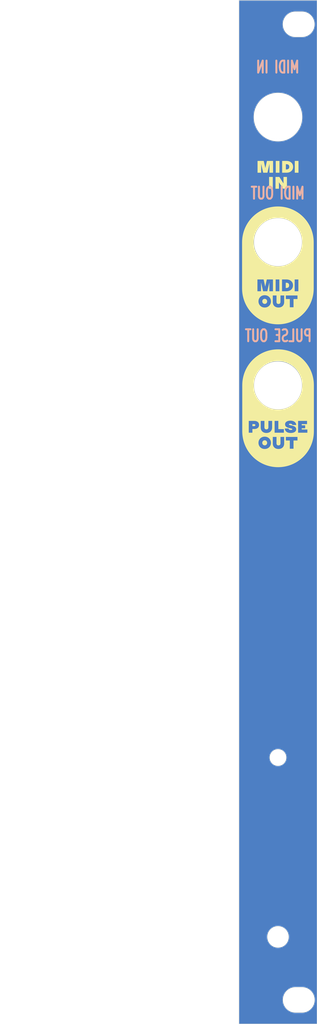
<source format=kicad_pcb>
(kicad_pcb (version 20211014) (generator pcbnew)

  (general
    (thickness 1.6)
  )

  (paper "A4")
  (layers
    (0 "F.Cu" signal)
    (31 "B.Cu" signal)
    (32 "B.Adhes" user "B.Adhesive")
    (33 "F.Adhes" user "F.Adhesive")
    (34 "B.Paste" user)
    (35 "F.Paste" user)
    (36 "B.SilkS" user "B.Silkscreen")
    (37 "F.SilkS" user "F.Silkscreen")
    (38 "B.Mask" user)
    (39 "F.Mask" user)
    (40 "Dwgs.User" user "User.Drawings")
    (41 "Cmts.User" user "User.Comments")
    (42 "Eco1.User" user "User.Eco1")
    (43 "Eco2.User" user "User.Eco2")
    (44 "Edge.Cuts" user)
    (45 "Margin" user)
    (46 "B.CrtYd" user "B.Courtyard")
    (47 "F.CrtYd" user "F.Courtyard")
    (48 "B.Fab" user)
    (49 "F.Fab" user)
    (50 "User.1" user)
    (51 "User.2" user)
    (52 "User.3" user)
    (53 "User.4" user)
    (54 "User.5" user)
    (55 "User.6" user)
    (56 "User.7" user)
    (57 "User.8" user)
    (58 "User.9" user)
  )

  (setup
    (pad_to_mask_clearance 0)
    (aux_axis_origin 89.71 33.94)
    (pcbplotparams
      (layerselection 0x00010fc_ffffffff)
      (disableapertmacros false)
      (usegerberextensions false)
      (usegerberattributes true)
      (usegerberadvancedattributes true)
      (creategerberjobfile true)
      (svguseinch false)
      (svgprecision 6)
      (excludeedgelayer true)
      (plotframeref false)
      (viasonmask false)
      (mode 1)
      (useauxorigin false)
      (hpglpennumber 1)
      (hpglpenspeed 20)
      (hpglpendiameter 15.000000)
      (dxfpolygonmode true)
      (dxfimperialunits true)
      (dxfusepcbnewfont true)
      (psnegative false)
      (psa4output false)
      (plotreference true)
      (plotvalue true)
      (plotinvisibletext false)
      (sketchpadsonfab false)
      (subtractmaskfromsilk false)
      (outputformat 1)
      (mirror false)
      (drillshape 0)
      (scaleselection 1)
      (outputdirectory "/mnt/Common/Projects/GToE/Hardware/gtoe/MIDI Panel REC1/")
    )
  )

  (net 0 "")

  (gr_poly
    (pts
      (xy 92.95 71.41)
      (xy 92.960664 71.410498)
      (xy 92.971203 71.411326)
      (xy 92.981617 71.412487)
      (xy 92.991905 71.413978)
      (xy 93.002064 71.415801)
      (xy 93.012094 71.417954)
      (xy 93.021993 71.420438)
      (xy 93.031759 71.423253)
      (xy 93.041392 71.426399)
      (xy 93.05089 71.429875)
      (xy 93.060251 71.433682)
      (xy 93.069475 71.437818)
      (xy 93.078559 71.442285)
      (xy 93.087502 71.447082)
      (xy 93.096304 71.452209)
      (xy 93.10492 71.457367)
      (xy 93.113305 71.462788)
      (xy 93.121458 71.468472)
      (xy 93.129379 71.474419)
      (xy 93.137069 71.48063)
      (xy 93.144527 71.487104)
      (xy 93.151754 71.493842)
      (xy 93.158749 71.500845)
      (xy 93.165513 71.508112)
      (xy 93.172045 71.515644)
      (xy 93.178345 71.523441)
      (xy 93.184414 71.531504)
      (xy 93.190251 71.539832)
      (xy 93.195857 71.548426)
      (xy 93.201231 71.557286)
      (xy 93.206374 71.566413)
      (xy 93.211241 71.575479)
      (xy 93.215784 71.584685)
      (xy 93.220005 71.59403)
      (xy 93.223906 71.603512)
      (xy 93.227487 71.613131)
      (xy 93.23075 71.622885)
      (xy 93.233696 71.632774)
      (xy 93.236327 71.642796)
      (xy 93.238643 71.65295)
      (xy 93.240646 71.663235)
      (xy 93.242337 71.673651)
      (xy 93.243718 71.684196)
      (xy 93.24479 71.694868)
      (xy 93.245554 71.705668)
      (xy 93.246012 71.716594)
      (xy 93.246164 71.727644)
      (xy 93.246012 71.738697)
      (xy 93.245554 71.749629)
      (xy 93.24479 71.760442)
      (xy 93.243718 71.771136)
      (xy 93.242337 71.781713)
      (xy 93.240646 71.792171)
      (xy 93.238643 71.802513)
      (xy 93.236327 71.812738)
      (xy 93.233696 71.822848)
      (xy 93.23075 71.832843)
      (xy 93.227487 71.842723)
      (xy 93.223906 71.852489)
      (xy 93.220005 71.862142)
      (xy 93.215784 71.871682)
      (xy 93.211241 71.88111)
      (xy 93.206374 71.890426)
      (xy 93.201231 71.899305)
      (xy 93.195857 71.90795)
      (xy 93.190251 71.916362)
      (xy 93.184414 71.924541)
      (xy 93.178345 71.932488)
      (xy 93.172045 71.940202)
      (xy 93.165513 71.947685)
      (xy 93.158749 71.954935)
      (xy 93.151754 71.961954)
      (xy 93.144527 71.968742)
      (xy 93.137069 71.975299)
      (xy 93.129379 71.981626)
      (xy 93.121458 71.987721)
      (xy 93.113305 71.993587)
      (xy 93.10492 71.999223)
      (xy 93.096304 72.00463)
      (xy 93.087502 72.0095)
      (xy 93.078559 72.014059)
      (xy 93.069475 72.018305)
      (xy 93.060251 72.022238)
      (xy 93.05089 72.025859)
      (xy 93.041392 72.029165)
      (xy 93.031759 72.032158)
      (xy 93.021993 72.034838)
      (xy 93.012094 72.037202)
      (xy 93.002064 72.039253)
      (xy 92.991905 72.040989)
      (xy 92.981617 72.04241)
      (xy 92.971203 72.043515)
      (xy 92.960664 72.044305)
      (xy 92.95 72.044779)
      (xy 92.939214 72.044938)
      (xy 92.928432 72.044779)
      (xy 92.917784 72.044305)
      (xy 92.907268 72.043515)
      (xy 92.896886 72.04241)
      (xy 92.886637 72.040989)
      (xy 92.876521 72.039253)
      (xy 92.866537 72.037202)
      (xy 92.856687 72.034838)
      (xy 92.846968 72.032158)
      (xy 92.837382 72.029165)
      (xy 92.827928 72.025859)
      (xy 92.818606 72.022238)
      (xy 92.809415 72.018305)
      (xy 92.800357 72.014059)
      (xy 92.79143 72.0095)
      (xy 92.782634 72.00463)
      (xy 92.774018 71.999223)
      (xy 92.765633 71.993587)
      (xy 92.75748 71.987721)
      (xy 92.749558 71.981626)
      (xy 92.741867 71.975299)
      (xy 92.734408 71.968742)
      (xy 92.727181 71.961954)
      (xy 92.720185 71.954935)
      (xy 92.713421 71.947685)
      (xy 92.706889 71.940202)
      (xy 92.700588 71.932488)
      (xy 92.69452 71.924541)
      (xy 92.688683 71.916362)
      (xy 92.683078 71.90795)
      (xy 92.677705 71.899305)
      (xy 92.672564 71.890426)
      (xy 92.667697 71.88111)
      (xy 92.663154 71.871682)
      (xy 92.658932 71.862142)
      (xy 92.655031 71.852489)
      (xy 92.651449 71.842723)
      (xy 92.648185 71.832843)
      (xy 92.645238 71.822848)
      (xy 92.642607 71.812738)
      (xy 92.640289 71.802513)
      (xy 92.638285 71.792171)
      (xy 92.636593 71.781713)
      (xy 92.635211 71.771136)
      (xy 92.634139 71.760442)
      (xy 92.633374 71.749629)
      (xy 92.632916 71.738697)
      (xy 92.632764 71.727644)
      (xy 92.632916 71.716594)
      (xy 92.633374 71.705668)
      (xy 92.634139 71.694868)
      (xy 92.635211 71.684196)
      (xy 92.636593 71.673651)
      (xy 92.638285 71.663235)
      (xy 92.640289 71.65295)
      (xy 92.642607 71.642796)
      (xy 92.645238 71.632774)
      (xy 92.648185 71.622885)
      (xy 92.651449 71.613131)
      (xy 92.655031 71.603512)
      (xy 92.658932 71.59403)
      (xy 92.663154 71.584685)
      (xy 92.667697 71.575479)
      (xy 92.672564 71.566413)
      (xy 92.677705 71.557286)
      (xy 92.683078 71.548426)
      (xy 92.688683 71.539832)
      (xy 92.69452 71.531504)
      (xy 92.700588 71.523441)
      (xy 92.706889 71.515644)
      (xy 92.713421 71.508112)
      (xy 92.720185 71.500845)
      (xy 92.727181 71.493842)
      (xy 92.734408 71.487104)
      (xy 92.741867 71.48063)
      (xy 92.749558 71.474419)
      (xy 92.75748 71.468472)
      (xy 92.765633 71.462788)
      (xy 92.774018 71.457367)
      (xy 92.782634 71.452209)
      (xy 92.79143 71.447082)
      (xy 92.800357 71.442285)
      (xy 92.809415 71.437818)
      (xy 92.818606 71.433682)
      (xy 92.827928 71.429875)
      (xy 92.837382 71.426399)
      (xy 92.846968 71.423253)
      (xy 92.856687 71.420438)
      (xy 92.866537 71.417954)
      (xy 92.876521 71.415801)
      (xy 92.886637 71.413978)
      (xy 92.896886 71.412487)
      (xy 92.907268 71.411326)
      (xy 92.917784 71.410498)
      (xy 92.928432 71.41)
      (xy 92.939214 71.409834)
    ) (layer "F.SilkS") (width 0) (fill solid) (tstamp 0c37359d-4116-49ed-92b0-d9106172209d))
  (gr_poly
    (pts
      (xy 94.79409 55.575896)
      (xy 94.32849 55.575896)
      (xy 94.32849 54.094333)
      (xy 94.79409 54.094333)
    ) (layer "F.SilkS") (width 0) (fill solid) (tstamp 241da849-95e7-4e17-b844-35597e33d1ac))
  (gr_poly
    (pts
      (xy 95.69324 54.094688)
      (xy 95.724243 54.095752)
      (xy 95.754748 54.097527)
      (xy 95.784756 54.100011)
      (xy 95.814266 54.103206)
      (xy 95.84328 54.107111)
      (xy 95.871798 54.111727)
      (xy 95.899819 54.117054)
      (xy 95.927344 54.123092)
      (xy 95.954373 54.129841)
      (xy 95.980906 54.137301)
      (xy 96.006945 54.145474)
      (xy 96.032488 54.154358)
      (xy 96.057536 54.163954)
      (xy 96.08209 54.174262)
      (xy 96.10615 54.185283)
      (xy 96.129883 54.196967)
      (xy 96.152927 54.209265)
      (xy 96.175282 54.222177)
      (xy 96.196947 54.235702)
      (xy 96.217921 54.24984)
      (xy 96.238203 54.26459)
      (xy 96.257792 54.279954)
      (xy 96.276687 54.295929)
      (xy 96.294889 54.312516)
      (xy 96.312394 54.329714)
      (xy 96.329204 54.347524)
      (xy 96.345316 54.365945)
      (xy 96.360731 54.384977)
      (xy 96.375447 54.404618)
      (xy 96.389464 54.42487)
      (xy 96.40278 54.445732)
      (xy 96.415596 54.466845)
      (xy 96.427587 54.488381)
      (xy 96.438754 54.510341)
      (xy 96.449095 54.532726)
      (xy 96.458611 54.555537)
      (xy 96.4673 54.578775)
      (xy 96.475164 54.602441)
      (xy 96.482201 54.626536)
      (xy 96.488412 54.65106)
      (xy 96.493795 54.676016)
      (xy 96.498351 54.701403)
      (xy 96.50208 54.727224)
      (xy 96.50498 54.753478)
      (xy 96.507052 54.780168)
      (xy 96.508296 54.807293)
      (xy 96.50871 54.834856)
      (xy 96.508296 54.862432)
      (xy 96.507052 54.889597)
      (xy 96.50498 54.916351)
      (xy 96.50208 54.942693)
      (xy 96.498351 54.968623)
      (xy 96.493795 54.994141)
      (xy 96.488412 55.019246)
      (xy 96.482201 55.043939)
      (xy 96.475164 55.068217)
      (xy 96.4673 55.092083)
      (xy 96.458611 55.115533)
      (xy 96.449095 55.13857)
      (xy 96.438754 55.161191)
      (xy 96.427587 55.183398)
      (xy 96.415596 55.205188)
      (xy 96.40278 55.226563)
      (xy 96.389464 55.247169)
      (xy 96.375447 55.267183)
      (xy 96.360731 55.286604)
      (xy 96.345316 55.305432)
      (xy 96.329204 55.323667)
      (xy 96.312394 55.341307)
      (xy 96.294889 55.358353)
      (xy 96.276687 55.374804)
      (xy 96.257792 55.39066)
      (xy 96.238203 55.40592)
      (xy 96.217921 55.420584)
      (xy 96.196947 55.434651)
      (xy 96.175282 55.448121)
      (xy 96.152927 55.460994)
      (xy 96.129883 55.473269)
      (xy 96.10615 55.484945)
      (xy 96.08209 55.495966)
      (xy 96.057536 55.506274)
      (xy 96.032488 55.51587)
      (xy 96.006945 55.524754)
      (xy 95.980906 55.532927)
      (xy 95.954373 55.540387)
      (xy 95.927344 55.547137)
      (xy 95.899819 55.553175)
      (xy 95.871798 55.558501)
      (xy 95.84328 55.563117)
      (xy 95.814266 55.567023)
      (xy 95.784756 55.570218)
      (xy 95.754748 55.572702)
      (xy 95.724243 55.574477)
      (xy 95.69324 55.575541)
      (xy 95.66174 55.575896)
      (xy 95.13257 55.575896)
      (xy 95.13257 55.163001)
      (xy 95.59818 55.163001)
      (xy 95.6638 55.163001)
      (xy 95.678469 55.162856)
      (xy 95.69284 55.162422)
      (xy 95.706913 55.161696)
      (xy 95.720688 55.160678)
      (xy 95.734165 55.159367)
      (xy 95.747344 55.157762)
      (xy 95.760225 55.155861)
      (xy 95.772809 55.153664)
      (xy 95.785094 55.151169)
      (xy 95.797082 55.148375)
      (xy 95.808773 55.145282)
      (xy 95.820165 55.141887)
      (xy 95.83126 55.138191)
      (xy 95.842058 55.134191)
      (xy 95.852558 55.129887)
      (xy 95.86276 55.125278)
      (xy 95.87266 55.120383)
      (xy 95.882251 55.115224)
      (xy 95.891533 55.109799)
      (xy 95.900505 55.104111)
      (xy 95.909165 55.098157)
      (xy 95.917514 55.091939)
      (xy 95.925551 55.085456)
      (xy 95.933274 55.078709)
      (xy 95.940683 55.071697)
      (xy 95.947776 55.064421)
      (xy 95.954555 55.05688)
      (xy 95.961016 55.049074)
      (xy 95.96716 55.041004)
      (xy 95.972986 55.03267)
      (xy 95.978493 55.024071)
      (xy 95.98368 55.015207)
      (xy 95.988551 55.005818)
      (xy 95.993109 54.996171)
      (xy 95.997356 54.986269)
      (xy 96.001289 54.976113)
      (xy 96.004909 54.965703)
      (xy 96.008216 54.955042)
      (xy 96.011209 54.94413)
      (xy 96.013889 54.932969)
      (xy 96.016254 54.921559)
      (xy 96.018305 54.909903)
      (xy 96.020041 54.898002)
      (xy 96.021462 54.885856)
      (xy 96.022567 54.873467)
      (xy 96.023357 54.860837)
      (xy 96.023832 54.847966)
      (xy 96.02399 54.834856)
      (xy 96.023832 54.821759)
      (xy 96.023357 54.808928)
      (xy 96.022567 54.796362)
      (xy 96.021462 54.784061)
      (xy 96.020041 54.772025)
      (xy 96.018305 54.760254)
      (xy 96.016254 54.748747)
      (xy 96.013889 54.737506)
      (xy 96.011209 54.726529)
      (xy 96.008216 54.715816)
      (xy 96.004909 54.705368)
      (xy 96.001289 54.695184)
      (xy 95.997356 54.685264)
      (xy 95.993109 54.675608)
      (xy 95.988551 54.666217)
      (xy 95.98368 54.657089)
      (xy 95.978493 54.64797)
      (xy 95.972986 54.639132)
      (xy 95.96716 54.630577)
      (xy 95.961016 54.622303)
      (xy 95.954555 54.614311)
      (xy 95.947776 54.606601)
      (xy 95.940683 54.599172)
      (xy 95.933274 54.592024)
      (xy 95.925551 54.585157)
      (xy 95.917514 54.578572)
      (xy 95.909165 54.572267)
      (xy 95.900505 54.566243)
      (xy 95.891533 54.560499)
      (xy 95.882251 54.555036)
      (xy 95.87266 54.549854)
      (xy 95.86276 54.544951)
      (xy 95.852558 54.540342)
      (xy 95.842058 54.536037)
      (xy 95.83126 54.532038)
      (xy 95.820165 54.528341)
      (xy 95.808773 54.524946)
      (xy 95.797082 54.521853)
      (xy 95.785094 54.519059)
      (xy 95.772809 54.516564)
      (xy 95.760225 54.514367)
      (xy 95.747344 54.512466)
      (xy 95.734165 54.51086)
      (xy 95.720688 54.509549)
      (xy 95.706913 54.508532)
      (xy 95.69284 54.507806)
      (xy 95.678469 54.507372)
      (xy 95.6638 54.507227)
      (xy 95.59818 54.507227)
      (xy 95.59818 55.163001)
      (xy 95.13257 55.163001)
      (xy 95.13257 54.094333)
      (xy 95.66174 54.094333)
    ) (layer "F.SilkS") (width 0) (fill solid) (tstamp 285a6b73-8bb7-47c9-a52f-a67c7c01c39c))
  (gr_poly
    (pts
      (xy 91.629837 87.138061)
      (xy 91.637006 87.138488)
      (xy 91.644015 87.1392)
      (xy 91.650864 87.140197)
      (xy 91.65755 87.141476)
      (xy 91.664074 87.143038)
      (xy 91.670434 87.144883)
      (xy 91.676629 87.147009)
      (xy 91.682659 87.149416)
      (xy 91.688523 87.152104)
      (xy 91.69422 87.155071)
      (xy 91.699749 87.158319)
      (xy 91.705109 87.161845)
      (xy 91.710299 87.165649)
      (xy 91.715319 87.169731)
      (xy 91.720168 87.174091)
      (xy 91.725035 87.178662)
      (xy 91.729578 87.183381)
      (xy 91.7338 87.188248)
      (xy 91.737701 87.193263)
      (xy 91.741283 87.198425)
      (xy 91.744547 87.203736)
      (xy 91.747494 87.209196)
      (xy 91.750125 87.214804)
      (xy 91.752442 87.220561)
      (xy 91.754447 87.226466)
      (xy 91.756139 87.232522)
      (xy 91.757521 87.238726)
      (xy 91.758593 87.24508)
      (xy 91.759358 87.251584)
      (xy 91.759816 87.258238)
      (xy 91.759968 87.265042)
      (xy 91.759816 87.271846)
      (xy 91.759358 87.278499)
      (xy 91.758593 87.285003)
      (xy 91.757521 87.291357)
      (xy 91.756139 87.297562)
      (xy 91.754447 87.303617)
      (xy 91.752442 87.309522)
      (xy 91.750125 87.315279)
      (xy 91.747494 87.320887)
      (xy 91.744547 87.326347)
      (xy 91.741283 87.331658)
      (xy 91.737701 87.33682)
      (xy 91.7338 87.341835)
      (xy 91.729578 87.346701)
      (xy 91.725035 87.35142)
      (xy 91.720168 87.355992)
      (xy 91.715319 87.360351)
      (xy 91.710299 87.364434)
      (xy 91.705109 87.368238)
      (xy 91.699749 87.371765)
      (xy 91.69422 87.375012)
      (xy 91.688523 87.37798)
      (xy 91.682659 87.380668)
      (xy 91.676629 87.383075)
      (xy 91.670434 87.385201)
      (xy 91.664074 87.387045)
      (xy 91.65755 87.388608)
      (xy 91.650864 87.389887)
      (xy 91.644015 87.390883)
      (xy 91.637006 87.391595)
      (xy 91.629837 87.392023)
      (xy 91.622508 87.392166)
      (xy 91.392028 87.392166)
      (xy 91.392028 87.137918)
      (xy 91.622508 87.137918)
    ) (layer "F.SilkS") (width 0) (fill solid) (tstamp 5077de17-849c-45a2-83b1-aa4952ac5876))
  (gr_poly
    (pts
      (xy 94.828835 59.818963)
      (xy 95.05807 59.836285)
      (xy 95.283901 59.864815)
      (xy 95.506049 59.904274)
      (xy 95.724236 59.954383)
      (xy 95.938182 60.014865)
      (xy 96.147608 60.085439)
      (xy 96.352237 60.165828)
      (xy 96.551789 60.255753)
      (xy 96.745985 60.354936)
      (xy 96.934546 60.463097)
      (xy 97.117195 60.579958)
      (xy 97.293651 60.705241)
      (xy 97.463637 60.838667)
      (xy 97.626873 60.979958)
      (xy 97.78308 61.128834)
      (xy 97.93198 61.285017)
      (xy 98.073295 61.448229)
      (xy 98.206744 61.618191)
      (xy 98.33205 61.794625)
      (xy 98.448934 61.977251)
      (xy 98.557116 62.165791)
      (xy 98.656319 62.359966)
      (xy 98.746263 62.559499)
      (xy 98.826669 62.76411)
      (xy 98.897259 62.973521)
      (xy 98.957754 63.187453)
      (xy 99.007875 63.405627)
      (xy 99.047343 63.627765)
      (xy 99.07588 63.853589)
      (xy 99.093206 64.082819)
      (xy 99.099044 64.315177)
      (xy 99.099044 70.106554)
      (xy 99.093206 70.338914)
      (xy 99.07588 70.568149)
      (xy 99.047343 70.793979)
      (xy 99.007875 71.016127)
      (xy 98.957754 71.234313)
      (xy 98.897259 71.448259)
      (xy 98.826669 71.657685)
      (xy 98.746263 71.862314)
      (xy 98.656319 72.061865)
      (xy 98.557116 72.256061)
      (xy 98.448934 72.444623)
      (xy 98.33205 72.627271)
      (xy 98.206744 72.803727)
      (xy 98.073295 72.973713)
      (xy 97.93198 73.136949)
      (xy 97.78308 73.293157)
      (xy 97.626873 73.442057)
      (xy 97.463637 73.583372)
      (xy 97.293651 73.716821)
      (xy 97.117195 73.842127)
      (xy 96.934546 73.959011)
      (xy 96.745985 74.067194)
      (xy 96.551789 74.166397)
      (xy 96.352237 74.256341)
      (xy 96.147608 74.336747)
      (xy 95.938182 74.407337)
      (xy 95.724236 74.467832)
      (xy 95.506049 74.517953)
      (xy 95.283901 74.557422)
      (xy 95.05807 74.585959)
      (xy 94.828835 74.603285)
      (xy 94.596474 74.609123)
      (xy 94.364116 74.603285)
      (xy 94.134886 74.585959)
      (xy 93.909062 74.557422)
      (xy 93.686924 74.517953)
      (xy 93.46875 74.467832)
      (xy 93.254818 74.407337)
      (xy 93.045407 74.336747)
      (xy 92.840797 74.256341)
      (xy 92.641264 74.166397)
      (xy 92.447088 74.067194)
      (xy 92.258548 73.959011)
      (xy 92.075922 73.842127)
      (xy 91.899489 73.716821)
      (xy 91.729527 73.583372)
      (xy 91.566315 73.442057)
      (xy 91.410132 73.293157)
      (xy 91.261255 73.136949)
      (xy 91.119965 72.973713)
      (xy 90.986539 72.803727)
      (xy 90.861256 72.627271)
      (xy 90.744394 72.444623)
      (xy 90.636233 72.256061)
      (xy 90.53705 72.061865)
      (xy 90.447125 71.862314)
      (xy 90.39422 71.727644)
      (xy 92.156314 71.727644)
      (xy 92.156713 71.75474)
      (xy 92.15791 71.781521)
      (xy 92.159905 71.807989)
      (xy 92.162696 71.834143)
      (xy 92.166283 71.859983)
      (xy 92.170666 71.885509)
      (xy 92.175843 71.910721)
      (xy 92.181815 71.935619)
      (xy 92.188581 71.960203)
      (xy 92.19614 71.984473)
      (xy 92.204491 72.008428)
      (xy 92.213634 72.032069)
      (xy 92.223569 72.055395)
      (xy 92.234294 72.078407)
      (xy 92.245809 72.101104)
      (xy 92.258114 72.123486)
      (xy 92.271107 72.145154)
      (xy 92.284689 72.166237)
      (xy 92.29886 72.186735)
      (xy 92.313621 72.206651)
      (xy 92.328973 72.225984)
      (xy 92.344918 72.244736)
      (xy 92.361457 72.262908)
      (xy 92.378589 72.2805)
      (xy 92.396317 72.297513)
      (xy 92.414641 72.313948)
      (xy 92.433562 72.329806)
      (xy 92.453082 72.345088)
      (xy 92.473201 72.359794)
      (xy 92.49392 72.373927)
      (xy 92.515241 72.387485)
      (xy 92.537164 72.400471)
      (xy 92.559818 72.412521)
      (xy 92.582801 72.423799)
      (xy 92.606112 72.434304)
      (xy 92.629752 72.444035)
      (xy 92.653721 72.452992)
      (xy 92.678019 72.461174)
      (xy 92.702648 72.46858)
      (xy 92.727606 72.47521)
      (xy 92.752896 72.481063)
      (xy 92.778517 72.486137)
      (xy 92.804469 72.490433)
      (xy 92.830752 72.493949)
      (xy 92.857369 72.496686)
      (xy 92.884317 72.498641)
      (xy 92.911599 72.499815)
      (xy 92.939214 72.500206)
      (xy 92.966825 72.499815)
      (xy 92.994099 72.498641)
      (xy 93.021033 72.496686)
      (xy 93.047627 72.493949)
      (xy 93.073879 72.490433)
      (xy 93.099788 72.486137)
      (xy 93.125352 72.481063)
      (xy 93.15057 72.47521)
      (xy 93.175441 72.46858)
      (xy 93.199964 72.461174)
      (xy 93.224136 72.452992)
      (xy 93.247958 72.444035)
      (xy 93.271426 72.434304)
      (xy 93.294541 72.423799)
      (xy 93.317301 72.412521)
      (xy 93.339704 72.400471)
      (xy 93.361884 72.387485)
      (xy 93.383444 72.373927)
      (xy 93.404385 72.359794)
      (xy 93.424708 72.345088)
      (xy 93.444415 72.329806)
      (xy 93.463506 72.313948)
      (xy 93.481983 72.297513)
      (xy 93.499847 72.2805)
      (xy 93.517098 72.262908)
      (xy 93.533739 72.244736)
      (xy 93.54977 72.225984)
      (xy 93.565193 72.206651)
      (xy 93.580009 72.186735)
      (xy 93.594219 72.166237)
      (xy 93.607823 72.145154)
      (xy 93.620824 72.123486)
      (xy 93.633129 72.101104)
      (xy 93.644644 72.078407)
      (xy 93.655369 72.055395)
      (xy 93.665304 72.032069)
      (xy 93.674447 72.008428)
      (xy 93.682798 71.984473)
      (xy 93.690357 71.960203)
      (xy 93.697123 71.935619)
      (xy 93.703095 71.910721)
      (xy 93.708272 71.885509)
      (xy 93.712655 71.859983)
      (xy 93.716242 71.834143)
      (xy 93.718839 71.80981)
      (xy 93.955684 71.80981)
      (xy 93.956018 71.835544)
      (xy 93.957019 71.860885)
      (xy 93.958691 71.885835)
      (xy 93.961033 71.910391)
      (xy 93.964048 71.934553)
      (xy 93.967736 71.958321)
      (xy 93.9721 71.981693)
      (xy 93.97714 72.004669)
      (xy 93.982858 72.027248)
      (xy 93.989256 72.04943)
      (xy 93.996334 72.071213)
      (xy 94.004094 72.092598)
      (xy 94.012538 72.113582)
      (xy 94.021667 72.134166)
      (xy 94.031481 72.154348)
      (xy 94.041984 72.174129)
      (xy 94.05339 72.193179)
      (xy 94.06538 72.211701)
      (xy 94.077954 72.229694)
      (xy 94.091111 72.247158)
      (xy 94.104851 72.264093)
      (xy 94.119171 72.2805)
      (xy 94.134072 72.296378)
      (xy 94.149553 72.311726)
      (xy 94.165612 72.326545)
      (xy 94.18225 72.340835)
      (xy 94.199464 72.354596)
      (xy 94.217255 72.367828)
      (xy 94.235621 72.380529)
      (xy 94.254562 72.392702)
      (xy 94.274076 72.404344)
      (xy 94.294164 72.415457)
      (xy 94.314736 72.425711)
      (xy 94.335703 72.435305)
      (xy 94.357066 72.444238)
      (xy 94.378826 72.452512)
      (xy 94.400981 72.460125)
      (xy 94.423533 72.467077)
      (xy 94.446481 72.473369)
      (xy 94.469827 72.478999)
      (xy 94.493568 72.483967)
      (xy 94.517707 72.488274)
      (xy 94.542243 72.491919)
      (xy 94.567176 72.494902)
      (xy 94.592507 72.497222)
      (xy 94.618235 72.49888)
      (xy 94.64436 72.499875)
      (xy 94.670884 72.500206)
      (xy 94.697409 72.499875)
      (xy 94.723536 72.49888)
      (xy 94.749266 72.497222)
      (xy 94.774597 72.494902)
      (xy 94.799531 72.491919)
      (xy 94.824068 72.488274)
      (xy 94.848207 72.483967)
      (xy 94.871949 72.478999)
      (xy 94.895294 72.473369)
      (xy 94.918242 72.467077)
      (xy 94.940793 72.460125)
      (xy 94.962948 72.452512)
      (xy 94.984706 72.444238)
      (xy 95.006068 72.435305)
      (xy 95.027034 72.425711)
      (xy 95.047604 72.415457)
      (xy 95.067678 72.404344)
      (xy 95.087153 72.392702)
      (xy 95.10603 72.380529)
      (xy 95.124308 72.367828)
      (xy 95.14199 72.354596)
      (xy 95.159074 72.340835)
      (xy 95.175562 72.326545)
      (xy 95.191454 72.311726)
      (xy 95.206751 72.296378)
      (xy 95.221453 72.2805)
      (xy 95.23556 72.264093)
      (xy 95.249074 72.247158)
      (xy 95.261995 72.229694)
      (xy 95.274323 72.211701)
      (xy 95.286059 72.193179)
      (xy 95.297204 72.174129)
      (xy 95.30797 72.154348)
      (xy 95.31804 72.134166)
      (xy 95.327416 72.113582)
      (xy 95.336098 72.092598)
      (xy 95.344084 72.071213)
      (xy 95.351376 72.04943)
      (xy 95.357973 72.027248)
      (xy 95.363875 72.004669)
      (xy 95.369083 71.981693)
      (xy 95.373596 71.958321)
      (xy 95.377415 71.934553)
      (xy 95.38054 71.910391)
      (xy 95.38297 71.885835)
      (xy 95.384705 71.860885)
      (xy 95.385747 71.835544)
      (xy 95.386094 71.80981)
      (xy 95.386094 71.435155)
      (xy 95.597964 71.435155)
      (xy 96.095604 71.435155)
      (xy 96.095604 72.468168)
      (xy 96.561214 72.468168)
      (xy 96.561214 71.435155)
      (xy 97.058334 71.435155)
      (xy 97.058334 70.986605)
      (xy 95.597964 70.986605)
      (xy 95.597964 71.435155)
      (xy 95.386094 71.435155)
      (xy 95.386094 70.986605)
      (xy 94.920484 70.986605)
      (xy 94.920484 71.784489)
      (xy 94.92037 71.795232)
      (xy 94.920028 71.805763)
      (xy 94.919458 71.816083)
      (xy 94.91866 71.826191)
      (xy 94.917631 71.836087)
      (xy 94.916373 71.845769)
      (xy 94.914885 71.855237)
      (xy 94.913165 71.86449)
      (xy 94.911214 71.873529)
      (xy 94.909031 71.882352)
      (xy 94.906616 71.890959)
      (xy 94.903968 71.899349)
      (xy 94.901086 71.907522)
      (xy 94.89797 71.915478)
      (xy 94.894619 71.923214)
      (xy 94.891034 71.930732)
      (xy 94.887484 71.938032)
      (xy 94.883717 71.945116)
      (xy 94.879733 71.951984)
      (xy 94.875532 71.958636)
      (xy 94.871114 71.965072)
      (xy 94.86648 71.971292)
      (xy 94.861631 71.977297)
      (xy 94.856566 71.983087)
      (xy 94.851287 71.988662)
      (xy 94.845793 71.994022)
      (xy 94.840084 71.999167)
      (xy 94.834162 72.004099)
      (xy 94.828027 72.008816)
      (xy 94.821679 72.013318)
      (xy 94.815117 72.017608)
      (xy 94.808344 72.021683)
      (xy 94.801359 72.02527)
      (xy 94.794161 72.028621)
      (xy 94.786751 72.031737)
      (xy 94.779127 72.03462)
      (xy 94.77129 72.037269)
      (xy 94.76324 72.039684)
      (xy 94.754975 72.041868)
      (xy 94.746495 72.043819)
      (xy 94.7378 72.045539)
      (xy 94.72889 72.047027)
      (xy 94.719765 72.048286)
      (xy 94.710422 72.049314)
      (xy 94.700864 72.050113)
      (xy 94.691088 72.050683)
      (xy 94.681095 72.051025)
      (xy 94.670884 72.051138)
      (xy 94.660675 72.051025)
      (xy 94.650683 72.050683)
      (xy 94.640908 72.050113)
      (xy 94.63135 72.049314)
      (xy 94.622008 72.048286)
      (xy 94.612882 72.047027)
      (xy 94.603971 72.045539)
      (xy 94.595276 72.043819)
      (xy 94.586796 72.041868)
      (xy 94.578531 72.039684)
      (xy 94.57048 72.037269)
      (xy 94.562642 72.03462)
      (xy 94.555018 72.031737)
      (xy 94.547607 72.028621)
      (xy 94.54041 72.02527)
      (xy 94.533424 72.021683)
      (xy 94.526645 72.017608)
      (xy 94.520062 72.013318)
      (xy 94.513675 72.008816)
      (xy 94.507486 72.004099)
      (xy 94.501494 71.999167)
      (xy 94.4957 71.994022)
      (xy 94.490103 71.988662)
      (xy 94.484704 71.983087)
      (xy 94.479504 71.977297)
      (xy 94.474502 71.971292)
      (xy 94.469698 71.965072)
      (xy 94.465094 71.958636)
      (xy 94.46069 71.951984)
      (xy 94.456484 71.945116)
      (xy 94.452479 71.938032)
      (xy 94.448674 71.930732)
      (xy 94.445344 71.923214)
      (xy 94.442232 71.915478)
      (xy 94.439337 71.907522)
      (xy 94.436659 71.899349)
      (xy 94.434197 71.890959)
      (xy 94.431951 71.882352)
      (xy 94.429921 71.873529)
      (xy 94.428106 71.86449)
      (xy 94.426507 71.855237)
      (xy 94.425121 71.845769)
      (xy 94.42395 71.836087)
      (xy 94.422993 71.826191)
      (xy 94.422249 71.816083)
      (xy 94.421718 71.805763)
      (xy 94.4214 71.795232)
      (xy 94.421294 71.784489)
      (xy 94.421294 70.986605)
      (xy 93.955684 70.986605)
      (xy 93.955684 71.80981)
      (xy 93.718839 71.80981)
      (xy 93.719033 71.807989)
      (xy 93.721028 71.781521)
      (xy 93.722225 71.75474)
      (xy 93.722624 71.727644)
      (xy 93.722225 71.700557)
      (xy 93.721028 71.673798)
      (xy 93.719033 71.647369)
      (xy 93.716242 71.62127)
      (xy 93.712655 71.595501)
      (xy 93.708272 71.570061)
      (xy 93.703095 71.544952)
      (xy 93.697123 71.520174)
      (xy 93.690357 71.495726)
      (xy 93.682798 71.471609)
      (xy 93.674447 71.447824)
      (xy 93.665304 71.424369)
      (xy 93.655369 71.401246)
      (xy 93.644644 71.378455)
      (xy 93.633129 71.355996)
      (xy 93.620824 71.333869)
      (xy 93.607823 71.311948)
      (xy 93.594219 71.290634)
      (xy 93.580009 71.269928)
      (xy 93.565193 71.24983)
      (xy 93.54977 71.230342)
      (xy 93.533739 71.211464)
      (xy 93.517098 71.193196)
      (xy 93.499847 71.175539)
      (xy 93.481983 71.158495)
      (xy 93.463506 71.142062)
      (xy 93.444415 71.126243)
      (xy 93.424708 71.111038)
      (xy 93.404385 71.096447)
      (xy 93.383444 71.082471)
      (xy 93.361884 71.069111)
      (xy 93.339704 71.056367)
      (xy 93.317301 71.044068)
      (xy 93.294541 71.032568)
      (xy 93.271426 71.021868)
      (xy 93.247958 71.011966)
      (xy 93.224136 71.002862)
      (xy 93.199964 70.994554)
      (xy 93.175441 70.987042)
      (xy 93.15057 70.980324)
      (xy 93.125352 70.9744)
      (xy 93.099788 70.969269)
      (xy 93.073879 70.96493)
      (xy 93.047627 70.961382)
      (xy 93.021033 70.958624)
      (xy 92.994099 70.956655)
      (xy 92.966825 70.955475)
      (xy 92.939214 70.955081)
      (xy 92.911599 70.955475)
      (xy 92.884317 70.956655)
      (xy 92.857369 70.958624)
      (xy 92.830752 70.961382)
      (xy 92.804469 70.96493)
      (xy 92.778517 70.969269)
      (xy 92.752896 70.9744)
      (xy 92.727606 70.980324)
      (xy 92.702648 70.987042)
      (xy 92.678019 70.994554)
      (xy 92.653721 71.002862)
      (xy 92.629752 71.011966)
      (xy 92.606112 71.021868)
      (xy 92.582801 71.032568)
      (xy 92.559818 71.044068)
      (xy 92.537164 71.056367)
      (xy 92.515241 71.069111)
      (xy 92.49392 71.082471)
      (xy 92.473201 71.096447)
      (xy 92.453082 71.111038)
      (xy 92.433562 71.126243)
      (xy 92.414641 71.142062)
      (xy 92.396317 71.158495)
      (xy 92.378589 71.175539)
      (xy 92.361457 71.193196)
      (xy 92.344918 71.211464)
      (xy 92.328973 71.230342)
      (xy 92.313621 71.24983)
      (xy 92.29886 71.269928)
      (xy 92.284689 71.290634)
      (xy 92.271107 71.311948)
      (xy 92.258114 71.333869)
      (xy 92.245809 71.355996)
      (xy 92.234294 71.378455)
      (xy 92.223569 71.401246)
      (xy 92.213634 71.424369)
      (xy 92.204491 71.447824)
      (xy 92.19614 71.471609)
      (xy 92.188581 71.495726)
      (xy 92.181815 71.520174)
      (xy 92.175843 71.544952)
      (xy 92.170666 71.570061)
      (xy 92.166283 71.595501)
      (xy 92.162696 71.62127)
      (xy 92.159905 71.647369)
      (xy 92.15791 71.673798)
      (xy 92.156713 71.700557)
      (xy 92.156314 71.727644)
      (xy 90.39422 71.727644)
      (xy 90.366736 71.657685)
      (xy 90.296162 71.448259)
      (xy 90.235681 71.234313)
      (xy 90.185571 71.016127)
      (xy 90.146112 70.793979)
      (xy 90.117582 70.568149)
      (xy 90.109216 70.457438)
      (xy 92.022984 70.457438)
      (xy 92.475674 70.457438)
      (xy 92.475674 69.341744)
      (xy 92.734054 70.457438)
      (xy 93.263224 70.457438)
      (xy 93.521604 69.341744)
      (xy 93.521604 70.457438)
      (xy 93.974294 70.457438)
      (xy 94.313284 70.457438)
      (xy 94.778894 70.457438)
      (xy 95.117374 70.457438)
      (xy 95.646534 70.457438)
      (xy 96.704874 70.457438)
      (xy 97.170474 70.457438)
      (xy 97.170474 68.975875)
      (xy 96.704874 68.975875)
      (xy 96.704874 70.457438)
      (xy 95.646534 70.457438)
      (xy 95.678036 70.457083)
      (xy 95.70904 70.456019)
      (xy 95.739547 70.454244)
      (xy 95.769556 70.45176)
      (xy 95.799067 70.448565)
      (xy 95.828082 70.444659)
      (xy 95.8566 70.440043)
      (xy 95.884622 70.434716)
      (xy 95.912147 70.428679)
      (xy 95.939176 70.421929)
      (xy 95.96571 70.414469)
      (xy 95.991749 70.406296)
      (xy 96.017292 70.397412)
      (xy 96.042341 70.387816)
      (xy 96.066895 70.377508)
      (xy 96.090954 70.366487)
      (xy 96.114689 70.354811)
      (xy 96.137734 70.342536)
      (xy 96.16009 70.329664)
      (xy 96.181755 70.316193)
      (xy 96.202729 70.302126)
      (xy 96.223011 70.287462)
      (xy 96.242599 70.272202)
      (xy 96.261494 70.256346)
      (xy 96.279694 70.239895)
      (xy 96.297198 70.222849)
      (xy 96.314007 70.205209)
      (xy 96.330118 70.186974)
      (xy 96.345531 70.168146)
      (xy 96.360245 70.148725)
      (xy 96.37426 70.128711)
      (xy 96.387574 70.108105)
      (xy 96.400392 70.08673)
      (xy 96.412384 70.06494)
      (xy 96.423552 70.042733)
      (xy 96.433895 70.020112)
      (xy 96.443411 69.997075)
      (xy 96.452102 69.973624)
      (xy 96.459966 69.949759)
      (xy 96.467004 69.92548)
      (xy 96.473215 69.900788)
      (xy 96.478598 69.875683)
      (xy 96.483155 69.850165)
      (xy 96.486883 69.824234)
      (xy 96.489784 69.797892)
      (xy 96.491856 69.771138)
      (xy 96.493099 69.743973)
      (xy 96.493514 69.716398)
      (xy 96.493099 69.688835)
      (xy 96.491856 69.66171)
      (xy 96.489784 69.63502)
      (xy 96.486883 69.608766)
      (xy 96.483155 69.582945)
      (xy 96.478598 69.557558)
      (xy 96.473215 69.532602)
      (xy 96.467004 69.508077)
      (xy 96.459966 69.483983)
      (xy 96.452102 69.460317)
      (xy 96.443411 69.437079)
      (xy 96.433895 69.414268)
      (xy 96.423552 69.391883)
      (xy 96.412384 69.369923)
      (xy 96.400392 69.348387)
      (xy 96.387574 69.327274)
      (xy 96.37426 69.306412)
      (xy 96.360245 69.28616)
      (xy 96.345531 69.266519)
      (xy 96.330118 69.247487)
      (xy 96.314007 69.229066)
      (xy 96.297198 69.211256)
      (xy 96.279694 69.194058)
      (xy 96.261494 69.177471)
      (xy 96.242599 69.161496)
      (xy 96.223011 69.146133)
      (xy 96.202729 69.131382)
      (xy 96.181755 69.117244)
      (xy 96.16009 69.103719)
      (xy 96.137734 69.090807)
      (xy 96.114689 69.078509)
      (xy 96.090954 69.066825)
      (xy 96.066895 69.055804)
      (xy 96.042341 69.045496)
      (xy 96.017292 69.0359)
      (xy 95.991749 69.027016)
      (xy 95.96571 69.018843)
      (xy 95.939176 69.011383)
      (xy 95.912147 69.004634)
      (xy 95.884622 68.998596)
      (xy 95.8566 68.993269)
      (xy 95.828082 68.988653)
      (xy 95.799067 68.984748)
      (xy 95.769556 68.981553)
      (xy 95.739547 68.979069)
      (xy 95.70904 68.977295)
      (xy 95.678036 68.97623)
      (xy 95.646534 68.975875)
      (xy 95.117374 68.975875)
      (xy 95.117374 70.457438)
      (xy 94.778894 70.457438)
      (xy 94.778894 68.975875)
      (xy 94.313284 68.975875)
      (xy 94.313284 70.457438)
      (xy 93.974294 70.457438)
      (xy 93.974294 68.975875)
      (xy 93.203794 68.975875)
      (xy 93.002774 69.877628)
      (xy 92.801754 68.975875)
      (xy 92.022984 68.975875)
      (xy 92.022984 70.457438)
      (xy 90.109216 70.457438)
      (xy 90.10026 70.338914)
      (xy 90.094424 70.106554)
      (xy 90.094424 64.315177)
      (xy 90.09493 64.295023)
      (xy 91.548084 64.295023)
      (xy 91.548999 64.369431)
      (xy 91.551755 64.443759)
      (xy 91.556343 64.517973)
      (xy 91.562755 64.592042)
      (xy 91.570983 64.665932)
      (xy 91.581017 64.739611)
      (xy 91.59285 64.813045)
      (xy 91.606474 64.886202)
      (xy 91.621867 64.959002)
      (xy 91.63901 65.031365)
      (xy 91.657904 65.103261)
      (xy 91.678545 65.174658)
      (xy 91.700933 65.245526)
      (xy 91.725064 65.315833)
      (xy 91.750939 65.385549)
      (xy 91.778554 65.454642)
      (xy 91.807872 65.523042)
      (xy 91.838851 65.590676)
      (xy 91.871475 65.657513)
      (xy 91.905725 65.723522)
      (xy 91.941585 65.78867)
      (xy 91.979036 65.852927)
      (xy 92.018062 65.916261)
      (xy 92.058644 65.978641)
      (xy 92.100734 66.040011)
      (xy 92.144289 66.100315)
      (xy 92.18929 66.159522)
      (xy 92.23572 66.217602)
      (xy 92.283561 66.274524)
      (xy 92.332794 66.330259)
      (xy 92.383401 66.384776)
      (xy 92.435364 66.438045)
      (xy 92.488633 66.490008)
      (xy 92.543149 66.540614)
      (xy 92.598884 66.589847)
      (xy 92.655805 66.637687)
      (xy 92.713884 66.684117)
      (xy 92.77309 66.729119)
      (xy 92.833394 66.772675)
      (xy 92.894764 66.814766)
      (xy 92.957145 66.855347)
      (xy 93.02048 66.894371)
      (xy 93.084738 66.931821)
      (xy 93.149886 66.96768)
      (xy 93.215895 67.00193)
      (xy 93.282732 67.034554)
      (xy 93.350365 67.065534)
      (xy 93.418764 67.094852)
      (xy 93.48786 67.122487)
      (xy 93.557576 67.14842)
      (xy 93.627883 67.172634)
      (xy 93.69875 67.195118)
      (xy 93.770146 67.215856)
      (xy 93.842041 67.234833)
      (xy 93.914404 67.252037)
      (xy 93.987204 67.267452)
      (xy 94.060359 67.281054)
      (xy 94.133792 67.292829)
      (xy 94.207471 67.302781)
      (xy 94.281362 67.310914)
      (xy 94.355431 67.317232)
      (xy 94.429647 67.321738)
      (xy 94.503976 67.324436)
      (xy 94.578384 67.325329)
      (xy 94.652788 67.324405)
      (xy 94.727116 67.321646)
      (xy 94.801333 67.31706)
      (xy 94.875406 67.310652)
      (xy 94.9493 67.30243)
      (xy 95.022981 67.292399)
      (xy 95.096414 67.280565)
      (xy 95.169564 67.266935)
      (xy 95.242357 67.251536)
      (xy 95.314719 67.234389)
      (xy 95.386616 67.215496)
      (xy 95.458018 67.194856)
      (xy 95.52889 67.172471)
      (xy 95.5992 67.148342)
      (xy 95.668916 67.122469)
      (xy 95.738004 67.094852)
      (xy 95.806396 67.06553)
      (xy 95.874028 67.034548)
      (xy 95.940868 67.001925)
      (xy 96.006882 66.967677)
      (xy 96.072036 66.93182)
      (xy 96.136296 66.894372)
      (xy 96.19963 66.855348)
      (xy 96.262004 66.814766)
      (xy 96.323345 66.772651)
      (xy 96.383588 66.729036)
      (xy 96.442715 66.68395)
      (xy 96.500704 66.637425)
      (xy 96.557537 66.589491)
      (xy 96.613192 66.540176)
      (xy 96.667652 66.489512)
      (xy 96.720894 66.437528)
      (xy 96.772849 66.384282)
      (xy 96.823454 66.329823)
      (xy 96.872689 66.274169)
      (xy 96.920534 66.21734)
      (xy 96.966969 66.159354)
      (xy 97.011974 66.10023)
      (xy 97.055529 66.039986)
      (xy 97.097614 65.978641)
      (xy 97.138192 65.916264)
      (xy 97.177216 65.852929)
      (xy 97.21467 65.78867)
      (xy 97.250533 65.723519)
      (xy 97.284786 65.657509)
      (xy 97.317412 65.590671)
      (xy 97.348391 65.523038)
      (xy 97.377704 65.454642)
      (xy 97.405336 65.385553)
      (xy 97.431266 65.315837)
      (xy 97.455481 65.245528)
      (xy 97.477964 65.174657)
      (xy 97.498702 65.103256)
      (xy 97.517679 65.031359)
      (xy 97.534882 64.958997)
      (xy 97.550294 64.886202)
      (xy 97.563893 64.81305)
      (xy 97.575667 64.739617)
      (xy 97.58562 64.665936)
      (xy 97.593754 64.592042)
      (xy 97.600073 64.517969)
      (xy 97.604581 64.443752)
      (xy 97.60728 64.369426)
      (xy 97.608174 64.295023)
      (xy 97.607251 64.220626)
      (xy 97.604493 64.1463)
      (xy 97.599907 64.072081)
      (xy 97.593499 63.998004)
      (xy 97.585276 63.924106)
      (xy 97.575245 63.850423)
      (xy 97.563412 63.776991)
      (xy 97.549784 63.703846)
      (xy 97.534385 63.631057)
      (xy 97.517238 63.558696)
      (xy 97.498343 63.486795)
      (xy 97.477701 63.41539)
      (xy 97.455316 63.344514)
      (xy 97.431186 63.274201)
      (xy 97.405315 63.204487)
      (xy 97.377704 63.135404)
      (xy 97.348382 63.067039)
      (xy 97.3174 62.999466)
      (xy 97.284773 62.932707)
      (xy 97.250522 62.866787)
      (xy 97.214662 62.801725)
      (xy 97.177212 62.737546)
      (xy 97.13819 62.674271)
      (xy 97.097614 62.611923)
      (xy 97.055529 62.550563)
      (xy 97.011974 62.490262)
      (xy 96.966969 62.431052)
      (xy 96.920534 62.372966)
      (xy 96.872689 62.316037)
      (xy 96.823454 62.260298)
      (xy 96.772849 62.205781)
      (xy 96.720894 62.152519)
      (xy 96.667635 62.100564)
      (xy 96.613118 62.04996)
      (xy 96.557378 62.000726)
      (xy 96.500448 61.952882)
      (xy 96.44236 61.906448)
      (xy 96.383148 61.861442)
      (xy 96.322845 61.817886)
      (xy 96.261484 61.775798)
      (xy 96.199135 61.735222)
      (xy 96.135859 61.6962)
      (xy 96.071679 61.65875)
      (xy 96.006618 61.62289)
      (xy 95.940697 61.588638)
      (xy 95.87394 61.556012)
      (xy 95.806368 61.525031)
      (xy 95.738004 61.495712)
      (xy 95.668921 61.4681)
      (xy 95.599206 61.442228)
      (xy 95.528893 61.418098)
      (xy 95.458018 61.395711)
      (xy 95.386613 61.375069)
      (xy 95.314713 61.356174)
      (xy 95.242352 61.339027)
      (xy 95.169564 61.323629)
      (xy 95.096419 61.310002)
      (xy 95.022987 61.298169)
      (xy 94.949304 61.288138)
      (xy 94.875406 61.279915)
      (xy 94.80133 61.273506)
      (xy 94.72711 61.268919)
      (xy 94.652783 61.26616)
      (xy 94.578384 61.265235)
      (xy 94.503981 61.266151)
      (xy 94.429654 61.268908)
      (xy 94.355437 61.273498)
      (xy 94.281365 61.279911)
      (xy 94.207472 61.28814)
      (xy 94.133791 61.298175)
      (xy 94.060357 61.310007)
      (xy 93.987204 61.323629)
      (xy 93.914409 61.33902)
      (xy 93.842047 61.356165)
      (xy 93.77015 61.375062)
      (xy 93.69875 61.395707)
      (xy 93.62788 61.418097)
      (xy 93.557571 61.44223)
      (xy 93.487855 61.468103)
      (xy 93.418764 61.495712)
      (xy 93.35037 61.525027)
      (xy 93.282739 61.556006)
      (xy 93.215901 61.588632)
      (xy 93.14989 61.622886)
      (xy 93.084739 61.658748)
      (xy 93.020479 61.6962)
      (xy 92.957143 61.735223)
      (xy 92.894764 61.775798)
      (xy 92.833419 61.817884)
      (xy 92.773176 61.861439)
      (xy 92.714053 61.906444)
      (xy 92.656069 61.952878)
      (xy 92.599242 62.000723)
      (xy 92.54359 62.049957)
      (xy 92.489131 62.100563)
      (xy 92.435884 62.152519)
      (xy 92.383921 62.205781)
      (xy 92.333315 62.260297)
      (xy 92.284084 62.316036)
      (xy 92.236244 62.372963)
      (xy 92.189815 62.431048)
      (xy 92.144813 62.490258)
      (xy 92.101257 62.55056)
      (xy 92.059164 62.611923)
      (xy 92.018579 62.674274)
      (xy 91.979553 62.737549)
      (xy 91.942103 62.801726)
      (xy 91.906245 62.866785)
      (xy 91.871997 62.932703)
      (xy 91.839374 62.99946)
      (xy 91.808394 63.067034)
      (xy 91.779074 63.135404)
      (xy 91.751435 63.204491)
      (xy 91.725503 63.274206)
      (xy 91.701292 63.344516)
      (xy 91.678813 63.415389)
      (xy 91.658079 63.486791)
      (xy 91.639103 63.55869)
      (xy 91.621897 63.631052)
      (xy 91.606474 63.703846)
      (xy 91.592846 63.776996)
      (xy 91.581013 63.850429)
      (xy 91.570982 63.924109)
      (xy 91.562759 63.998003)
      (xy 91.556351 64.072076)
      (xy 91.551765 64.146294)
      (xy 91.549007 64.220621)
      (xy 91.548084 64.295023)
      (xy 90.09493 64.295023)
      (xy 90.10026 64.082819)
      (xy 90.117582 63.853589)
      (xy 90.146112 63.627765)
      (xy 90.185571 63.405627)
      (xy 90.235681 63.187453)
      (xy 90.296162 62.973521)
      (xy 90.366736 62.76411)
      (xy 90.447125 62.559499)
      (xy 90.53705 62.359966)
      (xy 90.636233 62.165791)
      (xy 90.744394 61.977251)
      (xy 90.861256 61.794625)
      (xy 90.986539 61.618191)
      (xy 91.119965 61.448229)
      (xy 91.261255 61.285017)
      (xy 91.410132 61.128834)
      (xy 91.566315 60.979958)
      (xy 91.729527 60.838667)
      (xy 91.899489 60.705241)
      (xy 92.075922 60.579958)
      (xy 92.258548 60.463097)
      (xy 92.447088 60.354936)
      (xy 92.641264 60.255753)
      (xy 92.840797 60.165828)
      (xy 93.045407 60.085439)
      (xy 93.254818 60.014865)
      (xy 93.46875 59.954383)
      (xy 93.686924 59.904274)
      (xy 93.909062 59.864815)
      (xy 94.134886 59.836285)
      (xy 94.364116 59.818963)
      (xy 94.596474 59.813127)
    ) (layer "F.SilkS") (width 0) (fill solid) (tstamp 748004bb-dd32-4187-a36a-aaef73fd7dad))
  (gr_poly
    (pts
      (xy 97.18568 55.575896)
      (xy 96.72007 55.575896)
      (xy 96.72007 54.094333)
      (xy 97.18568 54.094333)
    ) (layer "F.SilkS") (width 0) (fill solid) (tstamp 94eb9432-04f1-48f3-8c8a-a9bff6fbe1be))
  (gr_poly
    (pts
      (xy 92.95 89.17)
      (xy 92.960648 89.170498)
      (xy 92.971163 89.171327)
      (xy 92.981544 89.172487)
      (xy 92.991793 89.173978)
      (xy 93.001908 89.175801)
      (xy 93.011891 89.177954)
      (xy 93.021741 89.180439)
      (xy 93.031459 89.183254)
      (xy 93.041045 89.1864)
      (xy 93.0505 89.189876)
      (xy 93.059822 89.193682)
      (xy 93.069013 89.197819)
      (xy 93.078072 89.202286)
      (xy 93.087 89.207083)
      (xy 93.095798 89.21221)
      (xy 93.104414 89.217374)
      (xy 93.112798 89.222811)
      (xy 93.120951 89.228521)
      (xy 93.128873 89.234501)
      (xy 93.136563 89.24075)
      (xy 93.144021 89.247268)
      (xy 93.151248 89.254053)
      (xy 93.158243 89.261104)
      (xy 93.165006 89.268419)
      (xy 93.171538 89.275998)
      (xy 93.177839 89.283839)
      (xy 93.183908 89.291941)
      (xy 93.189745 89.300302)
      (xy 93.195351 89.308922)
      (xy 93.200725 89.317799)
      (xy 93.205868 89.326931)
      (xy 93.21074 89.335992)
      (xy 93.2153 89.345181)
      (xy 93.219547 89.3545)
      (xy 93.223481 89.363949)
      (xy 93.227101 89.373529)
      (xy 93.230408 89.38324)
      (xy 93.233401 89.393081)
      (xy 93.23608 89.403055)
      (xy 93.238445 89.413161)
      (xy 93.240495 89.4234)
      (xy 93.24223 89.433772)
      (xy 93.243651 89.444277)
      (xy 93.244756 89.454917)
      (xy 93.245546 89.465691)
      (xy 93.24602 89.4766)
      (xy 93.246178 89.487645)
      (xy 93.24602 89.498697)
      (xy 93.245546 89.50963)
      (xy 93.244756 89.520443)
      (xy 93.243651 89.531137)
      (xy 93.24223 89.541713)
      (xy 93.240495 89.552172)
      (xy 93.238445 89.562514)
      (xy 93.23608 89.572739)
      (xy 93.233401 89.582849)
      (xy 93.230408 89.592843)
      (xy 93.227101 89.602723)
      (xy 93.223481 89.612489)
      (xy 93.219547 89.622142)
      (xy 93.2153 89.631682)
      (xy 93.21074 89.641109)
      (xy 93.205868 89.650425)
      (xy 93.200725 89.659304)
      (xy 93.195351 89.66795)
      (xy 93.189745 89.676362)
      (xy 93.183908 89.684542)
      (xy 93.177839 89.692488)
      (xy 93.171538 89.700203)
      (xy 93.165006 89.707685)
      (xy 93.158243 89.714936)
      (xy 93.151248 89.721955)
      (xy 93.144021 89.728743)
      (xy 93.136563 89.7353)
      (xy 93.128873 89.741626)
      (xy 93.120951 89.747722)
      (xy 93.112798 89.753588)
      (xy 93.104414 89.759224)
      (xy 93.095798 89.764631)
      (xy 93.087 89.769502)
      (xy 93.078072 89.77406)
      (xy 93.069013 89.778306)
      (xy 93.059822 89.78224)
      (xy 93.0505 89.78586)
      (xy 93.041045 89.789166)
      (xy 93.031459 89.79216)
      (xy 93.021741 89.794839)
      (xy 93.011891 89.797204)
      (xy 93.001908 89.799254)
      (xy 92.991793 89.80099)
      (xy 92.981544 89.802411)
      (xy 92.971163 89.803516)
      (xy 92.960648 89.804306)
      (xy 92.95 89.804781)
      (xy 92.939218 89.804939)
      (xy 92.928437 89.804781)
      (xy 92.91779 89.804306)
      (xy 92.907276 89.803516)
      (xy 92.896895 89.802411)
      (xy 92.886647 89.80099)
      (xy 92.876532 89.799254)
      (xy 92.866548 89.797204)
      (xy 92.856698 89.794839)
      (xy 92.846979 89.79216)
      (xy 92.837393 89.789166)
      (xy 92.827938 89.78586)
      (xy 92.818615 89.78224)
      (xy 92.809424 89.778306)
      (xy 92.800364 89.77406)
      (xy 92.791435 89.769502)
      (xy 92.782638 89.764631)
      (xy 92.774023 89.759224)
      (xy 92.76564 89.753588)
      (xy 92.757488 89.747722)
      (xy 92.749567 89.741626)
      (xy 92.741877 89.7353)
      (xy 92.734419 89.728743)
      (xy 92.727192 89.721955)
      (xy 92.720196 89.714936)
      (xy 92.713432 89.707685)
      (xy 92.7069 89.700203)
      (xy 92.700599 89.692488)
      (xy 92.694529 89.684542)
      (xy 92.688691 89.676362)
      (xy 92.683085 89.66795)
      (xy 92.67771 89.659304)
      (xy 92.672568 89.650425)
      (xy 92.667697 89.641109)
      (xy 92.663138 89.631682)
      (xy 92.658892 89.622142)
      (xy 92.654959 89.612489)
      (xy 92.651339 89.602723)
      (xy 92.648032 89.592843)
      (xy 92.645038 89.582849)
      (xy 92.642359 89.572739)
      (xy 92.639994 89.562514)
      (xy 92.637943 89.552172)
      (xy 92.636207 89.541713)
      (xy 92.634786 89.531137)
      (xy 92.63368 89.520443)
      (xy 92.63289 89.50963)
      (xy 92.632416 89.498697)
      (xy 92.632258 89.487645)
      (xy 92.632416 89.4766)
      (xy 92.63289 89.465691)
      (xy 92.63368 89.454917)
      (xy 92.634786 89.444277)
      (xy 92.636207 89.433772)
      (xy 92.637943 89.4234)
      (xy 92.639994 89.413161)
      (xy 92.642359 89.403055)
      (xy 92.645038 89.393081)
      (xy 92.648032 89.38324)
      (xy 92.651339 89.373529)
      (xy 92.654959 89.363949)
      (xy 92.658892 89.3545)
      (xy 92.663138 89.345181)
      (xy 92.667697 89.335992)
      (xy 92.672568 89.326931)
      (xy 92.67771 89.317799)
      (xy 92.683085 89.308922)
      (xy 92.688691 89.300302)
      (xy 92.694529 89.291941)
      (xy 92.700599 89.283839)
      (xy 92.7069 89.275998)
      (xy 92.713432 89.268419)
      (xy 92.720196 89.261104)
      (xy 92.727192 89.254053)
      (xy 92.734419 89.247268)
      (xy 92.741877 89.24075)
      (xy 92.749567 89.234501)
      (xy 92.757488 89.228521)
      (xy 92.76564 89.222811)
      (xy 92.774023 89.217374)
      (xy 92.782638 89.21221)
      (xy 92.791435 89.207083)
      (xy 92.800364 89.202286)
      (xy 92.809424 89.197819)
      (xy 92.818615 89.193682)
      (xy 92.827938 89.189876)
      (xy 92.837393 89.1864)
      (xy 92.846979 89.183254)
      (xy 92.856698 89.180439)
      (xy 92.866548 89.177954)
      (xy 92.876532 89.175801)
      (xy 92.886647 89.173978)
      (xy 92.896895 89.172487)
      (xy 92.907276 89.171327)
      (xy 92.91779 89.170498)
      (xy 92.928437 89.17)
      (xy 92.939218 89.169835)
    ) (layer "F.SilkS") (width 0) (fill solid) (tstamp 9621aeb6-99f6-4329-86f0-26f52d9513ac))
  (gr_poly
    (pts
      (xy 93.9559 57.586626)
      (xy 93.49029 57.586626)
      (xy 93.49029 56.105063)
      (xy 93.9559 56.105063)
    ) (layer "F.SilkS") (width 0) (fill solid) (tstamp a82ecedd-d139-4da3-aef1-d8b202bf4e14))
  (gr_poly
    (pts
      (xy 95.3 56.92)
      (xy 95.3 56.105063)
      (xy 95.73408 56.105063)
      (xy 95.73408 57.586626)
      (xy 95.24678 57.586626)
      (xy 94.72846 56.771689)
      (xy 94.72846 57.586626)
      (xy 94.29438 57.586626)
      (xy 94.29438 56.105063)
      (xy 94.78117 56.105063)
    ) (layer "F.SilkS") (width 0) (fill solid) (tstamp b99c7330-6cc3-4b60-985e-09355dd080cb))
  (gr_poly
    (pts
      (xy 94.851065 77.757249)
      (xy 95.080294 77.774575)
      (xy 95.306117 77.803112)
      (xy 95.528254 77.84258)
      (xy 95.746428 77.892701)
      (xy 95.96036 77.953196)
      (xy 96.16977 78.023786)
      (xy 96.374381 78.104193)
      (xy 96.573913 78.194137)
      (xy 96.768089 78.29334)
      (xy 96.956629 78.401522)
      (xy 97.139255 78.518406)
      (xy 97.315688 78.643712)
      (xy 97.48565 78.777162)
      (xy 97.648862 78.918476)
      (xy 97.805046 79.067377)
      (xy 97.953922 79.223584)
      (xy 98.095213 79.38682)
      (xy 98.228639 79.556806)
      (xy 98.353922 79.733262)
      (xy 98.470784 79.91591)
      (xy 98.578946 80.104472)
      (xy 98.678129 80.298668)
      (xy 98.768054 80.49822)
      (xy 98.848443 80.702848)
      (xy 98.919018 80.912274)
      (xy 98.979499 81.12622)
      (xy 99.029609 81.344406)
      (xy 99.069068 81.566554)
      (xy 99.097598 81.792384)
      (xy 99.11492 82.021619)
      (xy 99.120757 82.253979)
      (xy 99.120757 88.045356)
      (xy 99.11492 88.277714)
      (xy 99.097598 88.506944)
      (xy 99.069068 88.732767)
      (xy 99.029609 88.954905)
      (xy 98.979499 89.173079)
      (xy 98.919018 89.387011)
      (xy 98.848443 89.596422)
      (xy 98.768054 89.801032)
      (xy 98.678129 90.000565)
      (xy 98.578946 90.194741)
      (xy 98.470784 90.383281)
      (xy 98.353922 90.565907)
      (xy 98.228639 90.74234)
      (xy 98.095213 90.912302)
      (xy 97.953922 91.075514)
      (xy 97.805046 91.231698)
      (xy 97.648862 91.380574)
      (xy 97.48565 91.521865)
      (xy 97.315688 91.655291)
      (xy 97.139255 91.780574)
      (xy 96.956629 91.897436)
      (xy 96.768089 92.005597)
      (xy 96.573913 92.10478)
      (xy 96.374381 92.194705)
      (xy 96.16977 92.275094)
      (xy 95.96036 92.345669)
      (xy 95.746428 92.40615)
      (xy 95.528254 92.456259)
      (xy 95.306117 92.495718)
      (xy 95.080294 92.524248)
      (xy 94.851065 92.541571)
      (xy 94.618708 92.547407)
      (xy 94.386349 92.541571)
      (xy 94.157119 92.524248)
      (xy 93.931296 92.495718)
      (xy 93.709157 92.456259)
      (xy 93.490983 92.40615)
      (xy 93.277051 92.345669)
      (xy 93.06764 92.275094)
      (xy 92.863029 92.194705)
      (xy 92.663496 92.10478)
      (xy 92.46932 92.005597)
      (xy 92.280779 91.897436)
      (xy 92.098153 91.780574)
      (xy 91.921719 91.655291)
      (xy 91.751757 91.521865)
      (xy 91.588544 91.380574)
      (xy 91.43236 91.231698)
      (xy 91.283484 91.075514)
      (xy 91.142193 90.912302)
      (xy 91.008766 90.74234)
      (xy 90.883483 90.565907)
      (xy 90.766621 90.383281)
      (xy 90.658459 90.194741)
      (xy 90.559276 90.000565)
      (xy 90.469351 89.801032)
      (xy 90.388961 89.596422)
      (xy 90.352302 89.487645)
      (xy 92.155808 89.487645)
      (xy 92.156207 89.51474)
      (xy 92.157404 89.541522)
      (xy 92.159398 89.56799)
      (xy 92.16219 89.594144)
      (xy 92.165777 89.619984)
      (xy 92.170159 89.64551)
      (xy 92.175337 89.670722)
      (xy 92.181309 89.69562)
      (xy 92.188075 89.720204)
      (xy 92.195633 89.744473)
      (xy 92.203985 89.768429)
      (xy 92.213128 89.792069)
      (xy 92.223062 89.815396)
      (xy 92.233788 89.838407)
      (xy 92.245303 89.861104)
      (xy 92.257608 89.883486)
      (xy 92.270607 89.905154)
      (xy 92.284205 89.926237)
      (xy 92.298401 89.946736)
      (xy 92.313196 89.966651)
      (xy 92.328588 89.985985)
      (xy 92.344577 90.004737)
      (xy 92.361162 90.022908)
      (xy 92.378343 90.0405)
      (xy 92.396119 90.057513)
      (xy 92.41449 90.073949)
      (xy 92.433455 90.089807)
      (xy 92.453015 90.105088)
      (xy 92.473167 90.119795)
      (xy 92.493912 90.133927)
      (xy 92.515249 90.147486)
      (xy 92.537178 90.160471)
      (xy 92.559832 90.172521)
      (xy 92.582815 90.183799)
      (xy 92.606126 90.194304)
      (xy 92.629765 90.204035)
      (xy 92.653734 90.212992)
      (xy 92.678032 90.221175)
      (xy 92.702661 90.228581)
      (xy 92.727619 90.235211)
      (xy 92.752908 90.241063)
      (xy 92.778528 90.246138)
      (xy 92.804479 90.250434)
      (xy 92.830762 90.253951)
      (xy 92.857377 90.256687)
      (xy 92.884324 90.258642)
      (xy 92.911604 90.259816)
      (xy 92.939218 90.260208)
      (xy 92.966825 90.259816)
      (xy 92.994083 90.258642)
      (xy 93.020993 90.256687)
      (xy 93.047554 90.253951)
      (xy 93.073767 90.250434)
      (xy 93.099632 90.246138)
      (xy 93.125149 90.241063)
      (xy 93.150319 90.235211)
      (xy 93.175141 90.228581)
      (xy 93.199617 90.221175)
      (xy 93.223746 90.212992)
      (xy 93.247528 90.204035)
      (xy 93.270964 90.194304)
      (xy 93.294054 90.183799)
      (xy 93.316799 90.172521)
      (xy 93.339198 90.160471)
      (xy 93.361382 90.147486)
      (xy 93.382957 90.133927)
      (xy 93.403922 90.119795)
      (xy 93.424277 90.105088)
      (xy 93.444022 90.089807)
      (xy 93.463157 90.073949)
      (xy 93.48168 90.057513)
      (xy 93.499591 90.0405)
      (xy 93.516891 90.022908)
      (xy 93.533579 90.004737)
      (xy 93.549654 89.985985)
      (xy 93.565116 89.966651)
      (xy 93.579965 89.946736)
      (xy 93.5942 89.926237)
      (xy 93.607821 89.905154)
      (xy 93.620828 89.883486)
      (xy 93.633128 89.861104)
      (xy 93.644629 89.838407)
      (xy 93.65533 89.815396)
      (xy 93.665232 89.792069)
      (xy 93.674337 89.768429)
      (xy 93.682645 89.744473)
      (xy 93.690157 89.720204)
      (xy 93.696875 89.69562)
      (xy 93.702799 89.670722)
      (xy 93.70793 89.64551)
      (xy 93.712269 89.619984)
      (xy 93.715817 89.594144)
      (xy 93.718328 89.570327)
      (xy 93.955177 89.570327)
      (xy 93.955517 89.596055)
      (xy 93.956535 89.62138)
      (xy 93.958231 89.646304)
      (xy 93.960607 89.670827)
      (xy 93.96366 89.694951)
      (xy 93.967392 89.718675)
      (xy 93.971802 89.742)
      (xy 93.97689 89.764928)
      (xy 93.982656 89.787459)
      (xy 93.9891 89.809594)
      (xy 93.996222 89.831334)
      (xy 94.004022 89.852679)
      (xy 94.0125 89.87363)
      (xy 94.021655 89.894189)
      (xy 94.031488 89.914355)
      (xy 94.041998 89.934129)
      (xy 94.053396 89.95318)
      (xy 94.065368 89.971701)
      (xy 94.077916 89.989694)
      (xy 94.091039 90.007159)
      (xy 94.104739 90.024094)
      (xy 94.119016 90.040501)
      (xy 94.13387 90.056379)
      (xy 94.149303 90.071727)
      (xy 94.165314 90.086546)
      (xy 94.181905 90.100837)
      (xy 94.199076 90.114597)
      (xy 94.216828 90.127829)
      (xy 94.235162 90.140531)
      (xy 94.254077 90.152703)
      (xy 94.273576 90.164346)
      (xy 94.293658 90.175458)
      (xy 94.314228 90.185712)
      (xy 94.335194 90.195306)
      (xy 94.356556 90.204239)
      (xy 94.378315 90.212513)
      (xy 94.40047 90.220126)
      (xy 94.423022 90.227078)
      (xy 94.445971 90.233369)
      (xy 94.469316 90.239)
      (xy 94.493059 90.243968)
      (xy 94.517198 90.248275)
      (xy 94.541735 90.25192)
      (xy 94.566668 90.254903)
      (xy 94.591999 90.257223)
      (xy 94.617728 90.258881)
      (xy 94.643854 90.259876)
      (xy 94.670378 90.260208)
      (xy 94.696907 90.259876)
      (xy 94.72305 90.258881)
      (xy 94.748804 90.257223)
      (xy 94.774168 90.254903)
      (xy 94.799141 90.25192)
      (xy 94.823722 90.248275)
      (xy 94.847908 90.243968)
      (xy 94.871699 90.239)
      (xy 94.895093 90.233369)
      (xy 94.918088 90.227078)
      (xy 94.940684 90.220126)
      (xy 94.962879 90.212513)
      (xy 94.984671 90.204239)
      (xy 95.006059 90.195306)
      (xy 95.027042 90.185712)
      (xy 95.047617 90.175458)
      (xy 95.067691 90.164346)
      (xy 95.087167 90.152703)
      (xy 95.106043 90.140531)
      (xy 95.124322 90.127829)
      (xy 95.142003 90.114597)
      (xy 95.159087 90.100837)
      (xy 95.175575 90.086546)
      (xy 95.191467 90.071727)
      (xy 95.206764 90.056379)
      (xy 95.221466 90.040501)
      (xy 95.235574 90.024094)
      (xy 95.249088 90.007159)
      (xy 95.262009 89.989694)
      (xy 95.274337 89.971701)
      (xy 95.286073 89.95318)
      (xy 95.297217 89.934129)
      (xy 95.307981 89.914355)
      (xy 95.31805 89.894189)
      (xy 95.327425 89.87363)
      (xy 95.336105 89.852679)
      (xy 95.34409 89.831334)
      (xy 95.351381 89.809594)
      (xy 95.357978 89.787459)
      (xy 95.36388 89.764928)
      (xy 95.369087 89.742)
      (xy 95.3736 89.718675)
      (xy 95.377419 89.694951)
      (xy 95.380543 89.670827)
      (xy 95.382973 89.646304)
      (xy 95.384709 89.62138)
      (xy 95.38575 89.596055)
      (xy 95.386097 89.570327)
      (xy 95.386097 89.195672)
      (xy 95.597968 89.195672)
      (xy 96.095097 89.195672)
      (xy 96.095097 90.228169)
      (xy 96.560707 90.228169)
      (xy 96.560707 89.195672)
      (xy 97.058347 89.195672)
      (xy 97.058347 88.746604)
      (xy 95.597968 88.746604)
      (xy 95.597968 89.195672)
      (xy 95.386097 89.195672)
      (xy 95.386097 88.746604)
      (xy 94.920497 88.746604)
      (xy 94.920497 89.544488)
      (xy 94.920378 89.555231)
      (xy 94.92002 89.565763)
      (xy 94.919424 89.576083)
      (xy 94.918592 89.586191)
      (xy 94.917524 89.596087)
      (xy 94.916222 89.605769)
      (xy 94.914686 89.615237)
      (xy 94.912917 89.624491)
      (xy 94.910917 89.633529)
      (xy 94.908687 89.642353)
      (xy 94.906227 89.65096)
      (xy 94.903538 89.65935)
      (xy 94.900622 89.667523)
      (xy 94.897479 89.675479)
      (xy 94.894111 89.683215)
      (xy 94.890518 89.690733)
      (xy 94.886976 89.698034)
      (xy 94.883227 89.705117)
      (xy 94.879269 89.711985)
      (xy 94.875102 89.718637)
      (xy 94.870725 89.725073)
      (xy 94.866136 89.731293)
      (xy 94.861334 89.737298)
      (xy 94.856319 89.743088)
      (xy 94.851088 89.748663)
      (xy 94.845641 89.754023)
      (xy 94.839977 89.759168)
      (xy 94.834095 89.764099)
      (xy 94.827992 89.768816)
      (xy 94.82167 89.773319)
      (xy 94.815125 89.777608)
      (xy 94.808358 89.781683)
      (xy 94.801366 89.785276)
      (xy 94.794152 89.788643)
      (xy 94.786716 89.791785)
      (xy 94.77906 89.794701)
      (xy 94.771183 89.797389)
      (xy 94.763089 89.799849)
      (xy 94.754777 89.802079)
      (xy 94.746249 89.804078)
      (xy 94.737506 89.805846)
      (xy 94.728549 89.807382)
      (xy 94.719379 89.808684)
      (xy 94.709997 89.809751)
      (xy 94.700405 89.810583)
      (xy 94.690604 89.811179)
      (xy 94.680594 89.811537)
      (xy 94.670378 89.811656)
      (xy 94.660168 89.811537)
      (xy 94.650177 89.811179)
      (xy 94.640402 89.810583)
      (xy 94.630845 89.809751)
      (xy 94.621503 89.808684)
      (xy 94.612378 89.807382)
      (xy 94.603468 89.805846)
      (xy 94.594774 89.804078)
      (xy 94.586294 89.802079)
      (xy 94.578029 89.799849)
      (xy 94.569977 89.797389)
      (xy 94.56214 89.794701)
      (xy 94.554515 89.791785)
      (xy 94.547104 89.788643)
      (xy 94.539905 89.785276)
      (xy 94.532917 89.781683)
      (xy 94.526138 89.777608)
      (xy 94.519555 89.773319)
      (xy 94.513169 89.768816)
      (xy 94.50698 89.764099)
      (xy 94.500988 89.759168)
      (xy 94.495193 89.754023)
      (xy 94.489596 89.748663)
      (xy 94.484198 89.743088)
      (xy 94.478997 89.737298)
      (xy 94.473995 89.731293)
      (xy 94.469192 89.725073)
      (xy 94.464588 89.718637)
      (xy 94.460183 89.711985)
      (xy 94.455978 89.705117)
      (xy 94.451973 89.698034)
      (xy 94.448168 89.690733)
      (xy 94.444838 89.683215)
      (xy 94.441726 89.675479)
      (xy 94.438831 89.667523)
      (xy 94.436152 89.65935)
      (xy 94.433691 89.65096)
      (xy 94.431445 89.642353)
      (xy 94.429415 89.633529)
      (xy 94.4276 89.624491)
      (xy 94.426 89.615237)
      (xy 94.424615 89.605769)
      (xy 94.423444 89.596087)
      (xy 94.422487 89.586191)
      (xy 94.421743 89.576083)
      (xy 94.421212 89.565763)
      (xy 94.420894 89.555231)
      (xy 94.420788 89.544488)
      (xy 94.420788 88.746604)
      (xy 93.955177 88.746604)
      (xy 93.955177 89.570327)
      (xy 93.718328 89.570327)
      (xy 93.718575 89.56799)
      (xy 93.720544 89.541522)
      (xy 93.721724 89.51474)
      (xy 93.722118 89.487645)
      (xy 93.721724 89.460557)
      (xy 93.720544 89.433799)
      (xy 93.718575 89.40737)
      (xy 93.715817 89.381271)
      (xy 93.712269 89.355501)
      (xy 93.70793 89.330062)
      (xy 93.702799 89.304953)
      (xy 93.696875 89.280174)
      (xy 93.690157 89.255726)
      (xy 93.682645 89.23161)
      (xy 93.674337 89.207824)
      (xy 93.665232 89.18437)
      (xy 93.65533 89.161247)
      (xy 93.644629 89.138456)
      (xy 93.633128 89.115997)
      (xy 93.620828 89.093871)
      (xy 93.607821 89.071949)
      (xy 93.5942 89.050635)
      (xy 93.579965 89.029929)
      (xy 93.565116 89.009831)
      (xy 93.549654 88.990343)
      (xy 93.533579 88.971464)
      (xy 93.516891 88.953197)
      (xy 93.499591 88.93554)
      (xy 93.48168 88.918495)
      (xy 93.463157 88.902063)
      (xy 93.444022 88.886244)
      (xy 93.424277 88.871038)
      (xy 93.403922 88.856447)
      (xy 93.382957 88.842472)
      (xy 93.361382 88.829111)
      (xy 93.339198 88.816368)
      (xy 93.316799 88.804068)
      (xy 93.294054 88.792568)
      (xy 93.270964 88.781868)
      (xy 93.247528 88.771967)
      (xy 93.223746 88.762862)
      (xy 93.199617 88.754555)
      (xy 93.175141 88.747042)
      (xy 93.150319 88.740325)
      (xy 93.125149 88.734401)
      (xy 93.099632 88.72927)
      (xy 93.073767 88.724931)
      (xy 93.047554 88.721383)
      (xy 93.020993 88.718625)
      (xy 92.994083 88.716657)
      (xy 92.966825 88.715476)
      (xy 92.939218 88.715083)
      (xy 92.911604 88.715476)
      (xy 92.884324 88.716657)
      (xy 92.857377 88.718625)
      (xy 92.830762 88.721383)
      (xy 92.804479 88.724931)
      (xy 92.778528 88.72927)
      (xy 92.752908 88.734401)
      (xy 92.727619 88.740325)
      (xy 92.702661 88.747042)
      (xy 92.678032 88.754555)
      (xy 92.653734 88.762862)
      (xy 92.629765 88.771967)
      (xy 92.606126 88.781868)
      (xy 92.582815 88.792568)
      (xy 92.559832 88.804068)
      (xy 92.537178 88.816368)
      (xy 92.515249 88.829111)
      (xy 92.493912 88.842472)
      (xy 92.473167 88.856447)
      (xy 92.453015 88.871038)
      (xy 92.433455 88.886244)
      (xy 92.41449 88.902063)
      (xy 92.396119 88.918495)
      (xy 92.378343 88.93554)
      (xy 92.361162 88.953197)
      (xy 92.344577 88.971464)
      (xy 92.328588 88.990343)
      (xy 92.313196 89.009831)
      (xy 92.298401 89.029929)
      (xy 92.284205 89.050635)
      (xy 92.270607 89.071949)
      (xy 92.257608 89.093871)
      (xy 92.245303 89.115997)
      (xy 92.233788 89.138456)
      (xy 92.223062 89.161247)
      (xy 92.213128 89.18437)
      (xy 92.203985 89.207824)
      (xy 92.195633 89.23161)
      (xy 92.188075 89.255726)
      (xy 92.181309 89.280174)
      (xy 92.175337 89.304953)
      (xy 92.170159 89.330062)
      (xy 92.165777 89.355501)
      (xy 92.16219 89.381271)
      (xy 92.159398 89.40737)
      (xy 92.157404 89.433799)
      (xy 92.156207 89.460557)
      (xy 92.155808 89.487645)
      (xy 90.352302 89.487645)
      (xy 90.318387 89.387011)
      (xy 90.257905 89.173079)
      (xy 90.207796 88.954905)
      (xy 90.168336 88.732767)
      (xy 90.139806 88.506944)
      (xy 90.122484 88.277714)
      (xy 90.116648 88.045356)
      (xy 90.116648 86.735875)
      (xy 90.934688 86.735875)
      (xy 90.934688 88.217439)
      (xy 91.392028 88.217439)
      (xy 91.392028 87.751833)
      (xy 91.618368 87.751833)
      (xy 91.653342 87.751305)
      (xy 91.687355 87.74972)
      (xy 91.720407 87.747078)
      (xy 91.752499 87.743378)
      (xy 91.783631 87.738622)
      (xy 91.813802 87.732807)
      (xy 91.843015 87.725935)
      (xy 91.871268 87.718004)
      (xy 91.898562 87.709015)
      (xy 91.924897 87.698968)
      (xy 91.950274 87.687862)
      (xy 91.974692 87.675697)
      (xy 91.998152 87.662472)
      (xy 92.020655 87.648189)
      (xy 92.0422 87.632845)
      (xy 92.062788 87.616442)
      (xy 92.082527 87.599111)
      (xy 92.100999 87.580985)
      (xy 92.118204 87.562065)
      (xy 92.120616 87.559081)
      (xy 92.437438 87.559081)
      (xy 92.437777 87.584814)
      (xy 92.438795 87.610156)
      (xy 92.440492 87.635105)
      (xy 92.442868 87.659661)
      (xy 92.445922 87.683824)
      (xy 92.449655 87.707591)
      (xy 92.454065 87.730964)
      (xy 92.459154 87.75394)
      (xy 92.464921 87.776519)
      (xy 92.471365 87.798701)
      (xy 92.478487 87.820484)
      (xy 92.486287 87.841868)
      (xy 92.494764 87.862853)
      (xy 92.503918 87.883436)
      (xy 92.513749 87.903619)
      (xy 92.524258 87.923399)
      (xy 92.535663 87.94245)
      (xy 92.547654 87.960971)
      (xy 92.560228 87.978964)
      (xy 92.573385 87.996429)
      (xy 92.587124 88.013364)
      (xy 92.601445 88.029771)
      (xy 92.616346 88.045648)
      (xy 92.631826 88.060997)
      (xy 92.647886 88.075816)
      (xy 92.664523 88.090107)
      (xy 92.681738 88.103867)
      (xy 92.699528 88.117099)
      (xy 92.717895 88.129801)
      (xy 92.736836 88.141973)
      (xy 92.75635 88.153616)
      (xy 92.776438 88.164729)
      (xy 92.797008 88.174982)
      (xy 92.817974 88.184576)
      (xy 92.839336 88.193509)
      (xy 92.861095 88.201783)
      (xy 92.88325 88.209396)
      (xy 92.905802 88.216348)
      (xy 92.928751 88.222639)
      (xy 92.952096 88.228269)
      (xy 92.975839 88.233238)
      (xy 92.999978 88.237545)
      (xy 93.024515 88.24119)
      (xy 93.049448 88.244173)
      (xy 93.074779 88.246494)
      (xy 93.100508 88.248151)
      (xy 93.126634 88.249146)
      (xy 93.153158 88.249478)
      (xy 93.179683 88.249146)
      (xy 93.20581 88.248151)
      (xy 93.231539 88.246494)
      (xy 93.256871 88.244173)
      (xy 93.281805 88.24119)
      (xy 93.306341 88.237545)
      (xy 93.330481 88.233238)
      (xy 93.354223 88.228269)
      (xy 93.377568 88.222639)
      (xy 93.396535 88.217439)
      (xy 94.185657 88.217439)
      (xy 95.349927 88.217439)
      (xy 95.349927 87.768887)
      (xy 94.651778 87.768887)
      (xy 94.651778 87.688272)
      (xy 95.464127 87.688272)
      (xy 95.466315 87.712095)
      (xy 95.469173 87.735412)
      (xy 95.4727 87.75822)
      (xy 95.476894 87.780519)
      (xy 95.481755 87.802309)
      (xy 95.487281 87.823589)
      (xy 95.49347 87.844357)
      (xy 95.500322 87.864614)
      (xy 95.507836 87.884358)
      (xy 95.51601 87.903589)
      (xy 95.524843 87.922305)
      (xy 95.534333 87.940507)
      (xy 95.54448 87.958193)
      (xy 95.555282 87.975362)
      (xy 95.566738 87.992014)
      (xy 95.578847 88.008149)
      (xy 95.591767 88.023501)
      (xy 95.605124 88.038336)
      (xy 95.618921 88.052656)
      (xy 95.633157 88.06646)
      (xy 95.647835 88.07975)
      (xy 95.662955 88.092526)
      (xy 95.67852 88.104788)
      (xy 95.69453 88.116537)
      (xy 95.710986 88.127773)
      (xy 95.72789 88.138497)
      (xy 95.745243 88.148709)
      (xy 95.763046 88.158411)
      (xy 95.781301 88.167602)
      (xy 95.800009 88.176283)
      (xy 95.81917 88.184454)
      (xy 95.838787 88.192117)
      (xy 95.859048 88.19904)
      (xy 95.879613 88.205521)
      (xy 95.900482 88.211558)
      (xy 95.921653 88.217153)
      (xy 95.964901 88.227009)
      (xy 96.009349 88.235085)
      (xy 96.054987 88.241374)
      (xy 96.101808 88.245873)
      (xy 96.149804 88.248576)
      (xy 96.198967 88.249478)
      (xy 96.253005 88.248576)
      (xy 96.279279 88.247449)
      (xy 96.305056 88.245873)
      (xy 96.330337 88.243848)
      (xy 96.355121 88.241374)
      (xy 96.379409 88.238453)
      (xy 96.403201 88.235085)
      (xy 96.426497 88.23127)
      (xy 96.449297 88.227009)
      (xy 96.471601 88.222303)
      (xy 96.492197 88.217439)
      (xy 97.136377 88.217439)
      (xy 98.302717 88.217439)
      (xy 98.302717 87.815396)
      (xy 97.591647 87.815396)
      (xy 97.591647 87.660882)
      (xy 98.025727 87.660882)
      (xy 98.025727 87.29243)
      (xy 97.591647 87.29243)
      (xy 97.591647 87.137918)
      (xy 98.260337 87.137918)
      (xy 98.260337 86.735875)
      (xy 97.136377 86.735875)
      (xy 97.136377 88.217439)
      (xy 96.492197 88.217439)
      (xy 96.493409 88.217153)
      (xy 96.514722 88.211558)
      (xy 96.535539 88.205521)
      (xy 96.555861 88.19904)
      (xy 96.575687 88.192117)
      (xy 96.59497 88.184793)
      (xy 96.61366 88.177109)
      (xy 96.631757 88.169063)
      (xy 96.64926 88.160656)
      (xy 96.66617 88.151886)
      (xy 96.682486 88.142755)
      (xy 96.698207 88.13326)
      (xy 96.713333 88.123402)
      (xy 96.727865 88.11318)
      (xy 96.7418 88.102594)
      (xy 96.75514 88.091643)
      (xy 96.767884 88.080327)
      (xy 96.78003 88.068646)
      (xy 96.79158 88.056598)
      (xy 96.802532 88.044184)
      (xy 96.812887 88.031403)
      (xy 96.822879 88.018042)
      (xy 96.832217 88.004419)
      (xy 96.840904 87.990532)
      (xy 96.848941 87.976381)
      (xy 96.856328 87.961967)
      (xy 96.863066 87.947288)
      (xy 96.869158 87.932346)
      (xy 96.874603 87.917139)
      (xy 96.879404 87.901667)
      (xy 96.883561 87.88593)
      (xy 96.887075 87.869929)
      (xy 96.889948 87.853662)
      (xy 96.892181 87.83713)
      (xy 96.893774 87.820333)
      (xy 96.894729 87.803269)
      (xy 96.895047 87.78594)
      (xy 96.894744 87.767641)
      (xy 96.893836 87.749788)
      (xy 96.89232 87.732379)
      (xy 96.890197 87.715416)
      (xy 96.887465 87.698898)
      (xy 96.884124 87.682827)
      (xy 96.880173 87.667201)
      (xy 96.875611 87.652021)
      (xy 96.870437 87.637288)
      (xy 96.86465 87.623002)
      (xy 96.85825 87.609163)
      (xy 96.851236 87.59577)
      (xy 96.843606 87.582826)
      (xy 96.83536 87.570328)
      (xy 96.826498 87.558279)
      (xy 96.817017 87.546678)
      (xy 96.807047 87.535199)
      (xy 96.796716 87.524046)
      (xy 96.786022 87.513219)
      (xy 96.774967 87.502719)
      (xy 96.763549 87.492547)
      (xy 96.751768 87.482704)
      (xy 96.739624 87.47319)
      (xy 96.727116 87.464006)
      (xy 96.714244 87.455153)
      (xy 96.701009 87.446631)
      (xy 96.687409 87.438441)
      (xy 96.673443 87.430585)
      (xy 96.659113 87.423061)
      (xy 96.644417 87.415873)
      (xy 96.629355 87.409019)
      (xy 96.613927 87.402501)
      (xy 96.58213 87.389907)
      (xy 96.548124 87.377524)
      (xy 96.511918 87.365346)
      (xy 96.473521 87.353371)
      (xy 96.432941 87.341594)
      (xy 96.390186 87.330012)
      (xy 96.345265 87.31862)
      (xy 96.298187 87.307415)
      (xy 96.287847 87.307415)
      (xy 96.284764 87.306373)
      (xy 96.283299 87.30586)
      (xy 96.281894 87.305349)
      (xy 96.280554 87.304838)
      (xy 96.279288 87.304325)
      (xy 96.2781 87.303807)
      (xy 96.276997 87.303282)
      (xy 96.271576 87.302239)
      (xy 96.265897 87.301215)
      (xy 96.253747 87.299148)
      (xy 96.251099 87.298107)
      (xy 96.248449 87.297106)
      (xy 96.245799 87.296155)
      (xy 96.243149 87.29526)
      (xy 96.240499 87.294432)
      (xy 96.23785 87.293679)
      (xy 96.235202 87.293008)
      (xy 96.232557 87.29243)
      (xy 96.186968 87.282295)
      (xy 96.147524 87.273015)
      (xy 96.130087 87.268676)
      (xy 96.114164 87.264528)
      (xy 96.099746 87.260564)
      (xy 96.086827 87.256774)
      (xy 96.074974 87.252994)
      (xy 96.063762 87.249064)
      (xy 96.058399 87.247045)
      (xy 96.0532 87.24499)
      (xy 96.048164 87.242902)
      (xy 96.043292 87.240779)
      (xy 96.038586 87.238623)
      (xy 96.034047 87.236435)
      (xy 96.029674 87.234216)
      (xy 96.02547 87.231965)
      (xy 96.021434 87.229684)
      (xy 96.017568 87.227374)
      (xy 96.013872 87.225035)
      (xy 96.010347 87.222667)
      (xy 96.007017 87.219982)
      (xy 96.003905 87.217219)
      (xy 96.001009 87.214376)
      (xy 95.99833 87.211454)
      (xy 95.995868 87.208452)
      (xy 95.993621 87.205369)
      (xy 95.99159 87.202204)
      (xy 95.989775 87.198958)
      (xy 95.988174 87.195628)
      (xy 95.986788 87.192216)
      (xy 95.985616 87.188719)
      (xy 95.984658 87.185138)
      (xy 95.983913 87.181472)
      (xy 95.983382 87.17772)
      (xy 95.983063 87.173882)
      (xy 95.982957 87.169957)
      (xy 95.983071 87.165786)
      (xy 95.983214 87.163747)
      (xy 95.983413 87.16174)
      (xy 95.98367 87.159764)
      (xy 95.983984 87.157819)
      (xy 95.984355 87.155907)
      (xy 95.984783 87.154026)
      (xy 95.985269 87.152178)
      (xy 95.985812 87.150361)
      (xy 95.986413 87.148577)
      (xy 95.987071 87.146825)
      (xy 95.987787 87.145106)
      (xy 95.988561 87.143419)
      (xy 95.989392 87.141765)
      (xy 95.990281 87.140145)
      (xy 95.991228 87.138557)
      (xy 95.992233 87.137002)
      (xy 95.993296 87.135481)
      (xy 95.994417 87.133993)
      (xy 95.995596 87.132539)
      (xy 95.996833 87.131119)
      (xy 95.998128 87.129732)
      (xy 95.999482 87.128379)
      (xy 96.000894 87.127061)
      (xy 96.002365 87.125777)
      (xy 96.003893 87.124527)
      (xy 96.005481 87.123311)
      (xy 96.007127 87.122131)
      (xy 96.008832 87.120985)
      (xy 96.010595 87.119874)
      (xy 96.012417 87.118798)
      (xy 96.01641 87.116475)
      (xy 96.020451 87.114268)
      (xy 96.02454 87.112177)
      (xy 96.028677 87.110203)
      (xy 96.032862 87.108345)
      (xy 96.037096 87.106603)
      (xy 96.041379 87.104977)
      (xy 96.045711 87.103466)
      (xy 96.050093 87.102072)
      (xy 96.054525 87.100793)
      (xy 96.059007 87.099629)
      (xy 96.063539 87.098581)
      (xy 96.068122 87.097649)
      (xy 96.072756 87.096832)
      (xy 96.077441 87.09613)
      (xy 96.082178 87.095543)
      (xy 96.091683 87.094061)
      (xy 96.101146 87.092788)
      (xy 96.110558 87.091721)
      (xy 96.119912 87.090855)
      (xy 96.129201 87.090188)
      (xy 96.138416 87.089715)
      (xy 96.147551 87.089434)
      (xy 96.156598 87.089342)
      (xy 96.169174 87.0895)
      (xy 96.181505 87.089974)
      (xy 96.193591 87.090764)
      (xy 96.20543 87.091869)
      (xy 96.217022 87.09329)
      (xy 96.228368 87.095026)
      (xy 96.239466 87.097076)
      (xy 96.250316 87.099441)
      (xy 96.260919 87.10212)
      (xy 96.271272 87.105113)
      (xy 96.281377 87.10842)
      (xy 96.291233 87.11204)
      (xy 96.300839 87.115974)
      (xy 96.310196 87.12022)
      (xy 96.319302 87.124778)
      (xy 96.328157 87.12965)
      (xy 96.336691 87.134575)
      (xy 96.344827 87.139828)
      (xy 96.352565 87.145408)
      (xy 96.359907 87.151315)
      (xy 96.366852 87.157551)
      (xy 96.373399 87.164116)
      (xy 96.37955 87.171011)
      (xy 96.385304 87.178236)
      (xy 96.39066 87.185792)
      (xy 96.39562 87.193679)
      (xy 96.400183 87.201897)
      (xy 96.404349 87.210449)
      (xy 96.408119 87.219333)
      (xy 96.411492 87.228551)
      (xy 96.414468 87.238102)
      (xy 96.417047 87.247989)
      (xy 96.903837 87.247989)
      (xy 96.901107 87.224194)
      (xy 96.89768 87.200964)
      (xy 96.893556 87.178297)
      (xy 96.888736 87.156195)
      (xy 96.88322 87.134656)
      (xy 96.877008 87.11368)
      (xy 96.8701 87.093268)
      (xy 96.862498 87.073417)
      (xy 96.854202 87.054129)
      (xy 96.845211 87.035403)
      (xy 96.835526 87.017239)
      (xy 96.825148 86.999635)
      (xy 96.814076 86.982593)
      (xy 96.802312 86.966112)
      (xy 96.789856 86.95019)
      (xy 96.776707 86.934829)
      (xy 96.763272 86.919756)
      (xy 96.749424 86.905228)
      (xy 96.735161 86.891246)
      (xy 96.720486 86.877809)
      (xy 96.705396 86.864917)
      (xy 96.689893 86.852571)
      (xy 96.673977 86.840771)
      (xy 96.657647 86.829517)
      (xy 96.640904 86.818808)
      (xy 96.623747 86.808645)
      (xy 96.606177 86.799027)
      (xy 96.588194 86.789956)
      (xy 96.569797 86.78143)
      (xy 96.550987 86.773451)
      (xy 96.531764 86.766017)
      (xy 96.512127 86.75913)
      (xy 96.472118 86.746243)
      (xy 96.431461 86.735093)
      (xy 96.39015 86.725675)
      (xy 96.348182 86.717983)
      (xy 96.305552 86.712011)
      (xy 96.262256 86.707752)
      (xy 96.218289 86.705202)
      (xy 96.173647 86.704353)
      (xy 96.131076 86.705078)
      (xy 96.089088 86.707254)
      (xy 96.047688 86.710883)
      (xy 96.00688 86.715965)
      (xy 95.966667 86.722503)
      (xy 95.927053 86.730497)
      (xy 95.888042 86.739949)
      (xy 95.849637 86.750861)
      (xy 95.830796 86.756913)
      (xy 95.812373 86.76343)
      (xy 95.794367 86.770411)
      (xy 95.776778 86.777855)
      (xy 95.759604 86.785763)
      (xy 95.742846 86.794134)
      (xy 95.726502 86.802969)
      (xy 95.710572 86.812267)
      (xy 95.695056 86.822028)
      (xy 95.679953 86.832251)
      (xy 95.665262 86.842938)
      (xy 95.650982 86.854087)
      (xy 95.637114 86.865699)
      (xy 95.623655 86.877773)
      (xy 95.610607 86.890309)
      (xy 95.597968 86.903307)
      (xy 95.586174 86.916503)
      (xy 95.575135 86.93016)
      (xy 95.564851 86.94428)
      (xy 95.555324 86.958862)
      (xy 95.546554 86.973906)
      (xy 95.538542 86.989413)
      (xy 95.531289 87.005383)
      (xy 95.524796 87.021815)
      (xy 95.519064 87.038711)
      (xy 95.514093 87.05607)
      (xy 95.509884 87.073892)
      (xy 95.506439 87.092177)
      (xy 95.503758 87.110926)
      (xy 95.501841 87.130139)
      (xy 95.500691 87.149816)
      (xy 95.500307 87.169957)
      (xy 95.500654 87.189046)
      (xy 95.501696 87.207683)
      (xy 95.503431 87.225871)
      (xy 95.50586 87.243609)
      (xy 95.508984 87.260898)
      (xy 95.512802 87.277738)
      (xy 95.517314 87.294131)
      (xy 95.522521 87.310076)
      (xy 95.528423 87.325575)
      (xy 95.535019 87.340629)
      (xy 95.54231 87.355237)
      (xy 95.550295 87.3694)
      (xy 95.558976 87.383119)
      (xy 95.568351 87.396396)
      (xy 95.578422 87.409229)
      (xy 95.589188 87.421621)
      (xy 95.600706 87.433348)
      (xy 95.612507 87.444716)
      (xy 95.62459 87.455725)
      (xy 95.636955 87.466374)
      (xy 95.649602 87.476661)
      (xy 95.66253 87.486587)
      (xy 95.675739 87.496151)
      (xy 95.68923 87.505351)
      (xy 95.703002 87.514188)
      (xy 95.717054 87.52266)
      (xy 95.731388 87.530767)
      (xy 95.746001 87.538509)
      (xy 95.760895 87.545883)
      (xy 95.776069 87.55289)
      (xy 95.791524 87.559529)
      (xy 95.807258 87.565799)
      (xy 95.840508 87.577405)
      (xy 95.875694 87.58894)
      (xy 95.912811 87.600405)
      (xy 95.951852 87.611803)
      (xy 95.992811 87.623135)
      (xy 96.035683 87.634402)
      (xy 96.08046 87.645606)
      (xy 96.127137 87.656749)
      (xy 96.129208 87.656749)
      (xy 96.189772 87.670638)
      (xy 96.240261 87.682674)
      (xy 96.280698 87.692858)
      (xy 96.297155 87.697255)
      (xy 96.311107 87.70119)
      (xy 96.317348 87.703056)
      (xy 96.32337 87.704949)
      (xy 96.329173 87.70687)
      (xy 96.334759 87.70882)
      (xy 96.340127 87.7108)
      (xy 96.345279 87.712811)
      (xy 96.350215 87.714853)
      (xy 96.354935 87.716927)
      (xy 96.35944 87.719034)
      (xy 96.363731 87.721176)
      (xy 96.367808 87.723352)
      (xy 96.371672 87.725563)
      (xy 96.375323 87.727811)
      (xy 96.378762 87.730096)
      (xy 96.38199 87.732419)
      (xy 96.385007 87.734781)
      (xy 96.387826 87.73696)
      (xy 96.390462 87.739263)
      (xy 96.392916 87.741689)
      (xy 96.395188 87.744237)
      (xy 96.397277 87.746906)
      (xy 96.399184 87.749694)
      (xy 96.400909 87.7526)
      (xy 96.402452 87.755623)
      (xy 96.403814 87.758762)
      (xy 96.404993 87.762015)
      (xy 96.405991 87.765382)
      (xy 96.406807 87.76886)
      (xy 96.407442 87.77245)
      (xy 96.407895 87.77615)
      (xy 96.408167 87.779958)
      (xy 96.408257 87.783873)
      (xy 96.408038 87.789594)
      (xy 96.407763 87.79238)
      (xy 96.407378 87.795116)
      (xy 96.406882 87.797802)
      (xy 96.406277 87.800439)
      (xy 96.405561 87.803026)
      (xy 96.404734 87.805563)
      (xy 96.403796 87.80805)
      (xy 96.402748 87.810488)
      (xy 96.401589 87.812876)
      (xy 96.400319 87.815214)
      (xy 96.398937 87.817503)
      (xy 96.397445 87.819742)
      (xy 96.39584 87.821931)
      (xy 96.394125 87.824071)
      (xy 96.392298 87.826161)
      (xy 96.390359 87.828202)
      (xy 96.386145 87.832134)
      (xy 96.381483 87.835868)
      (xy 96.376372 87.839404)
      (xy 96.370811 87.842742)
      (xy 96.364799 87.845882)
      (xy 96.358334 87.848824)
      (xy 96.351417 87.851569)
      (xy 96.344395 87.853876)
      (xy 96.337088 87.856037)
      (xy 96.32162 87.859914)
      (xy 96.305019 87.8632)
      (xy 96.287288 87.865892)
      (xy 96.268433 87.867988)
      (xy 96.248459 87.869488)
      (xy 96.227368 87.870389)
      (xy 96.205167 87.87069)
      (xy 96.187403 87.870389)
      (xy 96.170098 87.869488)
      (xy 96.153252 87.867988)
      (xy 96.145002 87.867015)
      (xy 96.136867 87.865892)
      (xy 96.128849 87.86462)
      (xy 96.120946 87.8632)
      (xy 96.11316 87.861631)
      (xy 96.10549 87.859914)
      (xy 96.097936 87.858049)
      (xy 96.090499 87.856037)
      (xy 96.08318 87.853876)
      (xy 96.075977 87.851569)
      (xy 96.06891 87.848847)
      (xy 96.061995 87.845975)
      (xy 96.055231 87.842951)
      (xy 96.04862 87.839777)
      (xy 96.042158 87.836453)
      (xy 96.035848 87.83298)
      (xy 96.029687 87.829356)
      (xy 96.023675 87.825584)
      (xy 96.017812 87.821662)
      (xy 96.012098 87.817593)
      (xy 96.006531 87.813375)
      (xy 96.001111 87.809009)
      (xy 95.995839 87.804496)
      (xy 95.990713 87.799835)
      (xy 95.985732 87.795028)
      (xy 95.980897 87.790074)
      (xy 95.976236 87.784714)
      (xy 95.971776 87.779217)
      (xy 95.967517 87.773585)
      (xy 95.963459 87.767817)
      (xy 95.959601 87.761915)
      (xy 95.955942 87.755878)
      (xy 95.952484 87.749709)
      (xy 95.949223 87.743406)
      (xy 95.946162 87.736971)
      (xy 95.943298 87.730404)
      (xy 95.940632 87.723706)
      (xy 95.938163 87.716878)
      (xy 95.93589 87.70992)
      (xy 95.933814 87.702832)
      (xy 95.931933 87.695616)
      (xy 95.930247 87.688272)
      (xy 95.464127 87.688272)
      (xy 94.651778 87.688272)
      (xy 94.651778 86.735875)
      (xy 94.185657 86.735875)
      (xy 94.185657 88.217439)
      (xy 93.396535 88.217439)
      (xy 93.400516 88.216348)
      (xy 93.423067 88.209396)
      (xy 93.445222 88.201783)
      (xy 93.46698 88.193509)
      (xy 93.488342 88.184576)
      (xy 93.509308 88.174982)
      (xy 93.529878 88.164729)
      (xy 93.549952 88.153616)
      (xy 93.569427 88.141973)
      (xy 93.588303 88.129801)
      (xy 93.606582 88.117099)
      (xy 93.624263 88.103867)
      (xy 93.641347 88.090107)
      (xy 93.657835 88.075816)
      (xy 93.673728 88.060997)
      (xy 93.689024 88.045648)
      (xy 93.703726 88.029771)
      (xy 93.717834 88.013364)
      (xy 93.731348 87.996429)
      (xy 93.744269 87.978964)
      (xy 93.756597 87.960971)
      (xy 93.768333 87.94245)
      (xy 93.779477 87.923399)
      (xy 93.790243 87.903619)
      (xy 93.800314 87.883436)
      (xy 93.809689 87.862853)
      (xy 93.81837 87.841868)
      (xy 93.826355 87.820484)
      (xy 93.833646 87.798701)
      (xy 93.840242 87.776519)
      (xy 93.846144 87.75394)
      (xy 93.851351 87.730964)
      (xy 93.855863 87.707591)
      (xy 93.859681 87.683824)
      (xy 93.862805 87.659661)
      (xy 93.865234 87.635105)
      (xy 93.866969 87.610156)
      (xy 93.868011 87.584814)
      (xy 93.868358 87.559081)
      (xy 93.868358 86.735875)
      (xy 93.402758 86.735875)
      (xy 93.402758 87.533759)
      (xy 93.402644 87.544501)
      (xy 93.402302 87.555033)
      (xy 93.401732 87.565353)
      (xy 93.400933 87.575461)
      (xy 93.399905 87.585357)
      (xy 93.398646 87.595039)
      (xy 93.397158 87.604507)
      (xy 93.395438 87.61376)
      (xy 93.393486 87.622799)
      (xy 93.391303 87.631622)
      (xy 93.388886 87.640229)
      (xy 93.386237 87.64862)
      (xy 93.383354 87.656793)
      (xy 93.380237 87.664748)
      (xy 93.376885 87.672485)
      (xy 93.373298 87.680004)
      (xy 93.36975 87.687304)
      (xy 93.365984 87.694388)
      (xy 93.362001 87.701255)
      (xy 93.357801 87.707907)
      (xy 93.353385 87.714343)
      (xy 93.348752 87.720563)
      (xy 93.343903 87.726568)
      (xy 93.338839 87.732358)
      (xy 93.33356 87.737933)
      (xy 93.328066 87.743293)
      (xy 93.322358 87.748438)
      (xy 93.316436 87.753369)
      (xy 93.310301 87.758086)
      (xy 93.303952 87.762589)
      (xy 93.297391 87.766878)
      (xy 93.290618 87.770954)
      (xy 93.283632 87.77454)
      (xy 93.276435 87.777891)
      (xy 93.269024 87.781008)
      (xy 93.261401 87.78389)
      (xy 93.253564 87.786539)
      (xy 93.245513 87.788955)
      (xy 93.237248 87.791139)
      (xy 93.228769 87.79309)
      (xy 93.220074 87.79481)
      (xy 93.211164 87.796299)
      (xy 93.202038 87.797557)
      (xy 93.192696 87.798585)
      (xy 93.183138 87.799384)
      (xy 93.173362 87.799954)
      (xy 93.163369 87.800296)
      (xy 93.153158 87.80041)
      (xy 93.142942 87.800296)
      (xy 93.132934 87.799954)
      (xy 93.123134 87.799384)
      (xy 93.113542 87.798585)
      (xy 93.104161 87.797557)
      (xy 93.094991 87.796299)
      (xy 93.086035 87.79481)
      (xy 93.077291 87.79309)
      (xy 93.068763 87.791139)
      (xy 93.060452 87.788955)
      (xy 93.052357 87.786539)
      (xy 93.044481 87.78389)
      (xy 93.036825 87.781008)
      (xy 93.02939 87.777891)
      (xy 93.022177 87.77454)
      (xy 93.015188 87.770954)
      (xy 93.008412 87.766878)
      (xy 93.001844 87.762589)
      (xy 92.995482 87.758086)
      (xy 92.989325 87.753369)
      (xy 92.983372 87.748438)
      (xy 92.97762 87.743293)
      (xy 92.97207 87.737933)
      (xy 92.966719 87.732358)
      (xy 92.961566 87.726568)
      (xy 92.956611 87.720563)
      (xy 92.951852 87.714343)
      (xy 92.947287 87.707907)
      (xy 92.942915 87.701255)
      (xy 92.938736 87.694388)
      (xy 92.934747 87.687304)
      (xy 92.930948 87.680004)
      (xy 92.927612 87.672485)
      (xy 92.924483 87.664748)
      (xy 92.921563 87.656793)
      (xy 92.918851 87.64862)
      (xy 92.91635 87.640229)
      (xy 92.91406 87.631622)
      (xy 92.911983 87.622799)
      (xy 92.91012 87.61376)
      (xy 92.908472 87.604507)
      (xy 92.90704 87.595039)
      (xy 92.905825 87.585357)
      (xy 92.904828 87.575461)
      (xy 92.904051 87.565353)
      (xy 92.903494 87.555033)
      (xy 92.90316 87.544501)
      (xy 92.903048 87.533759)
      (xy 92.903048 86.735875)
      (xy 92.437438 86.735875)
      (xy 92.437438 87.559081)
      (xy 92.120616 87.559081)
      (xy 92.13414 87.54235)
      (xy 92.148807 87.521841)
      (xy 92.162204 87.500537)
      (xy 92.174329 87.478439)
      (xy 92.185182 87.455548)
      (xy 92.194761 87.431863)
      (xy 92.203067 87.407384)
      (xy 92.210097 87.382111)
      (xy 92.215851 87.356046)
      (xy 92.220328 87.329187)
      (xy 92.223527 87.301536)
      (xy 92.225447 87.273091)
      (xy 92.226088 87.243854)
      (xy 92.225447 87.214617)
      (xy 92.223527 87.186173)
      (xy 92.220328 87.158522)
      (xy 92.215851 87.131663)
      (xy 92.210097 87.105598)
      (xy 92.203067 87.080325)
      (xy 92.194761 87.055847)
      (xy 92.185182 87.032161)
      (xy 92.174329 87.00927)
      (xy 92.162204 86.987172)
      (xy 92.148807 86.965869)
      (xy 92.13414 86.945359)
      (xy 92.118204 86.925644)
      (xy 92.100999 86.906724)
      (xy 92.082527 86.888598)
      (xy 92.062788 86.871267)
      (xy 92.0422 86.854863)
      (xy 92.020655 86.83952)
      (xy 91.998152 86.825236)
      (xy 91.974692 86.812012)
      (xy 91.950274 86.799847)
      (xy 91.924897 86.78874)
      (xy 91.898562 86.778693)
      (xy 91.871268 86.769704)
      (xy 91.843015 86.761773)
      (xy 91.813802 86.754901)
      (xy 91.783631 86.749087)
      (xy 91.752499 86.74433)
      (xy 91.720407 86.74063)
      (xy 91.687355 86.737988)
      (xy 91.653342 86.736403)
      (xy 91.618368 86.735875)
      (xy 90.934688 86.735875)
      (xy 90.116648 86.735875)
      (xy 90.116648 82.253979)
      (xy 90.116817 82.247261)
      (xy 91.593568 82.247261)
      (xy 91.594492 82.321635)
      (xy 91.597251 82.395903)
      (xy 91.601838 82.47004)
      (xy 91.608247 82.544022)
      (xy 91.61647 82.617825)
      (xy 91.626501 82.691425)
      (xy 91.638332 82.764799)
      (xy 91.651958 82.837923)
      (xy 91.667378 82.91071)
      (xy 91.684584 82.983072)
      (xy 91.703561 83.054972)
      (xy 91.724297 83.126378)
      (xy 91.746777 83.197254)
      (xy 91.77099 83.267566)
      (xy 91.796921 83.33728)
      (xy 91.824558 83.406362)
      (xy 91.853854 83.47475)
      (xy 91.884777 83.542382)
      (xy 91.91732 83.609223)
      (xy 91.951477 83.675239)
      (xy 91.987242 83.740396)
      (xy 92.024609 83.804658)
      (xy 92.063573 83.867992)
      (xy 92.104128 83.930362)
      (xy 92.146216 83.991699)
      (xy 92.189772 84.051941)
      (xy 92.234777 84.111068)
      (xy 92.281211 84.169059)
      (xy 92.329055 84.225893)
      (xy 92.378289 84.28155)
      (xy 92.428893 84.336009)
      (xy 92.480848 84.389248)
      (xy 92.53411 84.441203)
      (xy 92.588628 84.491807)
      (xy 92.644368 84.541041)
      (xy 92.701298 84.588886)
      (xy 92.759384 84.63532)
      (xy 92.818595 84.680326)
      (xy 92.878897 84.723882)
      (xy 92.940258 84.765969)
      (xy 93.002629 84.806545)
      (xy 93.065962 84.845567)
      (xy 93.130224 84.883017)
      (xy 93.195379 84.918877)
      (xy 93.261393 84.95313)
      (xy 93.328232 84.985755)
      (xy 93.395862 85.016737)
      (xy 93.464248 85.046056)
      (xy 93.533309 85.073691)
      (xy 93.602966 85.099621)
      (xy 93.673197 85.123834)
      (xy 93.743979 85.146315)
      (xy 93.81529 85.167052)
      (xy 93.887108 85.186029)
      (xy 93.959412 85.203235)
      (xy 94.032178 85.218655)
      (xy 94.105323 85.232282)
      (xy 94.178756 85.244115)
      (xy 94.25244 85.254146)
      (xy 94.326339 85.262369)
      (xy 94.400416 85.268778)
      (xy 94.474636 85.273365)
      (xy 94.548962 85.276124)
      (xy 94.623358 85.277049)
      (xy 94.697761 85.276133)
      (xy 94.772089 85.273376)
      (xy 94.846307 85.268786)
      (xy 94.92038 85.262373)
      (xy 94.994274 85.254144)
      (xy 95.067955 85.244109)
      (xy 95.141387 85.232277)
      (xy 95.214538 85.218655)
      (xy 95.28733 85.203264)
      (xy 95.35969 85.186119)
      (xy 95.431587 85.167222)
      (xy 95.502987 85.146577)
      (xy 95.573859 85.124187)
      (xy 95.644169 85.100054)
      (xy 95.713886 85.074181)
      (xy 95.782977 85.046572)
      (xy 95.851371 85.017258)
      (xy 95.919003 84.986278)
      (xy 95.98584 84.953652)
      (xy 96.05185 84.919398)
      (xy 96.117 84.883536)
      (xy 96.181258 84.846084)
      (xy 96.244591 84.807061)
      (xy 96.306967 84.766486)
      (xy 96.368313 84.7244)
      (xy 96.428557 84.680845)
      (xy 96.487681 84.63584)
      (xy 96.545667 84.589405)
      (xy 96.602496 84.541561)
      (xy 96.65815 84.492326)
      (xy 96.71261 84.441721)
      (xy 96.765857 84.389765)
      (xy 96.817842 84.336503)
      (xy 96.868506 84.281987)
      (xy 96.917819 84.226248)
      (xy 96.965753 84.169321)
      (xy 97.012278 84.111236)
      (xy 97.057363 84.052026)
      (xy 97.100979 83.991724)
      (xy 97.143097 83.930362)
      (xy 97.183679 83.868011)
      (xy 97.222702 83.804736)
      (xy 97.260151 83.740559)
      (xy 97.296008 83.6755)
      (xy 97.330257 83.609581)
      (xy 97.362881 83.542824)
      (xy 97.393863 83.475249)
      (xy 97.423187 83.406879)
      (xy 97.450801 83.337793)
      (xy 97.476673 83.268078)
      (xy 97.500801 83.197768)
      (xy 97.523185 83.126895)
      (xy 97.543824 83.055493)
      (xy 97.562718 82.983594)
      (xy 97.579866 82.911232)
      (xy 97.595267 82.838438)
      (xy 97.608896 82.765288)
      (xy 97.620729 82.691856)
      (xy 97.63076 82.618175)
      (xy 97.638982 82.544281)
      (xy 97.64539 82.470208)
      (xy 97.649976 82.395991)
      (xy 97.652734 82.321663)
      (xy 97.653657 82.247261)
      (xy 97.652765 82.172853)
      (xy 97.650069 82.098525)
      (xy 97.645565 82.024311)
      (xy 97.63925 81.950242)
      (xy 97.631118 81.876352)
      (xy 97.621167 81.802673)
      (xy 97.609391 81.729239)
      (xy 97.595787 81.656083)
      (xy 97.580372 81.583283)
      (xy 97.563169 81.51092)
      (xy 97.544193 81.439024)
      (xy 97.523456 81.367627)
      (xy 97.500973 81.296759)
      (xy 97.476758 81.226452)
      (xy 97.450825 81.156736)
      (xy 97.423187 81.087642)
      (xy 97.393869 81.019242)
      (xy 97.362888 80.951608)
      (xy 97.330264 80.884771)
      (xy 97.296012 80.818763)
      (xy 97.260152 80.753615)
      (xy 97.222701 80.689358)
      (xy 97.183677 80.626023)
      (xy 97.143097 80.563643)
      (xy 97.101005 80.502273)
      (xy 97.057449 80.441969)
      (xy 97.012447 80.382763)
      (xy 96.966017 80.324683)
      (xy 96.918178 80.26776)
      (xy 96.868946 80.212025)
      (xy 96.81834 80.157508)
      (xy 96.766377 80.104239)
      (xy 96.713108 80.052276)
      (xy 96.65859 80.00167)
      (xy 96.602855 79.952437)
      (xy 96.545931 79.904597)
      (xy 96.48785 79.858167)
      (xy 96.428642 79.813165)
      (xy 96.368338 79.769609)
      (xy 96.306967 79.727518)
      (xy 96.244589 79.686937)
      (xy 96.181257 79.647913)
      (xy 96.117001 79.610463)
      (xy 96.051853 79.574604)
      (xy 95.985846 79.540354)
      (xy 95.91901 79.507731)
      (xy 95.851376 79.476751)
      (xy 95.782977 79.447432)
      (xy 95.713884 79.419797)
      (xy 95.644166 79.393865)
      (xy 95.573857 79.36965)
      (xy 95.502987 79.347166)
      (xy 95.431589 79.326429)
      (xy 95.359693 79.307451)
      (xy 95.287332 79.290248)
      (xy 95.214538 79.274833)
      (xy 95.141379 79.261231)
      (xy 95.067945 79.249456)
      (xy 94.994266 79.239503)
      (xy 94.920376 79.23137)
      (xy 94.846308 79.225052)
      (xy 94.772093 79.220546)
      (xy 94.697766 79.217848)
      (xy 94.623358 79.216955)
      (xy 94.548954 79.217857)
      (xy 94.474626 79.220557)
      (xy 94.400408 79.225061)
      (xy 94.326335 79.231373)
      (xy 94.252441 79.239501)
      (xy 94.17876 79.24945)
      (xy 94.105328 79.261225)
      (xy 94.032178 79.274833)
      (xy 93.959385 79.290254)
      (xy 93.887023 79.307459)
      (xy 93.815125 79.326435)
      (xy 93.743724 79.34717)
      (xy 93.672852 79.369649)
      (xy 93.602541 79.393861)
      (xy 93.532826 79.419793)
      (xy 93.463738 79.447432)
      (xy 93.395368 79.476755)
      (xy 93.327795 79.507736)
      (xy 93.261038 79.540359)
      (xy 93.19512 79.574607)
      (xy 93.130062 79.610464)
      (xy 93.065884 79.647913)
      (xy 93.002609 79.686936)
      (xy 92.940258 79.727518)
      (xy 92.878895 79.769611)
      (xy 92.818592 79.813168)
      (xy 92.759383 79.85817)
      (xy 92.701298 79.9046)
      (xy 92.64437 79.95244)
      (xy 92.588631 80.001672)
      (xy 92.534113 80.052277)
      (xy 92.480848 80.104239)
      (xy 92.428892 80.157507)
      (xy 92.378287 80.212025)
      (xy 92.329053 80.267761)
      (xy 92.281208 80.324685)
      (xy 92.234773 80.382766)
      (xy 92.189768 80.441973)
      (xy 92.146213 80.502276)
      (xy 92.104128 80.563643)
      (xy 92.06355 80.626021)
      (xy 92.024525 80.689355)
      (xy 91.987072 80.753614)
      (xy 91.951209 80.818765)
      (xy 91.916955 80.884776)
      (xy 91.88433 80.951614)
      (xy 91.853351 81.019246)
      (xy 91.824038 81.087642)
      (xy 91.796428 81.156731)
      (xy 91.770557 81.226447)
      (xy 91.746425 81.296757)
      (xy 91.724037 81.367628)
      (xy 91.703393 81.439028)
      (xy 91.684497 81.510926)
      (xy 91.667351 81.583288)
      (xy 91.651958 81.656083)
      (xy 91.638337 81.729234)
      (xy 91.626505 81.802668)
      (xy 91.616471 81.876348)
      (xy 91.608243 81.950242)
      (xy 91.60183 82.024315)
      (xy 91.597241 82.098531)
      (xy 91.594484 82.172858)
      (xy 91.593568 82.247261)
      (xy 90.116817 82.247261)
      (xy 90.122484 82.021619)
      (xy 90.139806 81.792384)
      (xy 90.168336 81.566554)
      (xy 90.207796 81.344406)
      (xy 90.257905 81.12622)
      (xy 90.318387 80.912274)
      (xy 90.388961 80.702848)
      (xy 90.469351 80.49822)
      (xy 90.559276 80.298668)
      (xy 90.658459 80.104472)
      (xy 90.766621 79.91591)
      (xy 90.883483 79.733262)
      (xy 91.008766 79.556806)
      (xy 91.142193 79.38682)
      (xy 91.283484 79.223584)
      (xy 91.43236 79.067377)
      (xy 91.588544 78.918476)
      (xy 91.751757 78.777162)
      (xy 91.921719 78.643712)
      (xy 92.098153 78.518406)
      (xy 92.280779 78.401522)
      (xy 92.46932 78.29334)
      (xy 92.663496 78.194137)
      (xy 92.863029 78.104193)
      (xy 93.06764 78.023786)
      (xy 93.277051 77.953196)
      (xy 93.490983 77.892701)
      (xy 93.709157 77.84258)
      (xy 93.931296 77.803112)
      (xy 94.157119 77.774575)
      (xy 94.386349 77.757249)
      (xy 94.618708 77.751411)
    ) (layer "F.SilkS") (width 0) (fill solid) (tstamp ce7ded76-1d3e-4c70-a64e-5b55d71b3df1))
  (gr_poly
    (pts
      (xy 95.663273 69.388913)
      (xy 95.677644 69.389348)
      (xy 95.691717 69.390073)
      (xy 95.705492 69.391091)
      (xy 95.718969 69.392402)
      (xy 95.732148 69.394008)
      (xy 95.745029 69.395908)
      (xy 95.757613 69.398106)
      (xy 95.769899 69.400601)
      (xy 95.781886 69.403395)
      (xy 95.793577 69.406488)
      (xy 95.804969 69.409883)
      (xy 95.816064 69.41358)
      (xy 95.826862 69.417579)
      (xy 95.837362 69.421884)
      (xy 95.847564 69.426493)
      (xy 95.857464 69.431396)
      (xy 95.867055 69.436578)
      (xy 95.876337 69.442041)
      (xy 95.885308 69.447785)
      (xy 95.893969 69.453809)
      (xy 95.902318 69.460114)
      (xy 95.910355 69.4667)
      (xy 95.918078 69.473566)
      (xy 95.925487 69.480714)
      (xy 95.93258 69.488143)
      (xy 95.939359 69.495853)
      (xy 95.94582 69.503845)
      (xy 95.951964 69.512119)
      (xy 95.95779 69.520674)
      (xy 95.963297 69.529512)
      (xy 95.968484 69.538631)
      (xy 95.973355 69.547759)
      (xy 95.977914 69.55715)
      (xy 95.98216 69.566806)
      (xy 95.986093 69.576726)
      (xy 95.989713 69.58691)
      (xy 95.99302 69.597358)
      (xy 95.996013 69.608071)
      (xy 95.998693 69.619048)
      (xy 96.001058 69.630289)
      (xy 96.003109 69.641796)
      (xy 96.004845 69.653567)
      (xy 96.006266 69.665603)
      (xy 96.007371 69.677904)
      (xy 96.008162 69.69047)
      (xy 96.008636 69.703301)
      (xy 96.008794 69.716398)
      (xy 96.008636 69.729508)
      (xy 96.008162 69.742378)
      (xy 96.007371 69.755009)
      (xy 96.006266 69.767398)
      (xy 96.004845 69.779543)
      (xy 96.003109 69.791445)
      (xy 96.001058 69.803101)
      (xy 95.998693 69.81451)
      (xy 95.996013 69.825672)
      (xy 95.99302 69.836584)
      (xy 95.989713 69.847245)
      (xy 95.986093 69.857655)
      (xy 95.98216 69.867811)
      (xy 95.977914 69.877713)
      (xy 95.973355 69.88736)
      (xy 95.968484 69.896749)
      (xy 95.963297 69.905612)
      (xy 95.95779 69.914212)
      (xy 95.951964 69.922546)
      (xy 95.94582 69.930616)
      (xy 95.939359 69.938422)
      (xy 95.93258 69.945963)
      (xy 95.925487 69.953239)
      (xy 95.918078 69.960251)
      (xy 95.910355 69.966999)
      (xy 95.902318 69.973481)
      (xy 95.893969 69.979699)
      (xy 95.885308 69.985653)
      (xy 95.876337 69.991341)
      (xy 95.867055 69.996765)
      (xy 95.857464 70.001925)
      (xy 95.847564 70.006819)
      (xy 95.837362 70.011428)
      (xy 95.826862 70.015732)
      (xy 95.816064 70.019732)
      (xy 95.804969 70.023429)
      (xy 95.793577 70.026823)
      (xy 95.781886 70.029917)
      (xy 95.769899 70.032711)
      (xy 95.757613 70.035206)
      (xy 95.745029 70.037403)
      (xy 95.732148 70.039304)
      (xy 95.718969 70.040909)
      (xy 95.705492 70.04222)
      (xy 95.691717 70.043238)
      (xy 95.677644 70.043964)
      (xy 95.663273 70.044398)
      (xy 95.648604 70.044543)
      (xy 95.582974 70.044543)
      (xy 95.582974 69.388769)
      (xy 95.648604 69.388769)
    ) (layer "F.SilkS") (width 0) (fill solid) (tstamp da97fb63-9cc6-4927-ab77-717afb961b68))
  (gr_poly
    (pts
      (xy 93.01797 54.996086)
      (xy 93.21899 54.094333)
      (xy 93.98949 54.094333)
      (xy 93.98949 55.575896)
      (xy 93.5368 55.575896)
      (xy 93.5368 54.460202)
      (xy 93.27842 55.575896)
      (xy 92.74925 55.575896)
      (xy 92.49087 54.460202)
      (xy 92.49087 55.575896)
      (xy 92.03819 55.575896)
      (xy 92.03819 54.094333)
      (xy 92.81695 54.094333)
    ) (layer "F.SilkS") (width 0) (fill solid) (tstamp fc92b83d-0389-410b-8eae-fd6850cf71ff))
  (gr_circle (center 81.81 140.29) (end 98.91 140.29) (layer "F.Mask") (width 0.4) (fill none) (tstamp 035eb8a5-fd92-40de-8f8e-2b0e6c952201))
  (gr_rect (start 59.71 33.94) (end 89.71 42.19) (layer "Dwgs.User") (width 0.1) (fill none) (tstamp 3a380832-96f4-4e6a-a91e-dc72b1728a78))
  (gr_rect (start 59.71 162.44) (end 67.21 159.44) (layer "Dwgs.User") (width 0.1) (fill none) (tstamp 690697bf-4299-4c50-bc67-e537de514c23))
  (gr_rect (start 89.71 159.44) (end 97.21 162.44) (layer "Dwgs.User") (width 0.1) (fill none) (tstamp 6967d7c5-2ff5-4aff-b54b-ac0e42ba8665))
  (gr_line (start 64.71 54.14) (end 84.91 54.14) (layer "Dwgs.User") (width 0.1) (tstamp 74757bfa-a69f-4264-9fa5-2a20fd38ce95))
  (gr_rect (start 59.71 154.19) (end 89.71 162.44) (layer "Dwgs.User") (width 0.1) (fill none) (tstamp 876c8a48-7867-4cc9-b3b2-89bc22f840f4))
  (gr_rect (start 89.7 36.95) (end 97.2 39.95) (layer "Dwgs.User") (width 0.1) (fill none) (tstamp 8c58b9d6-2695-4fca-8d45-b2fe3dc3fac7))
  (gr_line (start 74.71 33.94) (end 74.71 162.44) (layer "Dwgs.User") (width 0.1) (tstamp 93bfc541-ebf3-4520-8d6f-88b455476411))
  (gr_rect (start 89.71 33.94) (end 97.21 36.94) (layer "Dwgs.User") (width 0.1) (fill none) (tstamp 9d7b5782-1774-4b07-96eb-15e467c55b1b))
  (gr_line (start 68.31 35.34) (end 82.11 35.34) (layer "Dwgs.User") (width 0.05) (tstamp b1917052-a7c3-4509-b425-e5a3d3daf4ed))
  (gr_rect (start 59.71 42.19) (end 89.71 154.19) (layer "Dwgs.User") (width 0.1) (fill none) (tstamp ded89adb-ffe9-4068-9b3d-6a79329c9001))
  (gr_rect (start 59.71 33.94) (end 67.21 36.94) (layer "Dwgs.User") (width 0.1) (fill none) (tstamp e4cc419c-b854-4c08-8c39-338babe64c29))
  (gr_rect (start 59.91 42.29) (end 89.51 152.29) (layer "Dwgs.User") (width 0.1) (fill none) (tstamp f4779054-51f3-4c95-a98f-3a82028edb4e))
  (gr_line (start 97.61 38.54) (end 96.81 38.54) (layer "Edge.Cuts") (width 0.05) (tstamp 01225f0b-3bb9-4fae-89da-4947391a8eb0))
  (gr_circle (center 94.61 82.29) (end 97.64 82.29) (layer "Edge.Cuts") (width 0.05) (fill none) (tstamp 20cca261-9475-4acf-a374-c0d893d12663))
  (gr_rect (start 89.71 33.94) (end 99.51 162.44) (layer "Edge.Cuts") (width 0.05) (fill none) (tstamp 4dcdfe62-9fd0-4435-bc28-da36930263c1))
  (gr_arc (start 97.62 157.83) (mid 99.22 159.43) (end 97.62 161.03) (layer "Edge.Cuts") (width 0.05) (tstamp 5332a98c-e4fd-45ca-90df-9277feb37924))
  (gr_arc (start 96.82 161.03) (mid 95.22 159.43) (end 96.82 157.83) (layer "Edge.Cuts") (width 0.05) (tstamp 5c1e4bcd-1f02-40ff-9b86-af527456da48))
  (gr_line (start 97.62 161.03) (end 96.82 161.03) (layer "Edge.Cuts") (width 0.05) (tstamp 601bde20-61eb-49ab-8f7f-530cb12abd4f))
  (gr_circle (center 94.61 129) (end 95.66 129) (layer "Edge.Cuts") (width 0.05) (fill none) (tstamp 6a0981d5-08d6-40c8-b4a2-41753fd8531c))
  (gr_circle (center 94.61 151.52) (end 95.96 151.52) (layer "Edge.Cuts") (width 0.05) (fill none) (tstamp 6acce12f-b607-4db1-b1d6-0a2789449d91))
  (gr_arc (start 96.81 38.54) (mid 95.21 36.94) (end 96.81 35.34) (layer "Edge.Cuts") (width 0.05) (tstamp cd762ed8-37f0-44cd-9447-303faefda28f))
  (gr_line (start 96.81 35.34) (end 97.61 35.34) (layer "Edge.Cuts") (width 0.05) (tstamp d3984eed-9ead-4bf1-98c6-f32de981902c))
  (gr_circle (center 94.61 48.59) (end 97.66 48.59) (layer "Edge.Cuts") (width 0.05) (fill none) (tstamp e07f9d0c-9edb-45ae-8e5b-38400087a346))
  (gr_circle (center 94.61 64.29) (end 97.64 64.29) (layer "Edge.Cuts") (width 0.05) (fill none) (tstamp e0ba1cc4-e31f-4553-893c-9a7875489f25))
  (gr_line (start 96.82 157.83) (end 97.62 157.83) (layer "Edge.Cuts") (width 0.05) (tstamp eaae704c-a906-42fd-a9b6-b63029c8a920))
  (gr_arc (start 97.61 35.34) (mid 99.21 36.94) (end 97.61 38.54) (layer "Edge.Cuts") (width 0.05) (tstamp ff9933e6-1b79-416f-b0e7-07108392f8bf))
  (gr_text "MIDI OUT" (at 94.57 58.15) (layer "B.SilkS") (tstamp 1564b55a-8d6f-4938-8f5b-8caf880bf017)
    (effects (font (size 1.5 1) (thickness 0.25)) (justify mirror))
  )
  (gr_text "MIDI IN" (at 94.57 42.32) (layer "B.SilkS") (tstamp 9c2a6fcd-6dec-44c4-a5d5-39e6e3b5f528)
    (effects (font (size 1.5 1) (thickness 0.25)) (justify mirror))
  )
  (gr_text "PULSE OUT" (at 94.65 76.05) (layer "B.SilkS") (tstamp edf3e68e-26bc-4442-a43a-df5846803e76)
    (effects (font (size 1.5 1) (thickness 0.25)) (justify mirror))
  )

  (zone (net 0) (net_name "") (layers F&B.Cu) (tstamp c6b321e1-0c3c-4eaa-9701-e4d9d1e9191d) (hatch edge 0.508)
    (connect_pads (clearance 0))
    (min_thickness 0.0254) (filled_areas_thickness no)
    (fill yes (thermal_gap 0.508) (thermal_bridge_width 0.508))
    (polygon
      (pts
        (xy 99.51 162.44)
        (xy 89.71 162.44)
        (xy 89.71 33.94)
        (xy 99.51 33.93)
      )
    )
    (filled_polygon
      (layer "F.Cu")
      (island)
      (pts
        (xy 99.505573 33.944427)
        (xy 99.509 33.9527)
        (xy 99.509 162.4273)
        (xy 99.505573 162.435573)
        (xy 99.4973 162.439)
        (xy 89.7227 162.439)
        (xy 89.714427 162.435573)
        (xy 89.711 162.4273)
        (xy 89.711 159.549978)
        (xy 95.219 159.549978)
        (xy 95.254764 159.787255)
        (xy 95.325492 160.016551)
        (xy 95.429606 160.232745)
        (xy 95.564778 160.431006)
        (xy 95.72799 160.606907)
        (xy 95.915596 160.756517)
        (xy 95.915984 160.756741)
        (xy 96.12302 160.876275)
        (xy 96.123027 160.876279)
        (xy 96.123404 160.876496)
        (xy 96.123813 160.876656)
        (xy 96.123816 160.876658)
        (xy 96.330974 160.957961)
        (xy 96.346774 160.964162)
        (xy 96.347195 160.964258)
        (xy 96.347198 160.964259)
        (xy 96.580287 161.01746)
        (xy 96.580293 161.017461)
        (xy 96.580714 161.017557)
        (xy 96.581154 161.01759)
        (xy 96.769853 161.031731)
        (xy 96.82 161.035489)
        (xy 96.82 161.034551)
        (xy 96.821986 161.033897)
        (xy 96.824321 161.031731)
        (xy 96.828392 161.031)
        (xy 97.611287 161.031)
        (xy 97.615773 161.032858)
        (xy 97.615797 161.032793)
        (xy 97.62 161.034353)
        (xy 97.62 161.035489)
        (xy 97.859286 161.017557)
        (xy 97.859707 161.017461)
        (xy 97.859713 161.01746)
        (xy 98.092802 160.964259)
        (xy 98.092805 160.964258)
        (xy 98.093226 160.964162)
        (xy 98.109026 160.957961)
        (xy 98.316184 160.876658)
        (xy 98.316187 160.876656)
        (xy 98.316596 160.876496)
        (xy 98.316973 160.876279)
        (xy 98.31698 160.876275)
        (xy 98.524016 160.756741)
        (xy 98.524404 160.756517)
        (xy 98.71201 160.606907)
        (xy 98.875222 160.431006)
        (xy 99.010394 160.232745)
        (xy 99.114508 160.016551)
        (xy 99.185236 159.787255)
        (xy 99.221 159.549978)
        (xy 99.221 159.310022)
        (xy 99.185236 159.072745)
        (xy 99.114508 158.843449)
        (xy 99.062451 158.735352)
        (xy 99.010585 158.627652)
        (xy 99.010583 158.627649)
        (xy 99.010394 158.627256)
        (xy 98.875222 158.428994)
        (xy 98.71201 158.253093)
        (xy 98.524404 158.103483)
        (xy 98.520048 158.100968)
        (xy 98.31698 157.983725)
        (xy 98.316973 157.983721)
        (xy 98.316596 157.983504)
        (xy 98.316187 157.983344)
        (xy 98.316184 157.983342)
        (xy 98.093634 157.895998)
        (xy 98.093632 157.895998)
        (xy 98.093226 157.895838)
        (xy 98.092805 157.895742)
        (xy 98.092802 157.895741)
        (xy 97.859713 157.84254)
        (xy 97.859707 157.842539)
        (xy 97.859286 157.842443)
        (xy 97.678808 157.828918)
        (xy 97.622322 157.824685)
        (xy 97.62 157.824511)
        (xy 97.62 157.825449)
        (xy 97.618014 157.826103)
        (xy 97.615679 157.828269)
        (xy 97.611608 157.829)
        (xy 96.828713 157.829)
        (xy 96.824227 157.827142)
        (xy 96.824203 157.827207)
        (xy 96.82 157.825647)
        (xy 96.82 157.824511)
        (xy 96.580714 157.842443)
        (xy 96.580293 157.842539)
        (xy 96.580287 157.84254)
        (xy 96.347198 157.895741)
        (xy 96.347195 157.895742)
        (xy 96.346774 157.895838)
        (xy 96.346368 157.895998)
        (xy 96.346366 157.895998)
        (xy 96.123816 157.983342)
        (xy 96.123813 157.983344)
        (xy 96.123404 157.983504)
        (xy 96.123027 157.983721)
        (xy 96.12302 157.983725)
        (xy 95.919952 158.100968)
        (xy 95.915596 158.103483)
        (xy 95.72799 158.253093)
        (xy 95.564778 158.428994)
        (xy 95.429606 158.627256)
        (xy 95.429417 158.627649)
        (xy 95.429415 158.627652)
        (xy 95.377549 158.735353)
        (xy 95.325492 158.843449)
        (xy 95.254764 159.072745)
        (xy 95.219 159.310022)
        (xy 95.219 159.549978)
        (xy 89.711 159.549978)
        (xy 89.711 151.486879)
        (xy 93.254775 151.486879)
        (xy 93.256685 151.52)
        (xy 93.267563 151.708667)
        (xy 93.316403 151.925389)
        (xy 93.399984 152.131223)
        (xy 93.51606 152.320643)
        (xy 93.661515 152.488561)
        (xy 93.832443 152.630467)
        (xy 94.024252 152.742551)
        (xy 94.231791 152.821803)
        (xy 94.449488 152.866094)
        (xy 94.449969 152.866112)
        (xy 94.449972 152.866112)
        (xy 94.546546 152.869653)
        (xy 94.671495 152.874234)
        (xy 94.67197 152.874173)
        (xy 94.671974 152.874173)
        (xy 94.891376 152.846067)
        (xy 94.891378 152.846067)
        (xy 94.891851 152.846006)
        (xy 95.104638 152.782167)
        (xy 95.304141 152.684432)
        (xy 95.328405 152.667124)
        (xy 95.484616 152.555701)
        (xy 95.484621 152.555697)
        (xy 95.485002 152.555425)
        (xy 95.642364 152.398611)
        (xy 95.772002 152.218201)
        (xy 95.870433 152.019041)
        (xy 95.935014 151.806478)
        (xy 95.964012 151.586222)
        (xy 95.96563 151.52)
        (xy 95.947427 151.29859)
        (xy 95.939356 151.266456)
        (xy 95.893423 151.083593)
        (xy 95.893306 151.083127)
        (xy 95.804721 150.879396)
        (xy 95.684052 150.692869)
        (xy 95.534537 150.528555)
        (xy 95.360194 150.390867)
        (xy 95.359781 150.390639)
        (xy 95.359778 150.390637)
        (xy 95.166125 150.283735)
        (xy 95.166121 150.283733)
        (xy 95.165704 150.283503)
        (xy 95.165256 150.283344)
        (xy 95.165253 150.283343)
        (xy 94.956745 150.209506)
        (xy 94.956744 150.209506)
        (xy 94.95629 150.209345)
        (xy 94.95582 150.209261)
        (xy 94.955815 150.20926)
        (xy 94.738042 150.170469)
        (xy 94.737576 150.170386)
        (xy 94.737102 150.17038)
        (xy 94.7371 150.17038)
        (xy 94.618662 150.168933)
        (xy 94.515436 150.167672)
        (xy 94.295836 150.201276)
        (xy 94.084672 150.270295)
        (xy 93.887617 150.372875)
        (xy 93.709962 150.506262)
        (xy 93.556478 150.666874)
        (xy 93.431287 150.850398)
        (xy 93.431084 150.850835)
        (xy 93.431083 150.850837)
        (xy 93.417827 150.879396)
        (xy 93.337751 151.051903)
        (xy 93.337623 151.052365)
        (xy 93.337621 151.05237)
        (xy 93.283357 151.248042)
        (xy 93.278382 151.26598)
        (xy 93.254775 151.486879)
        (xy 89.711 151.486879)
        (xy 89.711 128.985255)
        (xy 93.554018 128.985255)
        (xy 93.554026 128.985354)
        (xy 93.554064 128.985806)
        (xy 93.571158 129.189365)
        (xy 93.571265 129.190644)
        (xy 93.628077 129.388771)
        (xy 93.64929 129.430047)
        (xy 93.720318 129.568252)
        (xy 93.72229 129.57209)
        (xy 93.850316 129.733618)
        (xy 93.850753 129.73399)
        (xy 93.850754 129.733991)
        (xy 93.886433 129.764356)
        (xy 94.007278 129.867203)
        (xy 94.187197 129.967757)
        (xy 94.383221 130.031449)
        (xy 94.587883 130.055853)
        (xy 94.588443 130.05581)
        (xy 94.588445 130.05581)
        (xy 94.792817 130.040085)
        (xy 94.792818 130.040085)
        (xy 94.793387 130.040041)
        (xy 94.991906 129.984613)
        (xy 95.025276 129.967757)
        (xy 95.175366 129.891941)
        (xy 95.175879 129.891682)
        (xy 95.338297 129.764787)
        (xy 95.472974 129.608762)
        (xy 95.574782 129.429548)
        (xy 95.575741 129.426667)
        (xy 95.639662 129.234513)
        (xy 95.639663 129.23451)
        (xy 95.639841 129.233974)
        (xy 95.665673 129.029488)
        (xy 95.666085 129)
        (xy 95.645972 128.794872)
        (xy 95.641612 128.780428)
        (xy 95.586562 128.598096)
        (xy 95.586561 128.598094)
        (xy 95.586399 128.597557)
        (xy 95.489636 128.415571)
        (xy 95.482931 128.40735)
        (xy 95.359726 128.256286)
        (xy 95.359725 128.256285)
        (xy 95.359367 128.255846)
        (xy 95.200555 128.124466)
        (xy 95.185464 128.116306)
        (xy 95.019756 128.026708)
        (xy 95.019755 128.026708)
        (xy 95.019249 128.026434)
        (xy 94.822355 127.965485)
        (xy 94.617373 127.943941)
        (xy 94.412109 127.962621)
        (xy 94.378795 127.972426)
        (xy 94.21493 128.020654)
        (xy 94.214927 128.020655)
        (xy 94.214384 128.020815)
        (xy 94.213886 128.021076)
        (xy 94.213882 128.021077)
        (xy 94.191141 128.032966)
        (xy 94.031727 128.116306)
        (xy 94.031285 128.116661)
        (xy 94.031281 128.116664)
        (xy 93.871541 128.245098)
        (xy 93.871096 128.245456)
        (xy 93.870736 128.245885)
        (xy 93.870731 128.24589)
        (xy 93.738975 128.402912)
        (xy 93.73861 128.403347)
        (xy 93.639315 128.583964)
        (xy 93.639144 128.584504)
        (xy 93.639142 128.584508)
        (xy 93.590253 128.738626)
        (xy 93.576993 128.780428)
        (xy 93.57693 128.780993)
        (xy 93.576929 128.780996)
        (xy 93.554081 128.984691)
        (xy 93.554018 128.985255)
        (xy 89.711 128.985255)
        (xy 89.711 82.247614)
        (xy 91.57452 82.247614)
        (xy 91.574524 82.247709)
        (xy 91.588713 82.58624)
        (xy 91.588764 82.586568)
        (xy 91.588764 82.58657)
        (xy 91.608259 82.712498)
        (xy 91.640563 82.921173)
        (xy 91.729425 83.24824)
        (xy 91.729547 83.248549)
        (xy 91.729549 83.248554)
        (xy 91.853065 83.56052)
        (xy 91.854191 83.563363)
        (xy 91.854349 83.56366)
        (xy 92.013147 83.862316)
        (xy 92.013151 83.862323)
        (xy 92.013306 83.862614)
        (xy 92.204786 84.142264)
        (xy 92.204989 84.142499)
        (xy 92.204995 84.142507)
        (xy 92.286563 84.237004)
        (xy 92.426245 84.398827)
        (xy 92.674924 84.629106)
        (xy 92.675187 84.6293)
        (xy 92.675192 84.629304)
        (xy 92.77473 84.702689)
        (xy 92.947721 84.830229)
        (xy 92.948004 84.830392)
        (xy 92.948008 84.830395)
        (xy 93.054347 84.89179)
        (xy 93.241237 84.999691)
        (xy 93.551813 85.135378)
        (xy 93.55212 85.135473)
        (xy 93.552128 85.135476)
        (xy 93.875268 85.235504)
        (xy 93.875272 85.235505)
        (xy 93.875579 85.2356)
        (xy 94.208499 85.299108)
        (xy 94.208812 85.299132)
        (xy 94.208819 85.299133)
        (xy 94.546096 85.325085)
        (xy 94.5461 85.325085)
        (xy 94.546424 85.32511)
        (xy 94.88514 85.313282)
        (xy 94.981539 85.299047)
        (xy 95.220106 85.263819)
        (xy 95.220114 85.263817)
        (xy 95.220428 85.263771)
        (xy 95.548106 85.177195)
        (xy 95.564723 85.17075)
        (xy 95.863786 85.054751)
        (xy 95.864093 85.054632)
        (xy 95.864372 85.054486)
        (xy 95.864379 85.054483)
        (xy 96.164168 84.897756)
        (xy 96.16417 84.897755)
        (xy 96.164447 84.89761)
        (xy 96.173076 84.89179)
        (xy 96.272749 84.824559)
        (xy 96.445427 84.708086)
        (xy 96.445675 84.707875)
        (xy 96.703285 84.488633)
        (xy 96.70329 84.488629)
        (xy 96.70353 84.488424)
        (xy 96.825536 84.358501)
        (xy 96.935317 84.241596)
        (xy 96.935322 84.24159)
        (xy 96.935539 84.241359)
        (xy 97.138562 83.969973)
        (xy 97.310069 83.677647)
        (xy 97.447921 83.368025)
        (xy 97.486598 83.246101)
        (xy 97.550303 83.045281)
        (xy 97.550306 83.045271)
        (xy 97.550402 83.044967)
        (xy 97.574851 82.921493)
        (xy 97.616168 82.712822)
        (xy 97.616168 82.712819)
        (xy 97.616232 82.712498)
        (xy 97.616312 82.711555)
        (xy 97.644575 82.374967)
        (xy 97.644575 82.374966)
        (xy 97.644592 82.374764)
        (xy 97.645776 82.29)
        (xy 97.643407 82.247614)
        (xy 97.626875 81.951935)
        (xy 97.626857 81.951605)
        (xy 97.570335 81.617428)
        (xy 97.476915 81.291635)
        (xy 97.347762 80.978284)
        (xy 97.262214 80.822674)
        (xy 97.184639 80.681565)
        (xy 97.184635 80.681558)
        (xy 97.184484 80.681284)
        (xy 97.161828 80.649166)
        (xy 96.989312 80.404609)
        (xy 96.989118 80.404334)
        (xy 96.841256 80.237793)
        (xy 96.764314 80.151131)
        (xy 96.764312 80.151129)
        (xy 96.764098 80.150888)
        (xy 96.512229 79.924105)
        (xy 96.482911 79.903115)
        (xy 96.236921 79.727004)
        (xy 96.23665 79.72681)
        (xy 96.236364 79.72665)
        (xy 96.236359 79.726647)
        (xy 95.941078 79.56162)
        (xy 95.941077 79.56162)
        (xy 95.940797 79.561463)
        (xy 95.643541 79.436508)
        (xy 95.628654 79.43025)
        (xy 95.62865 79.430249)
        (xy 95.628356 79.430125)
        (xy 95.303222 79.334433)
        (xy 94.969448 79.275579)
        (xy 94.631194 79.254298)
        (xy 94.630866 79.254314)
        (xy 94.630862 79.254314)
        (xy 94.292995 79.270838)
        (xy 94.292989 79.270839)
        (xy 94.292675 79.270854)
        (xy 93.958112 79.325042)
        (xy 93.631674 79.416185)
        (xy 93.317429 79.543148)
        (xy 93.317154 79.543297)
        (xy 93.317147 79.5433)
        (xy 93.125041 79.647172)
        (xy 93.019296 79.704348)
        (xy 93.019023 79.704538)
        (xy 93.019021 79.704539)
        (xy 92.741264 79.897585)
        (xy 92.741258 79.89759)
        (xy 92.74099 79.897776)
        (xy 92.485979 80.121021)
        (xy 92.485757 80.121264)
        (xy 92.485752 80.121269)
        (xy 92.267161 80.360657)
        (xy 92.257442 80.371301)
        (xy 92.058228 80.645495)
        (xy 92.058069 80.645775)
        (xy 92.058067 80.645778)
        (xy 92.038047 80.68102)
        (xy 91.89082 80.940187)
        (xy 91.757304 81.251703)
        (xy 91.659344 81.576161)
        (xy 91.598162 81.909516)
        (xy 91.598139 81.909852)
        (xy 91.598138 81.909856)
        (xy 91.598103 81.910366)
        (xy 91.57452 82.247614)
        (xy 89.711 82.247614)
        (xy 89.711 64.247614)
        (xy 91.57452 64.247614)
        (xy 91.574524 64.247709)
        (xy 91.588713 64.58624)
        (xy 91.588764 64.586568)
        (xy 91.588764 64.58657)
        (xy 91.608259 64.712498)
        (xy 91.640563 64.921173)
        (xy 91.729425 65.24824)
        (xy 91.729547 65.248549)
        (xy 91.729549 65.248554)
        (xy 91.853065 65.56052)
        (xy 91.854191 65.563363)
        (xy 91.854349 65.56366)
        (xy 92.013147 65.862316)
        (xy 92.013151 65.862323)
        (xy 92.013306 65.862614)
        (xy 92.204786 66.142264)
        (xy 92.204989 66.142499)
        (xy 92.204995 66.142507)
        (xy 92.286563 66.237004)
        (xy 92.426245 66.398827)
        (xy 92.674924 66.629106)
        (xy 92.675187 66.6293)
        (xy 92.675192 66.629304)
        (xy 92.77473 66.702689)
        (xy 92.947721 66.830229)
        (xy 92.948004 66.830392)
        (xy 92.948008 66.830395)
        (xy 93.054347 66.89179)
        (xy 93.241237 66.999691)
        (xy 93.551813 67.135378)
        (xy 93.55212 67.135473)
        (xy 93.552128 67.135476)
        (xy 93.875268 67.235504)
        (xy 93.875272 67.235505)
        (xy 93.875579 67.2356)
        (xy 94.208499 67.299108)
        (xy 94.208812 67.299132)
        (xy 94.208819 67.299133)
        (xy 94.546096 67.325085)
        (xy 94.5461 67.325085)
        (xy 94.546424 67.32511)
        (xy 94.88514 67.313282)
        (xy 94.981539 67.299047)
        (xy 95.220106 67.263819)
        (xy 95.220114 67.263817)
        (xy 95.220428 67.263771)
        (xy 95.548106 67.177195)
        (xy 95.564723 67.17075)
        (xy 95.863786 67.054751)
        (xy 95.864093 67.054632)
        (xy 95.864372 67.054486)
        (xy 95.864379 67.054483)
        (xy 96.164168 66.897756)
        (xy 96.16417 66.897755)
        (xy 96.164447 66.89761)
        (xy 96.173076 66.89179)
        (xy 96.272749 66.824559)
        (xy 96.445427 66.708086)
        (xy 96.445675 66.707875)
        (xy 96.703285 66.488633)
        (xy 96.70329 66.488629)
        (xy 96.70353 66.488424)
        (xy 96.825536 66.358501)
        (xy 96.935317 66.241596)
        (xy 96.935322 66.24159)
        (xy 96.935539 66.241359)
        (xy 97.138562 65.969973)
        (xy 97.310069 65.677647)
        (xy 97.447921 65.368025)
        (xy 97.486598 65.246101)
        (xy 97.550303 65.045281)
        (xy 97.550306 65.045271)
        (xy 97.550402 65.044967)
        (xy 97.574851 64.921493)
        (xy 97.616168 64.712822)
        (xy 97.616168 64.712819)
        (xy 97.616232 64.712498)
        (xy 97.616312 64.711555)
        (xy 97.644575 64.374967)
        (xy 97.644575 64.374966)
        (xy 97.644592 64.374764)
        (xy 97.645776 64.29)
        (xy 97.643407 64.247614)
        (xy 97.626875 63.951935)
        (xy 97.626857 63.951605)
        (xy 97.570335 63.617428)
        (xy 97.476915 63.291635)
        (xy 97.347762 62.978284)
        (xy 97.262214 62.822674)
        (xy 97.184639 62.681565)
        (xy 97.184635 62.681558)
        (xy 97.184484 62.681284)
        (xy 97.161828 62.649166)
        (xy 96.989312 62.404609)
        (xy 96.989118 62.404334)
        (xy 96.841256 62.237793)
        (xy 96.764314 62.151131)
        (xy 96.764312 62.151129)
        (xy 96.764098 62.150888)
        (xy 96.512229 61.924105)
        (xy 96.482911 61.903115)
        (xy 96.236921 61.727004)
        (xy 96.23665 61.72681)
        (xy 96.236364 61.72665)
        (xy 96.236359 61.726647)
        (xy 95.941078 61.56162)
        (xy 95.941077 61.56162)
        (xy 95.940797 61.561463)
        (xy 95.643541 61.436508)
        (xy 95.628654 61.43025)
        (xy 95.62865 61.430249)
        (xy 95.628356 61.430125)
        (xy 95.303222 61.334433)
        (xy 94.969448 61.275579)
        (xy 94.631194 61.254298)
        (xy 94.630866 61.254314)
        (xy 94.630862 61.254314)
        (xy 94.292995 61.270838)
        (xy 94.292989 61.270839)
        (xy 94.292675 61.270854)
        (xy 93.958112 61.325042)
        (xy 93.631674 61.416185)
        (xy 93.317429 61.543148)
        (xy 93.317154 61.543297)
        (xy 93.317147 61.5433)
        (xy 93.125041 61.647172)
        (xy 93.019296 61.704348)
        (xy 93.019023 61.704538)
        (xy 93.019021 61.704539)
        (xy 92.741264 61.897585)
        (xy 92.741258 61.89759)
        (xy 92.74099 61.897776)
        (xy 92.485979 62.121021)
        (xy 92.485757 62.121264)
        (xy 92.485752 62.121269)
        (xy 92.267161 62.360657)
        (xy 92.257442 62.371301)
        (xy 92.058228 62.645495)
        (xy 92.058069 62.645775)
        (xy 92.058067 62.645778)
        (xy 92.038047 62.68102)
        (xy 91.89082 62.940187)
        (xy 91.757304 63.251703)
        (xy 91.659344 63.576161)
        (xy 91.598162 63.909516)
        (xy 91.598139 63.909852)
        (xy 91.598138 63.909856)
        (xy 91.598103 63.910366)
        (xy 91.57452 64.247614)
        (xy 89.711 64.247614)
        (xy 89.711 48.547334)
        (xy 91.554491 48.547334)
        (xy 91.554495 48.547429)
        (xy 91.568777 48.888195)
        (xy 91.568828 48.888523)
        (xy 91.568828 48.888525)
        (xy 91.620751 49.223923)
        (xy 91.62097 49.225338)
        (xy 91.710418 49.554563)
        (xy 91.836007 49.871765)
        (xy 91.836165 49.872062)
        (xy 91.996013 50.172693)
        (xy 91.996017 50.1727)
        (xy 91.996172 50.172991)
        (xy 92.188916 50.454486)
        (xy 92.189119 50.454721)
        (xy 92.189125 50.454729)
        (xy 92.275221 50.554472)
        (xy 92.411836 50.712742)
        (xy 92.662155 50.94454)
        (xy 92.662418 50.944734)
        (xy 92.662423 50.944738)
        (xy 92.762635 51.01862)
        (xy 92.936752 51.14699)
        (xy 92.937035 51.147153)
        (xy 92.937039 51.147156)
        (xy 93.053925 51.21464)
        (xy 93.232205 51.31757)
        (xy 93.544831 51.454153)
        (xy 93.545138 51.454248)
        (xy 93.545146 51.454251)
        (xy 93.870422 51.55494)
        (xy 93.870426 51.554941)
        (xy 93.870733 51.555036)
        (xy 94.20585 51.618963)
        (xy 94.206163 51.618987)
        (xy 94.20617 51.618988)
        (xy 94.545676 51.645112)
        (xy 94.54568 51.645112)
        (xy 94.546004 51.645137)
        (xy 94.886956 51.633231)
        (xy 94.973636 51.620431)
        (xy 95.224133 51.583441)
        (xy 95.224141 51.583439)
        (xy 95.224455 51.583393)
        (xy 95.554296 51.496245)
        (xy 95.872367 51.372874)
        (xy 95.872646 51.372728)
        (xy 95.872653 51.372725)
        (xy 96.174425 51.214962)
        (xy 96.174427 51.214961)
        (xy 96.174704 51.214816)
        (xy 96.457538 51.024042)
        (xy 96.617762 50.88768)
        (xy 96.717099 50.803138)
        (xy 96.717104 50.803134)
        (xy 96.717344 50.802929)
        (xy 96.840142 50.672163)
        (xy 96.950662 50.554472)
        (xy 96.950667 50.554466)
        (xy 96.950884 50.554235)
        (xy 97.155247 50.281058)
        (xy 97.327885 49.986803)
        (xy 97.466647 49.675138)
        (xy 97.505577 49.552414)
        (xy 97.569704 49.350262)
        (xy 97.569707 49.350252)
        (xy 97.569803 49.349948)
        (xy 97.570139 49.348255)
        (xy 97.636004 49.01561)
        (xy 97.636004 49.015607)
        (xy 97.636068 49.015286)
        (xy 97.646741 48.888195)
        (xy 97.664599 48.675526)
        (xy 97.664599 48.675525)
        (xy 97.664616 48.675323)
        (xy 97.665807 48.59)
        (xy 97.646763 48.249372)
        (xy 97.589868 47.912991)
        (xy 97.495832 47.585047)
        (xy 97.365826 47.269629)
        (xy 97.346408 47.234307)
        (xy 97.201626 46.97095)
        (xy 97.201622 46.970943)
        (xy 97.201471 46.970669)
        (xy 97.004816 46.691892)
        (xy 96.778311 46.436774)
        (xy 96.52478 46.208494)
        (xy 96.495254 46.187355)
        (xy 96.247654 46.010091)
        (xy 96.247383 46.009897)
        (xy 96.247097 46.009737)
        (xy 96.247092 46.009734)
        (xy 95.949859 45.843616)
        (xy 95.949858 45.843616)
        (xy 95.949578 45.843459)
        (xy 95.650331 45.717667)
        (xy 95.635373 45.711379)
        (xy 95.635369 45.711378)
        (xy 95.635075 45.711254)
        (xy 95.307796 45.614931)
        (xy 94.97182 45.555689)
        (xy 94.631333 45.534267)
        (xy 94.631005 45.534283)
        (xy 94.631001 45.534283)
        (xy 94.290901 45.550917)
        (xy 94.290895 45.550918)
        (xy 94.290581 45.550933)
        (xy 93.95381 45.605478)
        (xy 93.625218 45.697223)
        (xy 93.308901 45.825023)
        (xy 93.308626 45.825172)
        (xy 93.308619 45.825175)
        (xy 93.263489 45.849577)
        (xy 93.0088 45.987287)
        (xy 93.008527 45.987477)
        (xy 93.008525 45.987478)
        (xy 92.728931 46.1818)
        (xy 92.728925 46.181805)
        (xy 92.728657 46.181991)
        (xy 92.471964 46.406709)
        (xy 92.471742 46.406952)
        (xy 92.471737 46.406957)
        (xy 92.440131 46.44157)
        (xy 92.241919 46.65864)
        (xy 92.041391 46.934644)
        (xy 91.872878 47.231281)
        (xy 91.738481 47.544852)
        (xy 91.73839 47.545153)
        (xy 91.738389 47.545156)
        (xy 91.726254 47.585351)
        (xy 91.639875 47.871451)
        (xy 91.639819 47.871755)
        (xy 91.639818 47.87176)
        (xy 91.632308 47.912682)
        (xy 91.578289 48.207006)
        (xy 91.578266 48.207342)
        (xy 91.578265 48.207346)
        (xy 91.57535 48.249042)
        (xy 91.554491 48.547334)
        (xy 89.711 48.547334)
        (xy 89.711 37.059978)
        (xy 95.209 37.059978)
        (xy 95.244764 37.297255)
        (xy 95.315492 37.526551)
        (xy 95.419606 37.742745)
        (xy 95.554778 37.941006)
        (xy 95.71799 38.116907)
        (xy 95.905596 38.266517)
        (xy 95.905984 38.266741)
        (xy 96.11302 38.386275)
        (xy 96.113027 38.386279)
        (xy 96.113404 38.386496)
        (xy 96.113813 38.386656)
        (xy 96.113816 38.386658)
        (xy 96.320974 38.467961)
        (xy 96.336774 38.474162)
        (xy 96.337195 38.474258)
        (xy 96.337198 38.474259)
        (xy 96.570287 38.52746)
        (xy 96.570293 38.527461)
        (xy 96.570714 38.527557)
        (xy 96.571154 38.52759)
        (xy 96.759853 38.541731)
        (xy 96.81 38.545489)
        (xy 96.81 38.544551)
        (xy 96.811986 38.543897)
        (xy 96.814321 38.541731)
        (xy 96.818392 38.541)
        (xy 97.601287 38.541)
        (xy 97.605773 38.542858)
        (xy 97.605797 38.542793)
        (xy 97.61 38.544353)
        (xy 97.61 38.545489)
        (xy 97.849286 38.527557)
        (xy 97.849707 38.527461)
        (xy 97.849713 38.52746)
        (xy 98.082802 38.474259)
        (xy 98.082805 38.474258)
        (xy 98.083226 38.474162)
        (xy 98.099026 38.467961)
        (xy 98.306184 38.386658)
        (xy 98.306187 38.386656)
        (xy 98.306596 38.386496)
        (xy 98.306973 38.386279)
        (xy 98.30698 38.386275)
        (xy 98.514016 38.266741)
        (xy 98.514404 38.266517)
        (xy 98.70201 38.116907)
        (xy 98.865222 37.941006)
        (xy 99.000394 37.742745)
        (xy 99.104508 37.526551)
        (xy 99.175236 37.297255)
        (xy 99.211 37.059978)
        (xy 99.211 36.820022)
        (xy 99.175236 36.582745)
        (xy 99.104508 36.353449)
        (xy 99.052451 36.245352)
        (xy 99.000585 36.137652)
        (xy 99.000583 36.137649)
        (xy 99.000394 36.137256)
        (xy 98.865222 35.938994)
        (xy 98.70201 35.763093)
        (xy 98.514404 35.613483)
        (xy 98.510048 35.610968)
        (xy 98.30698 35.493725)
        (xy 98.306973 35.493721)
        (xy 98.306596 35.493504)
        (xy 98.306187 35.493344)
        (xy 98.306184 35.493342)
        (xy 98.083634 35.405998)
        (xy 98.083632 35.405998)
        (xy 98.083226 35.405838)
        (xy 98.082805 35.405742)
        (xy 98.082802 35.405741)
        (xy 97.849713 35.35254)
        (xy 97.849707 35.352539)
        (xy 97.849286 35.352443)
        (xy 97.668808 35.338918)
        (xy 97.612322 35.334685)
        (xy 97.61 35.334511)
        (xy 97.61 35.335449)
        (xy 97.608014 35.336103)
        (xy 97.605679 35.338269)
        (xy 97.601608 35.339)
        (xy 96.818713 35.339)
        (xy 96.814227 35.337142)
        (xy 96.814203 35.337207)
        (xy 96.81 35.335647)
        (xy 96.81 35.334511)
        (xy 96.570714 35.352443)
        (xy 96.570293 35.352539)
        (xy 96.570287 35.35254)
        (xy 96.337198 35.405741)
        (xy 96.337195 35.405742)
        (xy 96.336774 35.405838)
        (xy 96.336368 35.405998)
        (xy 96.336366 35.405998)
        (xy 96.113816 35.493342)
        (xy 96.113813 35.493344)
        (xy 96.113404 35.493504)
        (xy 96.113027 35.493721)
        (xy 96.11302 35.493725)
        (xy 95.909952 35.610968)
        (xy 95.905596 35.613483)
        (xy 95.71799 35.763093)
        (xy 95.554778 35.938994)
        (xy 95.419606 36.137256)
        (xy 95.419417 36.137649)
        (xy 95.419415 36.137652)
        (xy 95.367549 36.245352)
        (xy 95.315492 36.353449)
        (xy 95.244764 36.582745)
        (xy 95.209 36.820022)
        (xy 95.209 37.059978)
        (xy 89.711 37.059978)
        (xy 89.711 33.9527)
        (xy 89.714427 33.944427)
        (xy 89.7227 33.941)
        (xy 99.4973 33.941)
      )
    )
    (filled_polygon
      (layer "B.Cu")
      (island)
      (pts
        (xy 99.505573 33.944427)
        (xy 99.509 33.9527)
        (xy 99.509 162.4273)
        (xy 99.505573 162.435573)
        (xy 99.4973 162.439)
        (xy 89.7227 162.439)
        (xy 89.714427 162.435573)
        (xy 89.711 162.4273)
        (xy 89.711 159.549978)
        (xy 95.219 159.549978)
        (xy 95.254764 159.787255)
        (xy 95.325492 160.016551)
        (xy 95.429606 160.232745)
        (xy 95.564778 160.431006)
        (xy 95.72799 160.606907)
        (xy 95.915596 160.756517)
        (xy 95.915984 160.756741)
        (xy 96.12302 160.876275)
        (xy 96.123027 160.876279)
        (xy 96.123404 160.876496)
        (xy 96.123813 160.876656)
        (xy 96.123816 160.876658)
        (xy 96.330974 160.957961)
        (xy 96.346774 160.964162)
        (xy 96.347195 160.964258)
        (xy 96.347198 160.964259)
        (xy 96.580287 161.01746)
        (xy 96.580293 161.017461)
        (xy 96.580714 161.017557)
        (xy 96.581154 161.01759)
        (xy 96.769853 161.031731)
        (xy 96.82 161.035489)
        (xy 96.82 161.034551)
        (xy 96.821986 161.033897)
        (xy 96.824321 161.031731)
        (xy 96.828392 161.031)
        (xy 97.611287 161.031)
        (xy 97.615773 161.032858)
        (xy 97.615797 161.032793)
        (xy 97.62 161.034353)
        (xy 97.62 161.035489)
        (xy 97.859286 161.017557)
        (xy 97.859707 161.017461)
        (xy 97.859713 161.01746)
        (xy 98.092802 160.964259)
        (xy 98.092805 160.964258)
        (xy 98.093226 160.964162)
        (xy 98.109026 160.957961)
        (xy 98.316184 160.876658)
        (xy 98.316187 160.876656)
        (xy 98.316596 160.876496)
        (xy 98.316973 160.876279)
        (xy 98.31698 160.876275)
        (xy 98.524016 160.756741)
        (xy 98.524404 160.756517)
        (xy 98.71201 160.606907)
        (xy 98.875222 160.431006)
        (xy 99.010394 160.232745)
        (xy 99.114508 160.016551)
        (xy 99.185236 159.787255)
        (xy 99.221 159.549978)
        (xy 99.221 159.310022)
        (xy 99.185236 159.072745)
        (xy 99.114508 158.843449)
        (xy 99.062451 158.735352)
        (xy 99.010585 158.627652)
        (xy 99.010583 158.627649)
        (xy 99.010394 158.627256)
        (xy 98.875222 158.428994)
        (xy 98.71201 158.253093)
        (xy 98.524404 158.103483)
        (xy 98.520048 158.100968)
        (xy 98.31698 157.983725)
        (xy 98.316973 157.983721)
        (xy 98.316596 157.983504)
        (xy 98.316187 157.983344)
        (xy 98.316184 157.983342)
        (xy 98.093634 157.895998)
        (xy 98.093632 157.895998)
        (xy 98.093226 157.895838)
        (xy 98.092805 157.895742)
        (xy 98.092802 157.895741)
        (xy 97.859713 157.84254)
        (xy 97.859707 157.842539)
        (xy 97.859286 157.842443)
        (xy 97.678808 157.828918)
        (xy 97.622322 157.824685)
        (xy 97.62 157.824511)
        (xy 97.62 157.825449)
        (xy 97.618014 157.826103)
        (xy 97.615679 157.828269)
        (xy 97.611608 157.829)
        (xy 96.828713 157.829)
        (xy 96.824227 157.827142)
        (xy 96.824203 157.827207)
        (xy 96.82 157.825647)
        (xy 96.82 157.824511)
        (xy 96.580714 157.842443)
        (xy 96.580293 157.842539)
        (xy 96.580287 157.84254)
        (xy 96.347198 157.895741)
        (xy 96.347195 157.895742)
        (xy 96.346774 157.895838)
        (xy 96.346368 157.895998)
        (xy 96.346366 157.895998)
        (xy 96.123816 157.983342)
        (xy 96.123813 157.983344)
        (xy 96.123404 157.983504)
        (xy 96.123027 157.983721)
        (xy 96.12302 157.983725)
        (xy 95.919952 158.100968)
        (xy 95.915596 158.103483)
        (xy 95.72799 158.253093)
        (xy 95.564778 158.428994)
        (xy 95.429606 158.627256)
        (xy 95.429417 158.627649)
        (xy 95.429415 158.627652)
        (xy 95.377549 158.735353)
        (xy 95.325492 158.843449)
        (xy 95.254764 159.072745)
        (xy 95.219 159.310022)
        (xy 95.219 159.549978)
        (xy 89.711 159.549978)
        (xy 89.711 151.486879)
        (xy 93.254775 151.486879)
        (xy 93.256685 151.52)
        (xy 93.267563 151.708667)
        (xy 93.316403 151.925389)
        (xy 93.399984 152.131223)
        (xy 93.51606 152.320643)
        (xy 93.661515 152.488561)
        (xy 93.832443 152.630467)
        (xy 94.024252 152.742551)
        (xy 94.231791 152.821803)
        (xy 94.449488 152.866094)
        (xy 94.449969 152.866112)
        (xy 94.449972 152.866112)
        (xy 94.546546 152.869653)
        (xy 94.671495 152.874234)
        (xy 94.67197 152.874173)
        (xy 94.671974 152.874173)
        (xy 94.891376 152.846067)
        (xy 94.891378 152.846067)
        (xy 94.891851 152.846006)
        (xy 95.104638 152.782167)
        (xy 95.304141 152.684432)
        (xy 95.328405 152.667124)
        (xy 95.484616 152.555701)
        (xy 95.484621 152.555697)
        (xy 95.485002 152.555425)
        (xy 95.642364 152.398611)
        (xy 95.772002 152.218201)
        (xy 95.870433 152.019041)
        (xy 95.935014 151.806478)
        (xy 95.964012 151.586222)
        (xy 95.96563 151.52)
        (xy 95.947427 151.29859)
        (xy 95.939356 151.266456)
        (xy 95.893423 151.083593)
        (xy 95.893306 151.083127)
        (xy 95.804721 150.879396)
        (xy 95.684052 150.692869)
        (xy 95.534537 150.528555)
        (xy 95.360194 150.390867)
        (xy 95.359781 150.390639)
        (xy 95.359778 150.390637)
        (xy 95.166125 150.283735)
        (xy 95.166121 150.283733)
        (xy 95.165704 150.283503)
        (xy 95.165256 150.283344)
        (xy 95.165253 150.283343)
        (xy 94.956745 150.209506)
        (xy 94.956744 150.209506)
        (xy 94.95629 150.209345)
        (xy 94.95582 150.209261)
        (xy 94.955815 150.20926)
        (xy 94.738042 150.170469)
        (xy 94.737576 150.170386)
        (xy 94.737102 150.17038)
        (xy 94.7371 150.17038)
        (xy 94.618662 150.168933)
        (xy 94.515436 150.167672)
        (xy 94.295836 150.201276)
        (xy 94.084672 150.270295)
        (xy 93.887617 150.372875)
        (xy 93.709962 150.506262)
        (xy 93.556478 150.666874)
        (xy 93.431287 150.850398)
        (xy 93.431084 150.850835)
        (xy 93.431083 150.850837)
        (xy 93.417827 150.879396)
        (xy 93.337751 151.051903)
        (xy 93.337623 151.052365)
        (xy 93.337621 151.05237)
        (xy 93.283357 151.248042)
        (xy 93.278382 151.26598)
        (xy 93.254775 151.486879)
        (xy 89.711 151.486879)
        (xy 89.711 128.985255)
        (xy 93.554018 128.985255)
        (xy 93.554026 128.985354)
        (xy 93.554064 128.985806)
        (xy 93.571158 129.189365)
        (xy 93.571265 129.190644)
        (xy 93.628077 129.388771)
        (xy 93.64929 129.430047)
        (xy 93.720318 129.568252)
        (xy 93.72229 129.57209)
        (xy 93.850316 129.733618)
        (xy 93.850753 129.73399)
        (xy 93.850754 129.733991)
        (xy 93.886433 129.764356)
        (xy 94.007278 129.867203)
        (xy 94.187197 129.967757)
        (xy 94.383221 130.031449)
        (xy 94.587883 130.055853)
        (xy 94.588443 130.05581)
        (xy 94.588445 130.05581)
        (xy 94.792817 130.040085)
        (xy 94.792818 130.040085)
        (xy 94.793387 130.040041)
        (xy 94.991906 129.984613)
        (xy 95.025276 129.967757)
        (xy 95.175366 129.891941)
        (xy 95.175879 129.891682)
        (xy 95.338297 129.764787)
        (xy 95.472974 129.608762)
        (xy 95.574782 129.429548)
        (xy 95.575741 129.426667)
        (xy 95.639662 129.234513)
        (xy 95.639663 129.23451)
        (xy 95.639841 129.233974)
        (xy 95.665673 129.029488)
        (xy 95.666085 129)
        (xy 95.645972 128.794872)
        (xy 95.641612 128.780428)
        (xy 95.586562 128.598096)
        (xy 95.586561 128.598094)
        (xy 95.586399 128.597557)
        (xy 95.489636 128.415571)
        (xy 95.482931 128.40735)
        (xy 95.359726 128.256286)
        (xy 95.359725 128.256285)
        (xy 95.359367 128.255846)
        (xy 95.200555 128.124466)
        (xy 95.185464 128.116306)
        (xy 95.019756 128.026708)
        (xy 95.019755 128.026708)
        (xy 95.019249 128.026434)
        (xy 94.822355 127.965485)
        (xy 94.617373 127.943941)
        (xy 94.412109 127.962621)
        (xy 94.378795 127.972426)
        (xy 94.21493 128.020654)
        (xy 94.214927 128.020655)
        (xy 94.214384 128.020815)
        (xy 94.213886 128.021076)
        (xy 94.213882 128.021077)
        (xy 94.191141 128.032966)
        (xy 94.031727 128.116306)
        (xy 94.031285 128.116661)
        (xy 94.031281 128.116664)
        (xy 93.871541 128.245098)
        (xy 93.871096 128.245456)
        (xy 93.870736 128.245885)
        (xy 93.870731 128.24589)
        (xy 93.738975 128.402912)
        (xy 93.73861 128.403347)
        (xy 93.639315 128.583964)
        (xy 93.639144 128.584504)
        (xy 93.639142 128.584508)
        (xy 93.590253 128.738626)
        (xy 93.576993 128.780428)
        (xy 93.57693 128.780993)
        (xy 93.576929 128.780996)
        (xy 93.554081 128.984691)
        (xy 93.554018 128.985255)
        (xy 89.711 128.985255)
        (xy 89.711 82.247614)
        (xy 91.57452 82.247614)
        (xy 91.574524 82.247709)
        (xy 91.588713 82.58624)
        (xy 91.588764 82.586568)
        (xy 91.588764 82.58657)
        (xy 91.608259 82.712498)
        (xy 91.640563 82.921173)
        (xy 91.729425 83.24824)
        (xy 91.729547 83.248549)
        (xy 91.729549 83.248554)
        (xy 91.853065 83.56052)
        (xy 91.854191 83.563363)
        (xy 91.854349 83.56366)
        (xy 92.013147 83.862316)
        (xy 92.013151 83.862323)
        (xy 92.013306 83.862614)
        (xy 92.204786 84.142264)
        (xy 92.204989 84.142499)
        (xy 92.204995 84.142507)
        (xy 92.286563 84.237004)
        (xy 92.426245 84.398827)
        (xy 92.674924 84.629106)
        (xy 92.675187 84.6293)
        (xy 92.675192 84.629304)
        (xy 92.77473 84.702689)
        (xy 92.947721 84.830229)
        (xy 92.948004 84.830392)
        (xy 92.948008 84.830395)
        (xy 93.054347 84.89179)
        (xy 93.241237 84.999691)
        (xy 93.551813 85.135378)
        (xy 93.55212 85.135473)
        (xy 93.552128 85.135476)
        (xy 93.875268 85.235504)
        (xy 93.875272 85.235505)
        (xy 93.875579 85.2356)
        (xy 94.208499 85.299108)
        (xy 94.208812 85.299132)
        (xy 94.208819 85.299133)
        (xy 94.546096 85.325085)
        (xy 94.5461 85.325085)
        (xy 94.546424 85.32511)
        (xy 94.88514 85.313282)
        (xy 94.981539 85.299047)
        (xy 95.220106 85.263819)
        (xy 95.220114 85.263817)
        (xy 95.220428 85.263771)
        (xy 95.548106 85.177195)
        (xy 95.564723 85.17075)
        (xy 95.863786 85.054751)
        (xy 95.864093 85.054632)
        (xy 95.864372 85.054486)
        (xy 95.864379 85.054483)
        (xy 96.164168 84.897756)
        (xy 96.16417 84.897755)
        (xy 96.164447 84.89761)
        (xy 96.173076 84.89179)
        (xy 96.272749 84.824559)
        (xy 96.445427 84.708086)
        (xy 96.445675 84.707875)
        (xy 96.703285 84.488633)
        (xy 96.70329 84.488629)
        (xy 96.70353 84.488424)
        (xy 96.825536 84.358501)
        (xy 96.935317 84.241596)
        (xy 96.935322 84.24159)
        (xy 96.935539 84.241359)
        (xy 97.138562 83.969973)
        (xy 97.310069 83.677647)
        (xy 97.447921 83.368025)
        (xy 97.486598 83.246101)
        (xy 97.550303 83.045281)
        (xy 97.550306 83.045271)
        (xy 97.550402 83.044967)
        (xy 97.574851 82.921493)
        (xy 97.616168 82.712822)
        (xy 97.616168 82.712819)
        (xy 97.616232 82.712498)
        (xy 97.616312 82.711555)
        (xy 97.644575 82.374967)
        (xy 97.644575 82.374966)
        (xy 97.644592 82.374764)
        (xy 97.645776 82.29)
        (xy 97.643407 82.247614)
        (xy 97.626875 81.951935)
        (xy 97.626857 81.951605)
        (xy 97.570335 81.617428)
        (xy 97.476915 81.291635)
        (xy 97.347762 80.978284)
        (xy 97.262214 80.822674)
        (xy 97.184639 80.681565)
        (xy 97.184635 80.681558)
        (xy 97.184484 80.681284)
        (xy 97.161828 80.649166)
        (xy 96.989312 80.404609)
        (xy 96.989118 80.404334)
        (xy 96.841256 80.237793)
        (xy 96.764314 80.151131)
        (xy 96.764312 80.151129)
        (xy 96.764098 80.150888)
        (xy 96.512229 79.924105)
        (xy 96.482911 79.903115)
        (xy 96.236921 79.727004)
        (xy 96.23665 79.72681)
        (xy 96.236364 79.72665)
        (xy 96.236359 79.726647)
        (xy 95.941078 79.56162)
        (xy 95.941077 79.56162)
        (xy 95.940797 79.561463)
        (xy 95.643541 79.436508)
        (xy 95.628654 79.43025)
        (xy 95.62865 79.430249)
        (xy 95.628356 79.430125)
        (xy 95.303222 79.334433)
        (xy 94.969448 79.275579)
        (xy 94.631194 79.254298)
        (xy 94.630866 79.254314)
        (xy 94.630862 79.254314)
        (xy 94.292995 79.270838)
        (xy 94.292989 79.270839)
        (xy 94.292675 79.270854)
        (xy 93.958112 79.325042)
        (xy 93.631674 79.416185)
        (xy 93.317429 79.543148)
        (xy 93.317154 79.543297)
        (xy 93.317147 79.5433)
        (xy 93.125041 79.647172)
        (xy 93.019296 79.704348)
        (xy 93.019023 79.704538)
        (xy 93.019021 79.704539)
        (xy 92.741264 79.897585)
        (xy 92.741258 79.89759)
        (xy 92.74099 79.897776)
        (xy 92.485979 80.121021)
        (xy 92.485757 80.121264)
        (xy 92.485752 80.121269)
        (xy 92.267161 80.360657)
        (xy 92.257442 80.371301)
        (xy 92.058228 80.645495)
        (xy 92.058069 80.645775)
        (xy 92.058067 80.645778)
        (xy 92.038047 80.68102)
        (xy 91.89082 80.940187)
        (xy 91.757304 81.251703)
        (xy 91.659344 81.576161)
        (xy 91.598162 81.909516)
        (xy 91.598139 81.909852)
        (xy 91.598138 81.909856)
        (xy 91.598103 81.910366)
        (xy 91.57452 82.247614)
        (xy 89.711 82.247614)
        (xy 89.711 64.247614)
        (xy 91.57452 64.247614)
        (xy 91.574524 64.247709)
        (xy 91.588713 64.58624)
        (xy 91.588764 64.586568)
        (xy 91.588764 64.58657)
        (xy 91.608259 64.712498)
        (xy 91.640563 64.921173)
        (xy 91.729425 65.24824)
        (xy 91.729547 65.248549)
        (xy 91.729549 65.248554)
        (xy 91.853065 65.56052)
        (xy 91.854191 65.563363)
        (xy 91.854349 65.56366)
        (xy 92.013147 65.862316)
        (xy 92.013151 65.862323)
        (xy 92.013306 65.862614)
        (xy 92.204786 66.142264)
        (xy 92.204989 66.142499)
        (xy 92.204995 66.142507)
        (xy 92.286563 66.237004)
        (xy 92.426245 66.398827)
        (xy 92.674924 66.629106)
        (xy 92.675187 66.6293)
        (xy 92.675192 66.629304)
        (xy 92.77473 66.702689)
        (xy 92.947721 66.830229)
        (xy 92.948004 66.830392)
        (xy 92.948008 66.830395)
        (xy 93.054347 66.89179)
        (xy 93.241237 66.999691)
        (xy 93.551813 67.135378)
        (xy 93.55212 67.135473)
        (xy 93.552128 67.135476)
        (xy 93.875268 67.235504)
        (xy 93.875272 67.235505)
        (xy 93.875579 67.2356)
        (xy 94.208499 67.299108)
        (xy 94.208812 67.299132)
        (xy 94.208819 67.299133)
        (xy 94.546096 67.325085)
        (xy 94.5461 67.325085)
        (xy 94.546424 67.32511)
        (xy 94.88514 67.313282)
        (xy 94.981539 67.299047)
        (xy 95.220106 67.263819)
        (xy 95.220114 67.263817)
        (xy 95.220428 67.263771)
        (xy 95.548106 67.177195)
        (xy 95.564723 67.17075)
        (xy 95.863786 67.054751)
        (xy 95.864093 67.054632)
        (xy 95.864372 67.054486)
        (xy 95.864379 67.054483)
        (xy 96.164168 66.897756)
        (xy 96.16417 66.897755)
        (xy 96.164447 66.89761)
        (xy 96.173076 66.89179)
        (xy 96.272749 66.824559)
        (xy 96.445427 66.708086)
        (xy 96.445675 66.707875)
        (xy 96.703285 66.488633)
        (xy 96.70329 66.488629)
        (xy 96.70353 66.488424)
        (xy 96.825536 66.358501)
        (xy 96.935317 66.241596)
        (xy 96.935322 66.24159)
        (xy 96.935539 66.241359)
        (xy 97.138562 65.969973)
        (xy 97.310069 65.677647)
        (xy 97.447921 65.368025)
        (xy 97.486598 65.246101)
        (xy 97.550303 65.045281)
        (xy 97.550306 65.045271)
        (xy 97.550402 65.044967)
        (xy 97.574851 64.921493)
        (xy 97.616168 64.712822)
        (xy 97.616168 64.712819)
        (xy 97.616232 64.712498)
        (xy 97.616312 64.711555)
        (xy 97.644575 64.374967)
        (xy 97.644575 64.374966)
        (xy 97.644592 64.374764)
        (xy 97.645776 64.29)
        (xy 97.643407 64.247614)
        (xy 97.626875 63.951935)
        (xy 97.626857 63.951605)
        (xy 97.570335 63.617428)
        (xy 97.476915 63.291635)
        (xy 97.347762 62.978284)
        (xy 97.262214 62.822674)
        (xy 97.184639 62.681565)
        (xy 97.184635 62.681558)
        (xy 97.184484 62.681284)
        (xy 97.161828 62.649166)
        (xy 96.989312 62.404609)
        (xy 96.989118 62.404334)
        (xy 96.841256 62.237793)
        (xy 96.764314 62.151131)
        (xy 96.764312 62.151129)
        (xy 96.764098 62.150888)
        (xy 96.512229 61.924105)
        (xy 96.482911 61.903115)
        (xy 96.236921 61.727004)
        (xy 96.23665 61.72681)
        (xy 96.236364 61.72665)
        (xy 96.236359 61.726647)
        (xy 95.941078 61.56162)
        (xy 95.941077 61.56162)
        (xy 95.940797 61.561463)
        (xy 95.643541 61.436508)
        (xy 95.628654 61.43025)
        (xy 95.62865 61.430249)
        (xy 95.628356 61.430125)
        (xy 95.303222 61.334433)
        (xy 94.969448 61.275579)
        (xy 94.631194 61.254298)
        (xy 94.630866 61.254314)
        (xy 94.630862 61.254314)
        (xy 94.292995 61.270838)
        (xy 94.292989 61.270839)
        (xy 94.292675 61.270854)
        (xy 93.958112 61.325042)
        (xy 93.631674 61.416185)
        (xy 93.317429 61.543148)
        (xy 93.317154 61.543297)
        (xy 93.317147 61.5433)
        (xy 93.125041 61.647172)
        (xy 93.019296 61.704348)
        (xy 93.019023 61.704538)
        (xy 93.019021 61.704539)
        (xy 92.741264 61.897585)
        (xy 92.741258 61.89759)
        (xy 92.74099 61.897776)
        (xy 92.485979 62.121021)
        (xy 92.485757 62.121264)
        (xy 92.485752 62.121269)
        (xy 92.267161 62.360657)
        (xy 92.257442 62.371301)
        (xy 92.058228 62.645495)
        (xy 92.058069 62.645775)
        (xy 92.058067 62.645778)
        (xy 92.038047 62.68102)
        (xy 91.89082 62.940187)
        (xy 91.757304 63.251703)
        (xy 91.659344 63.576161)
        (xy 91.598162 63.909516)
        (xy 91.598139 63.909852)
        (xy 91.598138 63.909856)
        (xy 91.598103 63.910366)
        (xy 91.57452 64.247614)
        (xy 89.711 64.247614)
        (xy 89.711 48.547334)
        (xy 91.554491 48.547334)
        (xy 91.554495 48.547429)
        (xy 91.568777 48.888195)
        (xy 91.568828 48.888523)
        (xy 91.568828 48.888525)
        (xy 91.620751 49.223923)
        (xy 91.62097 49.225338)
        (xy 91.710418 49.554563)
        (xy 91.836007 49.871765)
        (xy 91.836165 49.872062)
        (xy 91.996013 50.172693)
        (xy 91.996017 50.1727)
        (xy 91.996172 50.172991)
        (xy 92.188916 50.454486)
        (xy 92.189119 50.454721)
        (xy 92.189125 50.454729)
        (xy 92.275221 50.554472)
        (xy 92.411836 50.712742)
        (xy 92.662155 50.94454)
        (xy 92.662418 50.944734)
        (xy 92.662423 50.944738)
        (xy 92.762635 51.01862)
        (xy 92.936752 51.14699)
        (xy 92.937035 51.147153)
        (xy 92.937039 51.147156)
        (xy 93.053925 51.21464)
        (xy 93.232205 51.31757)
        (xy 93.544831 51.454153)
        (xy 93.545138 51.454248)
        (xy 93.545146 51.454251)
        (xy 93.870422 51.55494)
        (xy 93.870426 51.554941)
        (xy 93.870733 51.555036)
        (xy 94.20585 51.618963)
        (xy 94.206163 51.618987)
        (xy 94.20617 51.618988)
        (xy 94.545676 51.645112)
        (xy 94.54568 51.645112)
        (xy 94.546004 51.645137)
        (xy 94.886956 51.633231)
        (xy 94.973636 51.620431)
        (xy 95.224133 51.583441)
        (xy 95.224141 51.583439)
        (xy 95.224455 51.583393)
        (xy 95.554296 51.496245)
        (xy 95.872367 51.372874)
        (xy 95.872646 51.372728)
        (xy 95.872653 51.372725)
        (xy 96.174425 51.214962)
        (xy 96.174427 51.214961)
        (xy 96.174704 51.214816)
        (xy 96.457538 51.024042)
        (xy 96.617762 50.88768)
        (xy 96.717099 50.803138)
        (xy 96.717104 50.803134)
        (xy 96.717344 50.802929)
        (xy 96.840142 50.672163)
        (xy 96.950662 50.554472)
        (xy 96.950667 50.554466)
        (xy 96.950884 50.554235)
        (xy 97.155247 50.281058)
        (xy 97.327885 49.986803)
        (xy 97.466647 49.675138)
        (xy 97.505577 49.552414)
        (xy 97.569704 49.350262)
        (xy 97.569707 49.350252)
        (xy 97.569803 49.349948)
        (xy 97.570139 49.348255)
        (xy 97.636004 49.01561)
        (xy 97.636004 49.015607)
        (xy 97.636068 49.015286)
        (xy 97.646741 48.888195)
        (xy 97.664599 48.675526)
        (xy 97.664599 48.675525)
        (xy 97.664616 48.675323)
        (xy 97.665807 48.59)
        (xy 97.646763 48.249372)
        (xy 97.589868 47.912991)
        (xy 97.495832 47.585047)
        (xy 97.365826 47.269629)
        (xy 97.346408 47.234307)
        (xy 97.201626 46.97095)
        (xy 97.201622 46.970943)
        (xy 97.201471 46.970669)
        (xy 97.004816 46.691892)
        (xy 96.778311 46.436774)
        (xy 96.52478 46.208494)
        (xy 96.495254 46.187355)
        (xy 96.247654 46.010091)
        (xy 96.247383 46.009897)
        (xy 96.247097 46.009737)
        (xy 96.247092 46.009734)
        (xy 95.949859 45.843616)
        (xy 95.949858 45.843616)
        (xy 95.949578 45.843459)
        (xy 95.650331 45.717667)
        (xy 95.635373 45.711379)
        (xy 95.635369 45.711378)
        (xy 95.635075 45.711254)
        (xy 95.307796 45.614931)
        (xy 94.97182 45.555689)
        (xy 94.631333 45.534267)
        (xy 94.631005 45.534283)
        (xy 94.631001 45.534283)
        (xy 94.290901 45.550917)
        (xy 94.290895 45.550918)
        (xy 94.290581 45.550933)
        (xy 93.95381 45.605478)
        (xy 93.625218 45.697223)
        (xy 93.308901 45.825023)
        (xy 93.308626 45.825172)
        (xy 93.308619 45.825175)
        (xy 93.263489 45.849577)
        (xy 93.0088 45.987287)
        (xy 93.008527 45.987477)
        (xy 93.008525 45.987478)
        (xy 92.728931 46.1818)
        (xy 92.728925 46.181805)
        (xy 92.728657 46.181991)
        (xy 92.471964 46.406709)
        (xy 92.471742 46.406952)
        (xy 92.471737 46.406957)
        (xy 92.440131 46.44157)
        (xy 92.241919 46.65864)
        (xy 92.041391 46.934644)
        (xy 91.872878 47.231281)
        (xy 91.738481 47.544852)
        (xy 91.73839 47.545153)
        (xy 91.738389 47.545156)
        (xy 91.726254 47.585351)
        (xy 91.639875 47.871451)
        (xy 91.639819 47.871755)
        (xy 91.639818 47.87176)
        (xy 91.632308 47.912682)
        (xy 91.578289 48.207006)
        (xy 91.578266 48.207342)
        (xy 91.578265 48.207346)
        (xy 91.57535 48.249042)
        (xy 91.554491 48.547334)
        (xy 89.711 48.547334)
        (xy 89.711 37.059978)
        (xy 95.209 37.059978)
        (xy 95.244764 37.297255)
        (xy 95.315492 37.526551)
        (xy 95.419606 37.742745)
        (xy 95.554778 37.941006)
        (xy 95.71799 38.116907)
        (xy 95.905596 38.266517)
        (xy 95.905984 38.266741)
        (xy 96.11302 38.386275)
        (xy 96.113027 38.386279)
        (xy 96.113404 38.386496)
        (xy 96.113813 38.386656)
        (xy 96.113816 38.386658)
        (xy 96.320974 38.467961)
        (xy 96.336774 38.474162)
        (xy 96.337195 38.474258)
        (xy 96.337198 38.474259)
        (xy 96.570287 38.52746)
        (xy 96.570293 38.527461)
        (xy 96.570714 38.527557)
        (xy 96.571154 38.52759)
        (xy 96.759853 38.541731)
        (xy 96.81 38.545489)
        (xy 96.81 38.544551)
        (xy 96.811986 38.543897)
        (xy 96.814321 38.541731)
        (xy 96.818392 38.541)
        (xy 97.601287 38.541)
        (xy 97.605773 38.542858)
        (xy 97.605797 38.542793)
        (xy 97.61 38.544353)
        (xy 97.61 38.545489)
        (xy 97.849286 38.527557)
        (xy 97.849707 38.527461)
        (xy 97.849713 38.52746)
        (xy 98.082802 38.474259)
        (xy 98.082805 38.474258)
        (xy 98.083226 38.474162)
        (xy 98.099026 38.467961)
        (xy 98.306184 38.386658)
        (xy 98.306187 38.386656)
        (xy 98.306596 38.386496)
        (xy 98.306973 38.386279)
        (xy 98.30698 38.386275)
        (xy 98.514016 38.266741)
        (xy 98.514404 38.266517)
        (xy 98.70201 38.116907)
        (xy 98.865222 37.941006)
        (xy 99.000394 37.742745)
        (xy 99.104508 37.526551)
        (xy 99.175236 37.297255)
        (xy 99.211 37.059978)
        (xy 99.211 36.820022)
        (xy 99.175236 36.582745)
        (xy 99.104508 36.353449)
        (xy 99.052451 36.245352)
        (xy 99.000585 36.137652)
        (xy 99.000583 36.137649)
        (xy 99.000394 36.137256)
        (xy 98.865222 35.938994)
        (xy 98.70201 35.763093)
        (xy 98.514404 35.613483)
        (xy 98.510048 35.610968)
        (xy 98.30698 35.493725)
        (xy 98.306973 35.493721)
        (xy 98.306596 35.493504)
        (xy 98.306187 35.493344)
        (xy 98.306184 35.493342)
        (xy 98.083634 35.405998)
        (xy 98.083632 35.405998)
        (xy 98.083226 35.405838)
        (xy 98.082805 35.405742)
        (xy 98.082802 35.405741)
        (xy 97.849713 35.35254)
        (xy 97.849707 35.352539)
        (xy 97.849286 35.352443)
        (xy 97.668808 35.338918)
        (xy 97.612322 35.334685)
        (xy 97.61 35.334511)
        (xy 97.61 35.335449)
        (xy 97.608014 35.336103)
        (xy 97.605679 35.338269)
        (xy 97.601608 35.339)
        (xy 96.818713 35.339)
        (xy 96.814227 35.337142)
        (xy 96.814203 35.337207)
        (xy 96.81 35.335647)
        (xy 96.81 35.334511)
        (xy 96.570714 35.352443)
        (xy 96.570293 35.352539)
        (xy 96.570287 35.35254)
        (xy 96.337198 35.405741)
        (xy 96.337195 35.405742)
        (xy 96.336774 35.405838)
        (xy 96.336368 35.405998)
        (xy 96.336366 35.405998)
        (xy 96.113816 35.493342)
        (xy 96.113813 35.493344)
        (xy 96.113404 35.493504)
        (xy 96.113027 35.493721)
        (xy 96.11302 35.493725)
        (xy 95.909952 35.610968)
        (xy 95.905596 35.613483)
        (xy 95.71799 35.763093)
        (xy 95.554778 35.938994)
        (xy 95.419606 36.137256)
        (xy 95.419417 36.137649)
        (xy 95.419415 36.137652)
        (xy 95.367549 36.245352)
        (xy 95.315492 36.353449)
        (xy 95.244764 36.582745)
        (xy 95.209 36.820022)
        (xy 95.209 37.059978)
        (xy 89.711 37.059978)
        (xy 89.711 33.9527)
        (xy 89.714427 33.944427)
        (xy 89.7227 33.941)
        (xy 99.4973 33.941)
      )
    )
  )
  (group "" (id 019688bf-2020-4aa3-a9a2-d53df0ac33e2)
    (members
      0c37359d-4116-49ed-92b0-d9106172209d
      748004bb-dd32-4187-a36a-aaef73fd7dad
      da97fb63-9cc6-4927-ab77-717afb961b68
    )
  )
  (group "" (id 579be625-df98-43c6-9569-297f24e8f483)
    (members
      5077de17-849c-45a2-83b1-aa4952ac5876
      9621aeb6-99f6-4329-86f0-26f52d9513ac
      ce7ded76-1d3e-4c70-a64e-5b55d71b3df1
    )
  )
  (group "" (id 6bd6ca5b-017a-4417-bc9d-cd7f7537ec9c)
    (members
      241da849-95e7-4e17-b844-35597e33d1ac
      285a6b73-8bb7-47c9-a52f-a67c7c01c39c
      94eb9432-04f1-48f3-8c8a-a9bff6fbe1be
      a82ecedd-d139-4da3-aef1-d8b202bf4e14
      b99c7330-6cc3-4b60-985e-09355dd080cb
      fc92b83d-0389-410b-8eae-fd6850cf71ff
    )
  )
)

</source>
